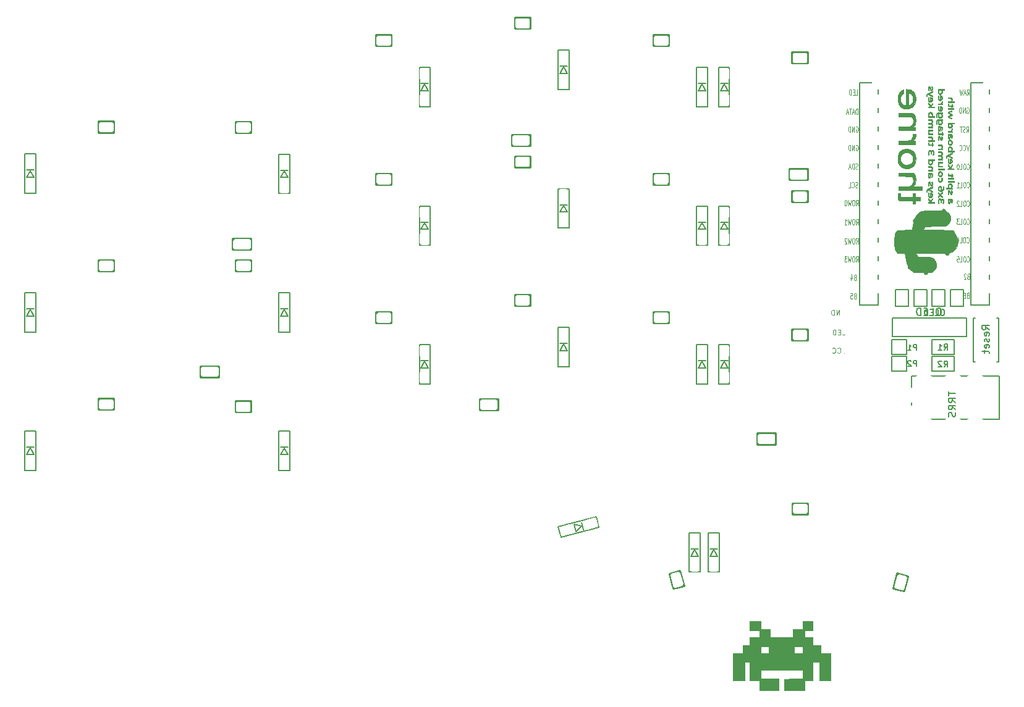
<source format=gbr>
G04 #@! TF.GenerationSoftware,KiCad,Pcbnew,5.1.9*
G04 #@! TF.CreationDate,2021-03-14T11:22:16+01:00*
G04 #@! TF.ProjectId,thorne-classic,74686f72-6e65-42d6-936c-61737369632e,1.1*
G04 #@! TF.SameCoordinates,Original*
G04 #@! TF.FileFunction,Legend,Bot*
G04 #@! TF.FilePolarity,Positive*
%FSLAX46Y46*%
G04 Gerber Fmt 4.6, Leading zero omitted, Abs format (unit mm)*
G04 Created by KiCad (PCBNEW 5.1.9) date 2021-03-14 11:22:16*
%MOMM*%
%LPD*%
G01*
G04 APERTURE LIST*
%ADD10C,0.150000*%
%ADD11C,0.125000*%
%ADD12C,0.010000*%
%ADD13C,0.300000*%
%ADD14C,1.924000*%
%ADD15C,1.400000*%
%ADD16C,2.100000*%
%ADD17C,2.800000*%
%ADD18C,2.600000*%
%ADD19C,2.300000*%
%ADD20C,4.400000*%
%ADD21C,1.797000*%
%ADD22C,5.400000*%
%ADD23O,2.900000X2.100000*%
%ADD24C,1.600000*%
%ADD25C,2.400000*%
G04 APERTURE END LIST*
D10*
X186280495Y-102854895D02*
X186125676Y-102854895D01*
X186048266Y-102893600D01*
X185970857Y-102971009D01*
X185932152Y-103125828D01*
X185932152Y-103396761D01*
X185970857Y-103551580D01*
X186048266Y-103628990D01*
X186125676Y-103667695D01*
X186280495Y-103667695D01*
X186357904Y-103628990D01*
X186435314Y-103551580D01*
X186474019Y-103396761D01*
X186474019Y-103125828D01*
X186435314Y-102971009D01*
X186357904Y-102893600D01*
X186280495Y-102854895D01*
X185196761Y-103667695D02*
X185583809Y-103667695D01*
X185583809Y-102854895D01*
X184925828Y-103241942D02*
X184654895Y-103241942D01*
X184538780Y-103667695D02*
X184925828Y-103667695D01*
X184925828Y-102854895D01*
X184538780Y-102854895D01*
X184190438Y-103667695D02*
X184190438Y-102854895D01*
X183996914Y-102854895D01*
X183880800Y-102893600D01*
X183803390Y-102971009D01*
X183764685Y-103048419D01*
X183725980Y-103203238D01*
X183725980Y-103319352D01*
X183764685Y-103474171D01*
X183803390Y-103551580D01*
X183880800Y-103628990D01*
X183996914Y-103667695D01*
X184190438Y-103667695D01*
D11*
X172450000Y-106316666D02*
X172783333Y-106316666D01*
X172783333Y-105616666D01*
X172216666Y-105950000D02*
X171983333Y-105950000D01*
X171883333Y-106316666D02*
X172216666Y-106316666D01*
X172216666Y-105616666D01*
X171883333Y-105616666D01*
X171583333Y-106316666D02*
X171583333Y-105616666D01*
X171416666Y-105616666D01*
X171316666Y-105650000D01*
X171250000Y-105716666D01*
X171216666Y-105783333D01*
X171183333Y-105916666D01*
X171183333Y-106016666D01*
X171216666Y-106150000D01*
X171250000Y-106216666D01*
X171316666Y-106283333D01*
X171416666Y-106316666D01*
X171583333Y-106316666D01*
X172933333Y-108116666D02*
X172700000Y-108816666D01*
X172466666Y-108116666D01*
X171833333Y-108750000D02*
X171866666Y-108783333D01*
X171966666Y-108816666D01*
X172033333Y-108816666D01*
X172133333Y-108783333D01*
X172200000Y-108716666D01*
X172233333Y-108650000D01*
X172266666Y-108516666D01*
X172266666Y-108416666D01*
X172233333Y-108283333D01*
X172200000Y-108216666D01*
X172133333Y-108150000D01*
X172033333Y-108116666D01*
X171966666Y-108116666D01*
X171866666Y-108150000D01*
X171833333Y-108183333D01*
X171133333Y-108750000D02*
X171166666Y-108783333D01*
X171266666Y-108816666D01*
X171333333Y-108816666D01*
X171433333Y-108783333D01*
X171500000Y-108716666D01*
X171533333Y-108650000D01*
X171566666Y-108516666D01*
X171566666Y-108416666D01*
X171533333Y-108283333D01*
X171500000Y-108216666D01*
X171433333Y-108150000D01*
X171333333Y-108116666D01*
X171266666Y-108116666D01*
X171166666Y-108150000D01*
X171133333Y-108183333D01*
X172433333Y-102950000D02*
X172500000Y-102916666D01*
X172600000Y-102916666D01*
X172700000Y-102950000D01*
X172766666Y-103016666D01*
X172800000Y-103083333D01*
X172833333Y-103216666D01*
X172833333Y-103316666D01*
X172800000Y-103450000D01*
X172766666Y-103516666D01*
X172700000Y-103583333D01*
X172600000Y-103616666D01*
X172533333Y-103616666D01*
X172433333Y-103583333D01*
X172400000Y-103550000D01*
X172400000Y-103316666D01*
X172533333Y-103316666D01*
X172100000Y-103616666D02*
X172100000Y-102916666D01*
X171700000Y-103616666D01*
X171700000Y-102916666D01*
X171366666Y-103616666D02*
X171366666Y-102916666D01*
X171200000Y-102916666D01*
X171100000Y-102950000D01*
X171033333Y-103016666D01*
X171000000Y-103083333D01*
X170966666Y-103216666D01*
X170966666Y-103316666D01*
X171000000Y-103450000D01*
X171033333Y-103516666D01*
X171100000Y-103583333D01*
X171200000Y-103616666D01*
X171366666Y-103616666D01*
D12*
G36*
X167090167Y-146696000D02*
G01*
X165693167Y-146696000D01*
X165693167Y-147817833D01*
X162560500Y-147817833D01*
X162560500Y-146696000D01*
X161311667Y-146696000D01*
X161311667Y-145573638D01*
X160544375Y-145579194D01*
X159777084Y-145584750D01*
X159771486Y-146235625D01*
X159765889Y-146886500D01*
X161121167Y-146886500D01*
X161121167Y-147817833D01*
X159766500Y-147817833D01*
X159766500Y-148876167D01*
X158877500Y-148876167D01*
X158877500Y-149998000D01*
X157501667Y-149998000D01*
X157501667Y-153702167D01*
X159068000Y-153702167D01*
X159068000Y-151225667D01*
X159766500Y-151225667D01*
X159766500Y-153702167D01*
X161121167Y-153702167D01*
X161121167Y-155056833D01*
X163788167Y-155056833D01*
X163788167Y-153511667D01*
X161311667Y-153511667D01*
X161311667Y-152284000D01*
X167090167Y-152284000D01*
X167090167Y-153511341D01*
X165793709Y-153516795D01*
X164497250Y-153522250D01*
X164491695Y-154289542D01*
X164486139Y-155056833D01*
X167280667Y-155056833D01*
X167280667Y-153702167D01*
X168444834Y-153702167D01*
X168444834Y-151225667D01*
X169333834Y-151225667D01*
X169333834Y-153702167D01*
X170836667Y-153702167D01*
X170836667Y-149998000D01*
X169524334Y-149998000D01*
X169524334Y-149045500D01*
X167090167Y-149045500D01*
X167090167Y-149998000D01*
X165862500Y-149998000D01*
X165862500Y-149045500D01*
X162391167Y-149045500D01*
X162391167Y-149998000D01*
X161311667Y-149998000D01*
X161311667Y-149045500D01*
X162391167Y-149045500D01*
X165862500Y-149045500D01*
X167090167Y-149045500D01*
X169524334Y-149045500D01*
X169524334Y-148876167D01*
X168444834Y-148876167D01*
X168444834Y-147817833D01*
X167280667Y-147817833D01*
X167280667Y-146886500D01*
X168445446Y-146886500D01*
X168434250Y-145584750D01*
X167762209Y-145579161D01*
X167090167Y-145573572D01*
X167090167Y-146696000D01*
G37*
X167090167Y-146696000D02*
X165693167Y-146696000D01*
X165693167Y-147817833D01*
X162560500Y-147817833D01*
X162560500Y-146696000D01*
X161311667Y-146696000D01*
X161311667Y-145573638D01*
X160544375Y-145579194D01*
X159777084Y-145584750D01*
X159771486Y-146235625D01*
X159765889Y-146886500D01*
X161121167Y-146886500D01*
X161121167Y-147817833D01*
X159766500Y-147817833D01*
X159766500Y-148876167D01*
X158877500Y-148876167D01*
X158877500Y-149998000D01*
X157501667Y-149998000D01*
X157501667Y-153702167D01*
X159068000Y-153702167D01*
X159068000Y-151225667D01*
X159766500Y-151225667D01*
X159766500Y-153702167D01*
X161121167Y-153702167D01*
X161121167Y-155056833D01*
X163788167Y-155056833D01*
X163788167Y-153511667D01*
X161311667Y-153511667D01*
X161311667Y-152284000D01*
X167090167Y-152284000D01*
X167090167Y-153511341D01*
X165793709Y-153516795D01*
X164497250Y-153522250D01*
X164491695Y-154289542D01*
X164486139Y-155056833D01*
X167280667Y-155056833D01*
X167280667Y-153702167D01*
X168444834Y-153702167D01*
X168444834Y-151225667D01*
X169333834Y-151225667D01*
X169333834Y-153702167D01*
X170836667Y-153702167D01*
X170836667Y-149998000D01*
X169524334Y-149998000D01*
X169524334Y-149045500D01*
X167090167Y-149045500D01*
X167090167Y-149998000D01*
X165862500Y-149998000D01*
X165862500Y-149045500D01*
X162391167Y-149045500D01*
X162391167Y-149998000D01*
X161311667Y-149998000D01*
X161311667Y-149045500D01*
X162391167Y-149045500D01*
X165862500Y-149045500D01*
X167090167Y-149045500D01*
X169524334Y-149045500D01*
X169524334Y-148876167D01*
X168444834Y-148876167D01*
X168444834Y-147817833D01*
X167280667Y-147817833D01*
X167280667Y-146886500D01*
X168445446Y-146886500D01*
X168434250Y-145584750D01*
X167762209Y-145579161D01*
X167090167Y-145573572D01*
X167090167Y-146696000D01*
G36*
X187740100Y-75318848D02*
G01*
X187725105Y-75290809D01*
X187682148Y-75260164D01*
X187642043Y-75264077D01*
X187612391Y-75295039D01*
X187600791Y-75345542D01*
X187612352Y-75402208D01*
X187639432Y-75422727D01*
X187673777Y-75428667D01*
X187716615Y-75411151D01*
X187740701Y-75369230D01*
X187740100Y-75318848D01*
G37*
X187740100Y-75318848D02*
X187725105Y-75290809D01*
X187682148Y-75260164D01*
X187642043Y-75264077D01*
X187612391Y-75295039D01*
X187600791Y-75345542D01*
X187612352Y-75402208D01*
X187639432Y-75422727D01*
X187673777Y-75428667D01*
X187716615Y-75411151D01*
X187740701Y-75369230D01*
X187740100Y-75318848D01*
G36*
X187740100Y-84886182D02*
G01*
X187725105Y-84858142D01*
X187682148Y-84827497D01*
X187642043Y-84831410D01*
X187612391Y-84862372D01*
X187600791Y-84912875D01*
X187612352Y-84969542D01*
X187639432Y-84990061D01*
X187673777Y-84996000D01*
X187716615Y-84978484D01*
X187740701Y-84936563D01*
X187740100Y-84886182D01*
G37*
X187740100Y-84886182D02*
X187725105Y-84858142D01*
X187682148Y-84827497D01*
X187642043Y-84831410D01*
X187612391Y-84862372D01*
X187600791Y-84912875D01*
X187612352Y-84969542D01*
X187639432Y-84990061D01*
X187673777Y-84996000D01*
X187716615Y-84978484D01*
X187740701Y-84936563D01*
X187740100Y-84886182D01*
G36*
X187476322Y-74328000D02*
G01*
X187504649Y-74248625D01*
X187530189Y-74135778D01*
X187529890Y-74023364D01*
X187505644Y-73921953D01*
X187459343Y-73842120D01*
X187426526Y-73812183D01*
X187392186Y-73795599D01*
X187340551Y-73785002D01*
X187263376Y-73779367D01*
X187152418Y-73777668D01*
X187149124Y-73777667D01*
X186921000Y-73777667D01*
X186921000Y-73925833D01*
X187132667Y-73925833D01*
X187250808Y-73928709D01*
X187333092Y-73940027D01*
X187385769Y-73963824D01*
X187415084Y-74004136D01*
X187427286Y-74065000D01*
X187429000Y-74117296D01*
X187423918Y-74191785D01*
X187404824Y-74242381D01*
X187377046Y-74276046D01*
X187349341Y-74300399D01*
X187318598Y-74315688D01*
X187274637Y-74323994D01*
X187207277Y-74327401D01*
X187123046Y-74328000D01*
X186921000Y-74328000D01*
X186921000Y-74476167D01*
X187767667Y-74476167D01*
X187767667Y-74328000D01*
X187476322Y-74328000D01*
G37*
X187476322Y-74328000D02*
X187504649Y-74248625D01*
X187530189Y-74135778D01*
X187529890Y-74023364D01*
X187505644Y-73921953D01*
X187459343Y-73842120D01*
X187426526Y-73812183D01*
X187392186Y-73795599D01*
X187340551Y-73785002D01*
X187263376Y-73779367D01*
X187152418Y-73777668D01*
X187149124Y-73777667D01*
X186921000Y-73777667D01*
X186921000Y-73925833D01*
X187132667Y-73925833D01*
X187250808Y-73928709D01*
X187333092Y-73940027D01*
X187385769Y-73963824D01*
X187415084Y-74004136D01*
X187427286Y-74065000D01*
X187429000Y-74117296D01*
X187423918Y-74191785D01*
X187404824Y-74242381D01*
X187377046Y-74276046D01*
X187349341Y-74300399D01*
X187318598Y-74315688D01*
X187274637Y-74323994D01*
X187207277Y-74327401D01*
X187123046Y-74328000D01*
X186921000Y-74328000D01*
X186921000Y-74476167D01*
X187767667Y-74476167D01*
X187767667Y-74328000D01*
X187476322Y-74328000D01*
G36*
X187653950Y-74891926D02*
G01*
X187622664Y-74879848D01*
X187587750Y-74878333D01*
X187513667Y-74878333D01*
X187513667Y-74751333D01*
X187512122Y-74680401D01*
X187505337Y-74642073D01*
X187490084Y-74626668D01*
X187471333Y-74624333D01*
X187447847Y-74628891D01*
X187435069Y-74648972D01*
X187429850Y-74694189D01*
X187429000Y-74753506D01*
X187429000Y-74882678D01*
X187247377Y-74875214D01*
X187138947Y-74866828D01*
X187067039Y-74849511D01*
X187026119Y-74819180D01*
X187010654Y-74771749D01*
X187015021Y-74703708D01*
X187020588Y-74651975D01*
X187011282Y-74629569D01*
X186980866Y-74624377D01*
X186974167Y-74624333D01*
X186945190Y-74626776D01*
X186929425Y-74640604D01*
X186923060Y-74675568D01*
X186922281Y-74741417D01*
X186922433Y-74756625D01*
X186926638Y-74834668D01*
X186936063Y-74901073D01*
X186945756Y-74934127D01*
X186978375Y-74976504D01*
X187032021Y-75004692D01*
X187113206Y-75020665D01*
X187228437Y-75026401D01*
X187250079Y-75026500D01*
X187336912Y-75026993D01*
X187389815Y-75030128D01*
X187417195Y-75038390D01*
X187427455Y-75054267D01*
X187429000Y-75079417D01*
X187439948Y-75121712D01*
X187465833Y-75131203D01*
X187496217Y-75108973D01*
X187516303Y-75070369D01*
X187558306Y-75010089D01*
X187599869Y-74986803D01*
X187650215Y-74955318D01*
X187661833Y-74921768D01*
X187653950Y-74891926D01*
G37*
X187653950Y-74891926D02*
X187622664Y-74879848D01*
X187587750Y-74878333D01*
X187513667Y-74878333D01*
X187513667Y-74751333D01*
X187512122Y-74680401D01*
X187505337Y-74642073D01*
X187490084Y-74626668D01*
X187471333Y-74624333D01*
X187447847Y-74628891D01*
X187435069Y-74648972D01*
X187429850Y-74694189D01*
X187429000Y-74753506D01*
X187429000Y-74882678D01*
X187247377Y-74875214D01*
X187138947Y-74866828D01*
X187067039Y-74849511D01*
X187026119Y-74819180D01*
X187010654Y-74771749D01*
X187015021Y-74703708D01*
X187020588Y-74651975D01*
X187011282Y-74629569D01*
X186980866Y-74624377D01*
X186974167Y-74624333D01*
X186945190Y-74626776D01*
X186929425Y-74640604D01*
X186923060Y-74675568D01*
X186922281Y-74741417D01*
X186922433Y-74756625D01*
X186926638Y-74834668D01*
X186936063Y-74901073D01*
X186945756Y-74934127D01*
X186978375Y-74976504D01*
X187032021Y-75004692D01*
X187113206Y-75020665D01*
X187228437Y-75026401D01*
X187250079Y-75026500D01*
X187336912Y-75026993D01*
X187389815Y-75030128D01*
X187417195Y-75038390D01*
X187427455Y-75054267D01*
X187429000Y-75079417D01*
X187439948Y-75121712D01*
X187465833Y-75131203D01*
X187496217Y-75108973D01*
X187516303Y-75070369D01*
X187558306Y-75010089D01*
X187599869Y-74986803D01*
X187650215Y-74955318D01*
X187661833Y-74921768D01*
X187653950Y-74891926D01*
G36*
X186921000Y-75280500D02*
G01*
X186921000Y-75428667D01*
X187513667Y-75428667D01*
X187513667Y-75280500D01*
X186921000Y-75280500D01*
G37*
X186921000Y-75280500D02*
X186921000Y-75428667D01*
X187513667Y-75428667D01*
X187513667Y-75280500D01*
X186921000Y-75280500D01*
G36*
X187511997Y-76089718D02*
G01*
X187500929Y-76058704D01*
X187471372Y-76035378D01*
X187414236Y-76009389D01*
X187391958Y-76000184D01*
X187306701Y-75964637D01*
X187220049Y-75927816D01*
X187175762Y-75908628D01*
X187081274Y-75867178D01*
X187292179Y-75790411D01*
X187503083Y-75713643D01*
X187509821Y-75631836D01*
X187511699Y-75579856D01*
X187502670Y-75560432D01*
X187478370Y-75564293D01*
X187478071Y-75564405D01*
X187444439Y-75577163D01*
X187380107Y-75601728D01*
X187293896Y-75634726D01*
X187194624Y-75672786D01*
X187180292Y-75678285D01*
X186921000Y-75777789D01*
X186921000Y-75951981D01*
X187133073Y-76039574D01*
X187222104Y-76075450D01*
X187297896Y-76104330D01*
X187351194Y-76122785D01*
X187371198Y-76127739D01*
X187366574Y-76135523D01*
X187330399Y-76155554D01*
X187270179Y-76183750D01*
X187259667Y-76188374D01*
X187137672Y-76241483D01*
X187048948Y-76280635D01*
X186988239Y-76309419D01*
X186950290Y-76331423D01*
X186929845Y-76350238D01*
X186921649Y-76369452D01*
X186920446Y-76392655D01*
X186921000Y-76419666D01*
X186921000Y-76502003D01*
X187201458Y-76611034D01*
X187303241Y-76650148D01*
X187391026Y-76683028D01*
X187457247Y-76706904D01*
X187494338Y-76719007D01*
X187499070Y-76719949D01*
X187508599Y-76701324D01*
X187510516Y-76655375D01*
X187509653Y-76642263D01*
X187503083Y-76564693D01*
X187076019Y-76412917D01*
X187294843Y-76320082D01*
X187513667Y-76227246D01*
X187513667Y-76138768D01*
X187511997Y-76089718D01*
G37*
X187511997Y-76089718D02*
X187500929Y-76058704D01*
X187471372Y-76035378D01*
X187414236Y-76009389D01*
X187391958Y-76000184D01*
X187306701Y-75964637D01*
X187220049Y-75927816D01*
X187175762Y-75908628D01*
X187081274Y-75867178D01*
X187292179Y-75790411D01*
X187503083Y-75713643D01*
X187509821Y-75631836D01*
X187511699Y-75579856D01*
X187502670Y-75560432D01*
X187478370Y-75564293D01*
X187478071Y-75564405D01*
X187444439Y-75577163D01*
X187380107Y-75601728D01*
X187293896Y-75634726D01*
X187194624Y-75672786D01*
X187180292Y-75678285D01*
X186921000Y-75777789D01*
X186921000Y-75951981D01*
X187133073Y-76039574D01*
X187222104Y-76075450D01*
X187297896Y-76104330D01*
X187351194Y-76122785D01*
X187371198Y-76127739D01*
X187366574Y-76135523D01*
X187330399Y-76155554D01*
X187270179Y-76183750D01*
X187259667Y-76188374D01*
X187137672Y-76241483D01*
X187048948Y-76280635D01*
X186988239Y-76309419D01*
X186950290Y-76331423D01*
X186929845Y-76350238D01*
X186921649Y-76369452D01*
X186920446Y-76392655D01*
X186921000Y-76419666D01*
X186921000Y-76502003D01*
X187201458Y-76611034D01*
X187303241Y-76650148D01*
X187391026Y-76683028D01*
X187457247Y-76706904D01*
X187494338Y-76719007D01*
X187499070Y-76719949D01*
X187508599Y-76701324D01*
X187510516Y-76655375D01*
X187509653Y-76642263D01*
X187503083Y-76564693D01*
X187076019Y-76412917D01*
X187294843Y-76320082D01*
X187513667Y-76227246D01*
X187513667Y-76138768D01*
X187511997Y-76089718D01*
G36*
X186921000Y-77249000D02*
G01*
X186921000Y-77310236D01*
X186931572Y-77360700D01*
X186953490Y-77383939D01*
X186973478Y-77396724D01*
X186971750Y-77420565D01*
X186953490Y-77459235D01*
X186931915Y-77530442D01*
X186922994Y-77624512D01*
X186926780Y-77723894D01*
X186943324Y-77811036D01*
X186952382Y-77835958D01*
X187005959Y-77910892D01*
X187084294Y-77961218D01*
X187177351Y-77986442D01*
X187263287Y-77986119D01*
X187263287Y-77825545D01*
X187181359Y-77825023D01*
X187105890Y-77800490D01*
X187049353Y-77752720D01*
X187035634Y-77729097D01*
X187016875Y-77652000D01*
X187019251Y-77566124D01*
X187040952Y-77489851D01*
X187062497Y-77456342D01*
X187121613Y-77418033D01*
X187198447Y-77403207D01*
X187279459Y-77410371D01*
X187351110Y-77438036D01*
X187399861Y-77484710D01*
X187404715Y-77494025D01*
X187425119Y-77571128D01*
X187426114Y-77656372D01*
X187408311Y-77730257D01*
X187396626Y-77751468D01*
X187339201Y-77801285D01*
X187263287Y-77825545D01*
X187263287Y-77986119D01*
X187275096Y-77986074D01*
X187367493Y-77959621D01*
X187444506Y-77906589D01*
X187479155Y-77861809D01*
X187515124Y-77768623D01*
X187529855Y-77658335D01*
X187521932Y-77550637D01*
X187505514Y-77494970D01*
X187484338Y-77442556D01*
X187472345Y-77409516D01*
X187471333Y-77405165D01*
X187490714Y-77401223D01*
X187541715Y-77398366D01*
X187613626Y-77397173D01*
X187619500Y-77397167D01*
X187767667Y-77397167D01*
X187767667Y-77249000D01*
X186921000Y-77249000D01*
G37*
X186921000Y-77249000D02*
X186921000Y-77310236D01*
X186931572Y-77360700D01*
X186953490Y-77383939D01*
X186973478Y-77396724D01*
X186971750Y-77420565D01*
X186953490Y-77459235D01*
X186931915Y-77530442D01*
X186922994Y-77624512D01*
X186926780Y-77723894D01*
X186943324Y-77811036D01*
X186952382Y-77835958D01*
X187005959Y-77910892D01*
X187084294Y-77961218D01*
X187177351Y-77986442D01*
X187263287Y-77986119D01*
X187263287Y-77825545D01*
X187181359Y-77825023D01*
X187105890Y-77800490D01*
X187049353Y-77752720D01*
X187035634Y-77729097D01*
X187016875Y-77652000D01*
X187019251Y-77566124D01*
X187040952Y-77489851D01*
X187062497Y-77456342D01*
X187121613Y-77418033D01*
X187198447Y-77403207D01*
X187279459Y-77410371D01*
X187351110Y-77438036D01*
X187399861Y-77484710D01*
X187404715Y-77494025D01*
X187425119Y-77571128D01*
X187426114Y-77656372D01*
X187408311Y-77730257D01*
X187396626Y-77751468D01*
X187339201Y-77801285D01*
X187263287Y-77825545D01*
X187263287Y-77986119D01*
X187275096Y-77986074D01*
X187367493Y-77959621D01*
X187444506Y-77906589D01*
X187479155Y-77861809D01*
X187515124Y-77768623D01*
X187529855Y-77658335D01*
X187521932Y-77550637D01*
X187505514Y-77494970D01*
X187484338Y-77442556D01*
X187472345Y-77409516D01*
X187471333Y-77405165D01*
X187490714Y-77401223D01*
X187541715Y-77398366D01*
X187613626Y-77397173D01*
X187619500Y-77397167D01*
X187767667Y-77397167D01*
X187767667Y-77249000D01*
X186921000Y-77249000D01*
G36*
X187532347Y-78086791D02*
G01*
X187520355Y-78060623D01*
X187492057Y-78053499D01*
X187481917Y-78053333D01*
X187446490Y-78058663D01*
X187431721Y-78082885D01*
X187429000Y-78129510D01*
X187415741Y-78220128D01*
X187380427Y-78300360D01*
X187329753Y-78356727D01*
X187310567Y-78367901D01*
X187264256Y-78379489D01*
X187190344Y-78388029D01*
X187103538Y-78391917D01*
X187089338Y-78392000D01*
X186921000Y-78392000D01*
X186921000Y-78540167D01*
X187513667Y-78540167D01*
X187513667Y-78476667D01*
X187504201Y-78426254D01*
X187481917Y-78413167D01*
X187458519Y-78410481D01*
X187453213Y-78396373D01*
X187466956Y-78361764D01*
X187492500Y-78312862D01*
X187520817Y-78236846D01*
X187534572Y-78154181D01*
X187534833Y-78143605D01*
X187532347Y-78086791D01*
G37*
X187532347Y-78086791D02*
X187520355Y-78060623D01*
X187492057Y-78053499D01*
X187481917Y-78053333D01*
X187446490Y-78058663D01*
X187431721Y-78082885D01*
X187429000Y-78129510D01*
X187415741Y-78220128D01*
X187380427Y-78300360D01*
X187329753Y-78356727D01*
X187310567Y-78367901D01*
X187264256Y-78379489D01*
X187190344Y-78388029D01*
X187103538Y-78391917D01*
X187089338Y-78392000D01*
X186921000Y-78392000D01*
X186921000Y-78540167D01*
X187513667Y-78540167D01*
X187513667Y-78476667D01*
X187504201Y-78426254D01*
X187481917Y-78413167D01*
X187458519Y-78410481D01*
X187453213Y-78396373D01*
X187466956Y-78361764D01*
X187492500Y-78312862D01*
X187520817Y-78236846D01*
X187534572Y-78154181D01*
X187534833Y-78143605D01*
X187532347Y-78086791D01*
G36*
X187523508Y-78971135D02*
G01*
X187498408Y-78877494D01*
X187472090Y-78832121D01*
X187452396Y-78811462D01*
X187427359Y-78797296D01*
X187388797Y-78788081D01*
X187328527Y-78782276D01*
X187238366Y-78778340D01*
X187176916Y-78776519D01*
X186921000Y-78769455D01*
X186921000Y-78834727D01*
X186929948Y-78885909D01*
X186952750Y-78900000D01*
X186978606Y-78906661D01*
X186978972Y-78931709D01*
X186953848Y-78982742D01*
X186952750Y-78984667D01*
X186933422Y-79045043D01*
X186924016Y-79130253D01*
X186924473Y-79223987D01*
X186934737Y-79309940D01*
X186954133Y-79370690D01*
X187004288Y-79425220D01*
X187070305Y-79448412D01*
X187098641Y-79445238D01*
X187098641Y-79294282D01*
X187055417Y-79272093D01*
X187040708Y-79256085D01*
X187013035Y-79191737D01*
X187011759Y-79112025D01*
X187034671Y-79032786D01*
X187079564Y-78969862D01*
X187080770Y-78968792D01*
X187134523Y-78928613D01*
X187169374Y-78922538D01*
X187188699Y-78952859D01*
X187195875Y-79021868D01*
X187196167Y-79047171D01*
X187188675Y-79151823D01*
X187168062Y-79230395D01*
X187137120Y-79279132D01*
X187098641Y-79294282D01*
X187098641Y-79445238D01*
X187139966Y-79440608D01*
X187201053Y-79402151D01*
X187229307Y-79362979D01*
X187250542Y-79303709D01*
X187267411Y-79224593D01*
X187273127Y-79178077D01*
X187284933Y-79058388D01*
X187298359Y-78977608D01*
X187315367Y-78932316D01*
X187337919Y-78919090D01*
X187367976Y-78934507D01*
X187396568Y-78962747D01*
X187418556Y-78997647D01*
X187427066Y-79046213D01*
X187424354Y-79121968D01*
X187423958Y-79126788D01*
X187415786Y-79200188D01*
X187405553Y-79259877D01*
X187398551Y-79284669D01*
X187400143Y-79321070D01*
X187429171Y-79344592D01*
X187467751Y-79359611D01*
X187485292Y-79358764D01*
X187493931Y-79334045D01*
X187506293Y-79279712D01*
X187518524Y-79214174D01*
X187530631Y-79086795D01*
X187523508Y-78971135D01*
G37*
X187523508Y-78971135D02*
X187498408Y-78877494D01*
X187472090Y-78832121D01*
X187452396Y-78811462D01*
X187427359Y-78797296D01*
X187388797Y-78788081D01*
X187328527Y-78782276D01*
X187238366Y-78778340D01*
X187176916Y-78776519D01*
X186921000Y-78769455D01*
X186921000Y-78834727D01*
X186929948Y-78885909D01*
X186952750Y-78900000D01*
X186978606Y-78906661D01*
X186978972Y-78931709D01*
X186953848Y-78982742D01*
X186952750Y-78984667D01*
X186933422Y-79045043D01*
X186924016Y-79130253D01*
X186924473Y-79223987D01*
X186934737Y-79309940D01*
X186954133Y-79370690D01*
X187004288Y-79425220D01*
X187070305Y-79448412D01*
X187098641Y-79445238D01*
X187098641Y-79294282D01*
X187055417Y-79272093D01*
X187040708Y-79256085D01*
X187013035Y-79191737D01*
X187011759Y-79112025D01*
X187034671Y-79032786D01*
X187079564Y-78969862D01*
X187080770Y-78968792D01*
X187134523Y-78928613D01*
X187169374Y-78922538D01*
X187188699Y-78952859D01*
X187195875Y-79021868D01*
X187196167Y-79047171D01*
X187188675Y-79151823D01*
X187168062Y-79230395D01*
X187137120Y-79279132D01*
X187098641Y-79294282D01*
X187098641Y-79445238D01*
X187139966Y-79440608D01*
X187201053Y-79402151D01*
X187229307Y-79362979D01*
X187250542Y-79303709D01*
X187267411Y-79224593D01*
X187273127Y-79178077D01*
X187284933Y-79058388D01*
X187298359Y-78977608D01*
X187315367Y-78932316D01*
X187337919Y-78919090D01*
X187367976Y-78934507D01*
X187396568Y-78962747D01*
X187418556Y-78997647D01*
X187427066Y-79046213D01*
X187424354Y-79121968D01*
X187423958Y-79126788D01*
X187415786Y-79200188D01*
X187405553Y-79259877D01*
X187398551Y-79284669D01*
X187400143Y-79321070D01*
X187429171Y-79344592D01*
X187467751Y-79359611D01*
X187485292Y-79358764D01*
X187493931Y-79334045D01*
X187506293Y-79279712D01*
X187518524Y-79214174D01*
X187530631Y-79086795D01*
X187523508Y-78971135D01*
G36*
X187516028Y-79825995D02*
G01*
X187513774Y-79818544D01*
X187463259Y-79716006D01*
X187391215Y-79641904D01*
X187305151Y-79597225D01*
X187212580Y-79582958D01*
X187121010Y-79600093D01*
X187037954Y-79649617D01*
X186970921Y-79732520D01*
X186963606Y-79746133D01*
X186933453Y-79837007D01*
X186920318Y-79947025D01*
X186924329Y-80059371D01*
X186945615Y-80157233D01*
X186960189Y-80190816D01*
X187028046Y-80281085D01*
X187116871Y-80335174D01*
X187199040Y-80353399D01*
X187231733Y-80351011D01*
X187231733Y-80191167D01*
X187133467Y-80174309D01*
X187061488Y-80127428D01*
X187019117Y-80056064D01*
X187009678Y-79965759D01*
X187035625Y-79864107D01*
X187082690Y-79791478D01*
X187151206Y-79753972D01*
X187214946Y-79746667D01*
X187310165Y-79761162D01*
X187376748Y-79805602D01*
X187415943Y-79881414D01*
X187428997Y-79990028D01*
X187429000Y-79992042D01*
X187413687Y-80086200D01*
X187368135Y-80150790D01*
X187292930Y-80185222D01*
X187231733Y-80191167D01*
X187231733Y-80351011D01*
X187307180Y-80345499D01*
X187401250Y-80301869D01*
X187472244Y-80226897D01*
X187477923Y-80217506D01*
X187509537Y-80134649D01*
X187527525Y-80029542D01*
X187530239Y-79920539D01*
X187516028Y-79825995D01*
G37*
X187516028Y-79825995D02*
X187513774Y-79818544D01*
X187463259Y-79716006D01*
X187391215Y-79641904D01*
X187305151Y-79597225D01*
X187212580Y-79582958D01*
X187121010Y-79600093D01*
X187037954Y-79649617D01*
X186970921Y-79732520D01*
X186963606Y-79746133D01*
X186933453Y-79837007D01*
X186920318Y-79947025D01*
X186924329Y-80059371D01*
X186945615Y-80157233D01*
X186960189Y-80190816D01*
X187028046Y-80281085D01*
X187116871Y-80335174D01*
X187199040Y-80353399D01*
X187231733Y-80351011D01*
X187231733Y-80191167D01*
X187133467Y-80174309D01*
X187061488Y-80127428D01*
X187019117Y-80056064D01*
X187009678Y-79965759D01*
X187035625Y-79864107D01*
X187082690Y-79791478D01*
X187151206Y-79753972D01*
X187214946Y-79746667D01*
X187310165Y-79761162D01*
X187376748Y-79805602D01*
X187415943Y-79881414D01*
X187428997Y-79990028D01*
X187429000Y-79992042D01*
X187413687Y-80086200D01*
X187368135Y-80150790D01*
X187292930Y-80185222D01*
X187231733Y-80191167D01*
X187231733Y-80351011D01*
X187307180Y-80345499D01*
X187401250Y-80301869D01*
X187472244Y-80226897D01*
X187477923Y-80217506D01*
X187509537Y-80134649D01*
X187527525Y-80029542D01*
X187530239Y-79920539D01*
X187516028Y-79825995D01*
G36*
X187619500Y-81101333D02*
G01*
X187546464Y-81100287D01*
X187493543Y-81097534D01*
X187471449Y-81093652D01*
X187471333Y-81093335D01*
X187478732Y-81070672D01*
X187497270Y-81023500D01*
X187505514Y-81003530D01*
X187529915Y-80902621D01*
X187528281Y-80811128D01*
X187500763Y-80686123D01*
X187447278Y-80594486D01*
X187367531Y-80535922D01*
X187261225Y-80510135D01*
X187224651Y-80508746D01*
X187113135Y-80525513D01*
X187022967Y-80573079D01*
X186960737Y-80647623D01*
X186951476Y-80667200D01*
X186931564Y-80742785D01*
X186923117Y-80835730D01*
X186926080Y-80929589D01*
X186940396Y-81007917D01*
X186952750Y-81037833D01*
X186978606Y-81089724D01*
X186978972Y-81115412D01*
X186953848Y-81122496D01*
X186952750Y-81122500D01*
X186927544Y-81141432D01*
X186921000Y-81186000D01*
X186921000Y-81249500D01*
X187276599Y-81249500D01*
X187276599Y-81085303D01*
X187171239Y-81084209D01*
X187088943Y-81050662D01*
X187033947Y-80990110D01*
X187010483Y-80908002D01*
X187022787Y-80809787D01*
X187035368Y-80774888D01*
X187082793Y-80712259D01*
X187156340Y-80672932D01*
X187243792Y-80662263D01*
X187280649Y-80667376D01*
X187352188Y-80701104D01*
X187400531Y-80759332D01*
X187425771Y-80832430D01*
X187428001Y-80910769D01*
X187407316Y-80984719D01*
X187363807Y-81044648D01*
X187297569Y-81080928D01*
X187276599Y-81085303D01*
X187276599Y-81249500D01*
X187767667Y-81249500D01*
X187767667Y-81101333D01*
X187619500Y-81101333D01*
G37*
X187619500Y-81101333D02*
X187546464Y-81100287D01*
X187493543Y-81097534D01*
X187471449Y-81093652D01*
X187471333Y-81093335D01*
X187478732Y-81070672D01*
X187497270Y-81023500D01*
X187505514Y-81003530D01*
X187529915Y-80902621D01*
X187528281Y-80811128D01*
X187500763Y-80686123D01*
X187447278Y-80594486D01*
X187367531Y-80535922D01*
X187261225Y-80510135D01*
X187224651Y-80508746D01*
X187113135Y-80525513D01*
X187022967Y-80573079D01*
X186960737Y-80647623D01*
X186951476Y-80667200D01*
X186931564Y-80742785D01*
X186923117Y-80835730D01*
X186926080Y-80929589D01*
X186940396Y-81007917D01*
X186952750Y-81037833D01*
X186978606Y-81089724D01*
X186978972Y-81115412D01*
X186953848Y-81122496D01*
X186952750Y-81122500D01*
X186927544Y-81141432D01*
X186921000Y-81186000D01*
X186921000Y-81249500D01*
X187276599Y-81249500D01*
X187276599Y-81085303D01*
X187171239Y-81084209D01*
X187088943Y-81050662D01*
X187033947Y-80990110D01*
X187010483Y-80908002D01*
X187022787Y-80809787D01*
X187035368Y-80774888D01*
X187082793Y-80712259D01*
X187156340Y-80672932D01*
X187243792Y-80662263D01*
X187280649Y-80667376D01*
X187352188Y-80701104D01*
X187400531Y-80759332D01*
X187425771Y-80832430D01*
X187428001Y-80910769D01*
X187407316Y-80984719D01*
X187363807Y-81044648D01*
X187297569Y-81080928D01*
X187276599Y-81085303D01*
X187276599Y-81249500D01*
X187767667Y-81249500D01*
X187767667Y-81101333D01*
X187619500Y-81101333D01*
G36*
X187527268Y-82450213D02*
G01*
X187498820Y-82342034D01*
X187446370Y-82257494D01*
X187373328Y-82201982D01*
X187283102Y-82180888D01*
X187277979Y-82180833D01*
X187196167Y-82180833D01*
X187196167Y-82456000D01*
X187195475Y-82558363D01*
X187193582Y-82643460D01*
X187190762Y-82703431D01*
X187187288Y-82730417D01*
X187186579Y-82731167D01*
X187141586Y-82716724D01*
X187090006Y-82682344D01*
X187051313Y-82641453D01*
X187047764Y-82635475D01*
X187026763Y-82565742D01*
X187019350Y-82467807D01*
X187026045Y-82353734D01*
X187033422Y-82302542D01*
X187042180Y-82242171D01*
X187039441Y-82212494D01*
X187022318Y-82202755D01*
X187006440Y-82202000D01*
X186968161Y-82216123D01*
X186941968Y-82260808D01*
X186926772Y-82339535D01*
X186921483Y-82455779D01*
X186921465Y-82473253D01*
X186928494Y-82598373D01*
X186949918Y-82693853D01*
X186962025Y-82724225D01*
X187015732Y-82810372D01*
X187086522Y-82861676D01*
X187182159Y-82882960D01*
X187219610Y-82884218D01*
X187302962Y-82871077D01*
X187302962Y-82731167D01*
X187291874Y-82710781D01*
X187284389Y-82652516D01*
X187280989Y-82560712D01*
X187280833Y-82532065D01*
X187281356Y-82439577D01*
X187284060Y-82381964D01*
X187290652Y-82351771D01*
X187302838Y-82341540D01*
X187322323Y-82343818D01*
X187323814Y-82344203D01*
X187378613Y-82378234D01*
X187414780Y-82439068D01*
X187430396Y-82514609D01*
X187423537Y-82592766D01*
X187392283Y-82661443D01*
X187377046Y-82679212D01*
X187336046Y-82714348D01*
X187305116Y-82730965D01*
X187302962Y-82731167D01*
X187302962Y-82871077D01*
X187332833Y-82866367D01*
X187422437Y-82814066D01*
X187486538Y-82729190D01*
X187523253Y-82613618D01*
X187528305Y-82576640D01*
X187527268Y-82450213D01*
G37*
X187527268Y-82450213D02*
X187498820Y-82342034D01*
X187446370Y-82257494D01*
X187373328Y-82201982D01*
X187283102Y-82180888D01*
X187277979Y-82180833D01*
X187196167Y-82180833D01*
X187196167Y-82456000D01*
X187195475Y-82558363D01*
X187193582Y-82643460D01*
X187190762Y-82703431D01*
X187187288Y-82730417D01*
X187186579Y-82731167D01*
X187141586Y-82716724D01*
X187090006Y-82682344D01*
X187051313Y-82641453D01*
X187047764Y-82635475D01*
X187026763Y-82565742D01*
X187019350Y-82467807D01*
X187026045Y-82353734D01*
X187033422Y-82302542D01*
X187042180Y-82242171D01*
X187039441Y-82212494D01*
X187022318Y-82202755D01*
X187006440Y-82202000D01*
X186968161Y-82216123D01*
X186941968Y-82260808D01*
X186926772Y-82339535D01*
X186921483Y-82455779D01*
X186921465Y-82473253D01*
X186928494Y-82598373D01*
X186949918Y-82693853D01*
X186962025Y-82724225D01*
X187015732Y-82810372D01*
X187086522Y-82861676D01*
X187182159Y-82882960D01*
X187219610Y-82884218D01*
X187302962Y-82871077D01*
X187302962Y-82731167D01*
X187291874Y-82710781D01*
X187284389Y-82652516D01*
X187280989Y-82560712D01*
X187280833Y-82532065D01*
X187281356Y-82439577D01*
X187284060Y-82381964D01*
X187290652Y-82351771D01*
X187302838Y-82341540D01*
X187322323Y-82343818D01*
X187323814Y-82344203D01*
X187378613Y-82378234D01*
X187414780Y-82439068D01*
X187430396Y-82514609D01*
X187423537Y-82592766D01*
X187392283Y-82661443D01*
X187377046Y-82679212D01*
X187336046Y-82714348D01*
X187305116Y-82730965D01*
X187302962Y-82731167D01*
X187302962Y-82871077D01*
X187332833Y-82866367D01*
X187422437Y-82814066D01*
X187486538Y-82729190D01*
X187523253Y-82613618D01*
X187528305Y-82576640D01*
X187527268Y-82450213D01*
G36*
X187763653Y-83583125D02*
G01*
X187757083Y-83503750D01*
X187265775Y-83503750D01*
X187389721Y-83340958D01*
X187448451Y-83261668D01*
X187485165Y-83204280D01*
X187504890Y-83158125D01*
X187512654Y-83112535D01*
X187513667Y-83077947D01*
X187513667Y-82977727D01*
X187397821Y-83132571D01*
X187345737Y-83201840D01*
X187303400Y-83257496D01*
X187277064Y-83291347D01*
X187271927Y-83297463D01*
X187254307Y-83287127D01*
X187213896Y-83251516D01*
X187156792Y-83196297D01*
X187092274Y-83130464D01*
X186922670Y-82953417D01*
X186921835Y-83049329D01*
X186923617Y-83098614D01*
X186934058Y-83137696D01*
X186959289Y-83177308D01*
X187005437Y-83228186D01*
X187048742Y-83271579D01*
X187123523Y-83350755D01*
X187163923Y-83408687D01*
X187169932Y-83448849D01*
X187141538Y-83474715D01*
X187078729Y-83489759D01*
X187048000Y-83493167D01*
X186931583Y-83503750D01*
X186918445Y-83662500D01*
X187770222Y-83662500D01*
X187763653Y-83583125D01*
G37*
X187763653Y-83583125D02*
X187757083Y-83503750D01*
X187265775Y-83503750D01*
X187389721Y-83340958D01*
X187448451Y-83261668D01*
X187485165Y-83204280D01*
X187504890Y-83158125D01*
X187512654Y-83112535D01*
X187513667Y-83077947D01*
X187513667Y-82977727D01*
X187397821Y-83132571D01*
X187345737Y-83201840D01*
X187303400Y-83257496D01*
X187277064Y-83291347D01*
X187271927Y-83297463D01*
X187254307Y-83287127D01*
X187213896Y-83251516D01*
X187156792Y-83196297D01*
X187092274Y-83130464D01*
X186922670Y-82953417D01*
X186921835Y-83049329D01*
X186923617Y-83098614D01*
X186934058Y-83137696D01*
X186959289Y-83177308D01*
X187005437Y-83228186D01*
X187048742Y-83271579D01*
X187123523Y-83350755D01*
X187163923Y-83408687D01*
X187169932Y-83448849D01*
X187141538Y-83474715D01*
X187078729Y-83489759D01*
X187048000Y-83493167D01*
X186931583Y-83503750D01*
X186918445Y-83662500D01*
X187770222Y-83662500D01*
X187763653Y-83583125D01*
G36*
X187658088Y-84483271D02*
G01*
X187642085Y-84447051D01*
X187599963Y-84430631D01*
X187582458Y-84428451D01*
X187542960Y-84422761D01*
X187522508Y-84408152D01*
X187514834Y-84373533D01*
X187513667Y-84307812D01*
X187513667Y-84306742D01*
X187511786Y-84239938D01*
X187503672Y-84205314D01*
X187485617Y-84192791D01*
X187471333Y-84191667D01*
X187446869Y-84196720D01*
X187434125Y-84218567D01*
X187429452Y-84267241D01*
X187429000Y-84308083D01*
X187429000Y-84424500D01*
X187239245Y-84424500D01*
X187147626Y-84423569D01*
X187089117Y-84419496D01*
X187054514Y-84410359D01*
X187034612Y-84394240D01*
X187025641Y-84379938D01*
X187012557Y-84326828D01*
X187015272Y-84263521D01*
X187021393Y-84215228D01*
X187010035Y-84195447D01*
X186974876Y-84191667D01*
X186945515Y-84194026D01*
X186929539Y-84207607D01*
X186923079Y-84242164D01*
X186922269Y-84307453D01*
X186922433Y-84323958D01*
X186926638Y-84402002D01*
X186936063Y-84468406D01*
X186945756Y-84501460D01*
X186978375Y-84543838D01*
X187032021Y-84572025D01*
X187113206Y-84587999D01*
X187228437Y-84593734D01*
X187250079Y-84593833D01*
X187336912Y-84594326D01*
X187389815Y-84597461D01*
X187417195Y-84605724D01*
X187427455Y-84621600D01*
X187429000Y-84646750D01*
X187439948Y-84689045D01*
X187465833Y-84698536D01*
X187496217Y-84676306D01*
X187516303Y-84637702D01*
X187558406Y-84577403D01*
X187601415Y-84553598D01*
X187646749Y-84529814D01*
X187659188Y-84495938D01*
X187658088Y-84483271D01*
G37*
X187658088Y-84483271D02*
X187642085Y-84447051D01*
X187599963Y-84430631D01*
X187582458Y-84428451D01*
X187542960Y-84422761D01*
X187522508Y-84408152D01*
X187514834Y-84373533D01*
X187513667Y-84307812D01*
X187513667Y-84306742D01*
X187511786Y-84239938D01*
X187503672Y-84205314D01*
X187485617Y-84192791D01*
X187471333Y-84191667D01*
X187446869Y-84196720D01*
X187434125Y-84218567D01*
X187429452Y-84267241D01*
X187429000Y-84308083D01*
X187429000Y-84424500D01*
X187239245Y-84424500D01*
X187147626Y-84423569D01*
X187089117Y-84419496D01*
X187054514Y-84410359D01*
X187034612Y-84394240D01*
X187025641Y-84379938D01*
X187012557Y-84326828D01*
X187015272Y-84263521D01*
X187021393Y-84215228D01*
X187010035Y-84195447D01*
X186974876Y-84191667D01*
X186945515Y-84194026D01*
X186929539Y-84207607D01*
X186923079Y-84242164D01*
X186922269Y-84307453D01*
X186922433Y-84323958D01*
X186926638Y-84402002D01*
X186936063Y-84468406D01*
X186945756Y-84501460D01*
X186978375Y-84543838D01*
X187032021Y-84572025D01*
X187113206Y-84587999D01*
X187228437Y-84593734D01*
X187250079Y-84593833D01*
X187336912Y-84594326D01*
X187389815Y-84597461D01*
X187417195Y-84605724D01*
X187427455Y-84621600D01*
X187429000Y-84646750D01*
X187439948Y-84689045D01*
X187465833Y-84698536D01*
X187496217Y-84676306D01*
X187516303Y-84637702D01*
X187558406Y-84577403D01*
X187601415Y-84553598D01*
X187646749Y-84529814D01*
X187659188Y-84495938D01*
X187658088Y-84483271D01*
G36*
X186921000Y-84826667D02*
G01*
X186921000Y-84996000D01*
X187513667Y-84996000D01*
X187513667Y-84826667D01*
X186921000Y-84826667D01*
G37*
X186921000Y-84826667D02*
X186921000Y-84996000D01*
X187513667Y-84996000D01*
X187513667Y-84826667D01*
X186921000Y-84826667D01*
G36*
X186921000Y-85228833D02*
G01*
X186921000Y-85377000D01*
X187767667Y-85377000D01*
X187767667Y-85228833D01*
X186921000Y-85228833D01*
G37*
X186921000Y-85228833D02*
X186921000Y-85377000D01*
X187767667Y-85377000D01*
X187767667Y-85228833D01*
X186921000Y-85228833D01*
G36*
X187521492Y-86651991D02*
G01*
X187512176Y-86578622D01*
X187494739Y-86538257D01*
X187467619Y-86526379D01*
X187444282Y-86531710D01*
X187427455Y-86544515D01*
X187418586Y-86572502D01*
X187416576Y-86624399D01*
X187420324Y-86708935D01*
X187420855Y-86717612D01*
X187422510Y-86831623D01*
X187412451Y-86907440D01*
X187392829Y-86944299D01*
X187365794Y-86941433D01*
X187333498Y-86898078D01*
X187298091Y-86813469D01*
X187283149Y-86766593D01*
X187254668Y-86681988D01*
X187223543Y-86607038D01*
X187195995Y-86556534D01*
X187193244Y-86552841D01*
X187135560Y-86507892D01*
X187069372Y-86501736D01*
X187003133Y-86534379D01*
X186983608Y-86552700D01*
X186959751Y-86582227D01*
X186944390Y-86616225D01*
X186935354Y-86664881D01*
X186930471Y-86738381D01*
X186928315Y-86811991D01*
X186927359Y-86904713D01*
X186928660Y-86984182D01*
X186931929Y-87038995D01*
X186934449Y-87054458D01*
X186963362Y-87084735D01*
X186999281Y-87091500D01*
X187035204Y-87087489D01*
X187045637Y-87067026D01*
X187038979Y-87022708D01*
X187018060Y-86893233D01*
X187012955Y-86786466D01*
X187023185Y-86706950D01*
X187048274Y-86659230D01*
X187078482Y-86647000D01*
X187104922Y-86656207D01*
X187130056Y-86687799D01*
X187157119Y-86747734D01*
X187189346Y-86841971D01*
X187196154Y-86863711D01*
X187232547Y-86968603D01*
X187267190Y-87037223D01*
X187304466Y-87075187D01*
X187348758Y-87088110D01*
X187370732Y-87087398D01*
X187434323Y-87069572D01*
X187479226Y-87027773D01*
X187507629Y-86957375D01*
X187521723Y-86853750D01*
X187524250Y-86762881D01*
X187521492Y-86651991D01*
G37*
X187521492Y-86651991D02*
X187512176Y-86578622D01*
X187494739Y-86538257D01*
X187467619Y-86526379D01*
X187444282Y-86531710D01*
X187427455Y-86544515D01*
X187418586Y-86572502D01*
X187416576Y-86624399D01*
X187420324Y-86708935D01*
X187420855Y-86717612D01*
X187422510Y-86831623D01*
X187412451Y-86907440D01*
X187392829Y-86944299D01*
X187365794Y-86941433D01*
X187333498Y-86898078D01*
X187298091Y-86813469D01*
X187283149Y-86766593D01*
X187254668Y-86681988D01*
X187223543Y-86607038D01*
X187195995Y-86556534D01*
X187193244Y-86552841D01*
X187135560Y-86507892D01*
X187069372Y-86501736D01*
X187003133Y-86534379D01*
X186983608Y-86552700D01*
X186959751Y-86582227D01*
X186944390Y-86616225D01*
X186935354Y-86664881D01*
X186930471Y-86738381D01*
X186928315Y-86811991D01*
X186927359Y-86904713D01*
X186928660Y-86984182D01*
X186931929Y-87038995D01*
X186934449Y-87054458D01*
X186963362Y-87084735D01*
X186999281Y-87091500D01*
X187035204Y-87087489D01*
X187045637Y-87067026D01*
X187038979Y-87022708D01*
X187018060Y-86893233D01*
X187012955Y-86786466D01*
X187023185Y-86706950D01*
X187048274Y-86659230D01*
X187078482Y-86647000D01*
X187104922Y-86656207D01*
X187130056Y-86687799D01*
X187157119Y-86747734D01*
X187189346Y-86841971D01*
X187196154Y-86863711D01*
X187232547Y-86968603D01*
X187267190Y-87037223D01*
X187304466Y-87075187D01*
X187348758Y-87088110D01*
X187370732Y-87087398D01*
X187434323Y-87069572D01*
X187479226Y-87027773D01*
X187507629Y-86957375D01*
X187521723Y-86853750D01*
X187524250Y-86762881D01*
X187521492Y-86651991D01*
G36*
X187528523Y-87904307D02*
G01*
X187514468Y-87815223D01*
X187489440Y-87750752D01*
X187447357Y-87707096D01*
X187382138Y-87680457D01*
X187287702Y-87667034D01*
X187157969Y-87663029D01*
X187142254Y-87663000D01*
X186921000Y-87663000D01*
X186921000Y-87718875D01*
X186932695Y-87770042D01*
X186953937Y-87798834D01*
X186974324Y-87819558D01*
X186972576Y-87846542D01*
X186954068Y-87885834D01*
X186935357Y-87947041D01*
X186924784Y-88032454D01*
X186922975Y-88124617D01*
X186930557Y-88206075D01*
X186941141Y-88245818D01*
X186983056Y-88307474D01*
X187047523Y-88335260D01*
X187101781Y-88336368D01*
X187101781Y-88189742D01*
X187058836Y-88166564D01*
X187044703Y-88151018D01*
X187010191Y-88076638D01*
X187015362Y-87988220D01*
X187042741Y-87918076D01*
X187090735Y-87855501D01*
X187137958Y-87829948D01*
X187196167Y-87814828D01*
X187196167Y-87938619D01*
X187189050Y-88046146D01*
X187169324Y-88126118D01*
X187139422Y-88175122D01*
X187101781Y-88189742D01*
X187101781Y-88336368D01*
X187103696Y-88336408D01*
X187168202Y-88318596D01*
X187216308Y-88274568D01*
X187250332Y-88200041D01*
X187272596Y-88090738D01*
X187281076Y-88009200D01*
X187289015Y-87926564D01*
X187297884Y-87861010D01*
X187306134Y-87823314D01*
X187308492Y-87818786D01*
X187333484Y-87819610D01*
X187374992Y-87840256D01*
X187375423Y-87840538D01*
X187409451Y-87870326D01*
X187425229Y-87910922D01*
X187429000Y-87975836D01*
X187424643Y-88053697D01*
X187413753Y-88126593D01*
X187409300Y-88144721D01*
X187399560Y-88194796D01*
X187410925Y-88222333D01*
X187429075Y-88234540D01*
X187465485Y-88251686D01*
X187479025Y-88255667D01*
X187491975Y-88236411D01*
X187505164Y-88186204D01*
X187516995Y-88116391D01*
X187525869Y-88038314D01*
X187530189Y-87963317D01*
X187528523Y-87904307D01*
G37*
X187528523Y-87904307D02*
X187514468Y-87815223D01*
X187489440Y-87750752D01*
X187447357Y-87707096D01*
X187382138Y-87680457D01*
X187287702Y-87667034D01*
X187157969Y-87663029D01*
X187142254Y-87663000D01*
X186921000Y-87663000D01*
X186921000Y-87718875D01*
X186932695Y-87770042D01*
X186953937Y-87798834D01*
X186974324Y-87819558D01*
X186972576Y-87846542D01*
X186954068Y-87885834D01*
X186935357Y-87947041D01*
X186924784Y-88032454D01*
X186922975Y-88124617D01*
X186930557Y-88206075D01*
X186941141Y-88245818D01*
X186983056Y-88307474D01*
X187047523Y-88335260D01*
X187101781Y-88336368D01*
X187101781Y-88189742D01*
X187058836Y-88166564D01*
X187044703Y-88151018D01*
X187010191Y-88076638D01*
X187015362Y-87988220D01*
X187042741Y-87918076D01*
X187090735Y-87855501D01*
X187137958Y-87829948D01*
X187196167Y-87814828D01*
X187196167Y-87938619D01*
X187189050Y-88046146D01*
X187169324Y-88126118D01*
X187139422Y-88175122D01*
X187101781Y-88189742D01*
X187101781Y-88336368D01*
X187103696Y-88336408D01*
X187168202Y-88318596D01*
X187216308Y-88274568D01*
X187250332Y-88200041D01*
X187272596Y-88090738D01*
X187281076Y-88009200D01*
X187289015Y-87926564D01*
X187297884Y-87861010D01*
X187306134Y-87823314D01*
X187308492Y-87818786D01*
X187333484Y-87819610D01*
X187374992Y-87840256D01*
X187375423Y-87840538D01*
X187409451Y-87870326D01*
X187425229Y-87910922D01*
X187429000Y-87975836D01*
X187424643Y-88053697D01*
X187413753Y-88126593D01*
X187409300Y-88144721D01*
X187399560Y-88194796D01*
X187410925Y-88222333D01*
X187429075Y-88234540D01*
X187465485Y-88251686D01*
X187479025Y-88255667D01*
X187491975Y-88236411D01*
X187505164Y-88186204D01*
X187516995Y-88116391D01*
X187525869Y-88038314D01*
X187530189Y-87963317D01*
X187528523Y-87904307D01*
G36*
X187513667Y-82061249D02*
G01*
X187513667Y-81979468D01*
X187286125Y-81863193D01*
X187058583Y-81746917D01*
X187286125Y-81636932D01*
X187513667Y-81526948D01*
X187513667Y-81352930D01*
X187201458Y-81516621D01*
X187090582Y-81575202D01*
X186987193Y-81630649D01*
X186899637Y-81678425D01*
X186836258Y-81713994D01*
X186813138Y-81727695D01*
X186732856Y-81801661D01*
X186683767Y-81903090D01*
X186667001Y-82029636D01*
X186667000Y-82030574D01*
X186668639Y-82094162D01*
X186677064Y-82126174D01*
X186697535Y-82137339D01*
X186719917Y-82138500D01*
X186753808Y-82133979D01*
X186769012Y-82112531D01*
X186772800Y-82062331D01*
X186772833Y-82052442D01*
X186782932Y-81960987D01*
X186816663Y-81897663D01*
X186875337Y-81854472D01*
X186900163Y-81843453D01*
X186925099Y-81840097D01*
X186957065Y-81846949D01*
X187002980Y-81866555D01*
X187069765Y-81901459D01*
X187164340Y-81954205D01*
X187197501Y-81972946D01*
X187312821Y-82038289D01*
X187396167Y-82084751D01*
X187452700Y-82113774D01*
X187487582Y-82126799D01*
X187505976Y-82125268D01*
X187513042Y-82110623D01*
X187513943Y-82084305D01*
X187513667Y-82061249D01*
G37*
X187513667Y-82061249D02*
X187513667Y-81979468D01*
X187286125Y-81863193D01*
X187058583Y-81746917D01*
X187286125Y-81636932D01*
X187513667Y-81526948D01*
X187513667Y-81352930D01*
X187201458Y-81516621D01*
X187090582Y-81575202D01*
X186987193Y-81630649D01*
X186899637Y-81678425D01*
X186836258Y-81713994D01*
X186813138Y-81727695D01*
X186732856Y-81801661D01*
X186683767Y-81903090D01*
X186667001Y-82029636D01*
X186667000Y-82030574D01*
X186668639Y-82094162D01*
X186677064Y-82126174D01*
X186697535Y-82137339D01*
X186719917Y-82138500D01*
X186753808Y-82133979D01*
X186769012Y-82112531D01*
X186772800Y-82062331D01*
X186772833Y-82052442D01*
X186782932Y-81960987D01*
X186816663Y-81897663D01*
X186875337Y-81854472D01*
X186900163Y-81843453D01*
X186925099Y-81840097D01*
X186957065Y-81846949D01*
X187002980Y-81866555D01*
X187069765Y-81901459D01*
X187164340Y-81954205D01*
X187197501Y-81972946D01*
X187312821Y-82038289D01*
X187396167Y-82084751D01*
X187452700Y-82113774D01*
X187487582Y-82126799D01*
X187505976Y-82125268D01*
X187513042Y-82110623D01*
X187513943Y-82084305D01*
X187513667Y-82061249D01*
G36*
X187529676Y-85906167D02*
G01*
X187507562Y-85775272D01*
X187460848Y-85678487D01*
X187388673Y-85614874D01*
X187290177Y-85583493D01*
X187230584Y-85579595D01*
X187119795Y-85593162D01*
X187034659Y-85636684D01*
X186967206Y-85714397D01*
X186962402Y-85722109D01*
X186935079Y-85795379D01*
X186922034Y-85890765D01*
X186923776Y-85990351D01*
X186940812Y-86076220D01*
X186951625Y-86101958D01*
X186981990Y-86160167D01*
X186667000Y-86160167D01*
X186667000Y-86308333D01*
X187233003Y-86308333D01*
X187233003Y-86161305D01*
X187152506Y-86149571D01*
X187081919Y-86115834D01*
X187032910Y-86062729D01*
X187019636Y-86027453D01*
X187014300Y-85930908D01*
X187037100Y-85844062D01*
X187080216Y-85784458D01*
X187154935Y-85745725D01*
X187244874Y-85738808D01*
X187336369Y-85764575D01*
X187342820Y-85767801D01*
X187389946Y-85799406D01*
X187416369Y-85840989D01*
X187427463Y-85904646D01*
X187429000Y-85961777D01*
X187421240Y-86036447D01*
X187393401Y-86090181D01*
X187377046Y-86108212D01*
X187311739Y-86148397D01*
X187233003Y-86161305D01*
X187233003Y-86308333D01*
X187513667Y-86308333D01*
X187513667Y-86244833D01*
X187504816Y-86195801D01*
X187484199Y-86181333D01*
X187469447Y-86173230D01*
X187476061Y-86143691D01*
X187496169Y-86101958D01*
X187524138Y-86027095D01*
X187531263Y-85940367D01*
X187529676Y-85906167D01*
G37*
X187529676Y-85906167D02*
X187507562Y-85775272D01*
X187460848Y-85678487D01*
X187388673Y-85614874D01*
X187290177Y-85583493D01*
X187230584Y-85579595D01*
X187119795Y-85593162D01*
X187034659Y-85636684D01*
X186967206Y-85714397D01*
X186962402Y-85722109D01*
X186935079Y-85795379D01*
X186922034Y-85890765D01*
X186923776Y-85990351D01*
X186940812Y-86076220D01*
X186951625Y-86101958D01*
X186981990Y-86160167D01*
X186667000Y-86160167D01*
X186667000Y-86308333D01*
X187233003Y-86308333D01*
X187233003Y-86161305D01*
X187152506Y-86149571D01*
X187081919Y-86115834D01*
X187032910Y-86062729D01*
X187019636Y-86027453D01*
X187014300Y-85930908D01*
X187037100Y-85844062D01*
X187080216Y-85784458D01*
X187154935Y-85745725D01*
X187244874Y-85738808D01*
X187336369Y-85764575D01*
X187342820Y-85767801D01*
X187389946Y-85799406D01*
X187416369Y-85840989D01*
X187427463Y-85904646D01*
X187429000Y-85961777D01*
X187421240Y-86036447D01*
X187393401Y-86090181D01*
X187377046Y-86108212D01*
X187311739Y-86148397D01*
X187233003Y-86161305D01*
X187233003Y-86308333D01*
X187513667Y-86308333D01*
X187513667Y-86244833D01*
X187504816Y-86195801D01*
X187484199Y-86181333D01*
X187469447Y-86173230D01*
X187476061Y-86143691D01*
X187496169Y-86101958D01*
X187524138Y-86027095D01*
X187531263Y-85940367D01*
X187529676Y-85906167D01*
G36*
X185566333Y-72634667D02*
G01*
X185566333Y-72698167D01*
X185573029Y-72744702D01*
X185597828Y-72761045D01*
X185608356Y-72761667D01*
X185634587Y-72763499D01*
X185638705Y-72776119D01*
X185620721Y-72810209D01*
X185608435Y-72830458D01*
X185577340Y-72913568D01*
X185566394Y-73016273D01*
X185575834Y-73120806D01*
X185603408Y-73204662D01*
X185664257Y-73291307D01*
X185743533Y-73342747D01*
X185847752Y-73362817D01*
X185873250Y-73363405D01*
X185874999Y-73363183D01*
X185874999Y-73207144D01*
X185791758Y-73197176D01*
X185740736Y-73173468D01*
X185693489Y-73116998D01*
X185668983Y-73039085D01*
X185667650Y-72954108D01*
X185689920Y-72876447D01*
X185730290Y-72824853D01*
X185804549Y-72789468D01*
X185890729Y-72781846D01*
X185972538Y-72801435D01*
X186022379Y-72834788D01*
X186063180Y-72902591D01*
X186078095Y-72987757D01*
X186067124Y-73074153D01*
X186030268Y-73145643D01*
X186022379Y-73154212D01*
X185957800Y-73192417D01*
X185874999Y-73207144D01*
X185874999Y-73363183D01*
X185983497Y-73349398D01*
X186067439Y-73304820D01*
X186131595Y-73225838D01*
X186143092Y-73204662D01*
X186171580Y-73112813D01*
X186178473Y-73003953D01*
X186163412Y-72897692D01*
X186149497Y-72856237D01*
X186118827Y-72782833D01*
X186413000Y-72782833D01*
X186413000Y-72634667D01*
X185566333Y-72634667D01*
G37*
X185566333Y-72634667D02*
X185566333Y-72698167D01*
X185573029Y-72744702D01*
X185597828Y-72761045D01*
X185608356Y-72761667D01*
X185634587Y-72763499D01*
X185638705Y-72776119D01*
X185620721Y-72810209D01*
X185608435Y-72830458D01*
X185577340Y-72913568D01*
X185566394Y-73016273D01*
X185575834Y-73120806D01*
X185603408Y-73204662D01*
X185664257Y-73291307D01*
X185743533Y-73342747D01*
X185847752Y-73362817D01*
X185873250Y-73363405D01*
X185874999Y-73363183D01*
X185874999Y-73207144D01*
X185791758Y-73197176D01*
X185740736Y-73173468D01*
X185693489Y-73116998D01*
X185668983Y-73039085D01*
X185667650Y-72954108D01*
X185689920Y-72876447D01*
X185730290Y-72824853D01*
X185804549Y-72789468D01*
X185890729Y-72781846D01*
X185972538Y-72801435D01*
X186022379Y-72834788D01*
X186063180Y-72902591D01*
X186078095Y-72987757D01*
X186067124Y-73074153D01*
X186030268Y-73145643D01*
X186022379Y-73154212D01*
X185957800Y-73192417D01*
X185874999Y-73207144D01*
X185874999Y-73363183D01*
X185983497Y-73349398D01*
X186067439Y-73304820D01*
X186131595Y-73225838D01*
X186143092Y-73204662D01*
X186171580Y-73112813D01*
X186178473Y-73003953D01*
X186163412Y-72897692D01*
X186149497Y-72856237D01*
X186118827Y-72782833D01*
X186413000Y-72782833D01*
X186413000Y-72634667D01*
X185566333Y-72634667D01*
G36*
X186170526Y-73766367D02*
G01*
X186137579Y-73656946D01*
X186078753Y-73573682D01*
X185997017Y-73520795D01*
X185896510Y-73502500D01*
X185841500Y-73502500D01*
X185841500Y-73786269D01*
X185841221Y-73900386D01*
X185839714Y-73978557D01*
X185835976Y-74027169D01*
X185829002Y-74052609D01*
X185817789Y-74061262D01*
X185801333Y-74059517D01*
X185798656Y-74058833D01*
X185755686Y-74034787D01*
X185712051Y-73992531D01*
X185711646Y-73992023D01*
X185690780Y-73961240D01*
X185678605Y-73926533D01*
X185673694Y-73877341D01*
X185674619Y-73803102D01*
X185677515Y-73739532D01*
X185681723Y-73647656D01*
X185682048Y-73590336D01*
X185677123Y-73559871D01*
X185665579Y-73548558D01*
X185646049Y-73548697D01*
X185643684Y-73549032D01*
X185611083Y-73564265D01*
X185588964Y-73602612D01*
X185575678Y-73669811D01*
X185569579Y-73771597D01*
X185568908Y-73809417D01*
X185576066Y-73935601D01*
X185601709Y-74032130D01*
X185606142Y-74042250D01*
X185657226Y-74130449D01*
X185718393Y-74184085D01*
X185800391Y-74210924D01*
X185847120Y-74216339D01*
X185963495Y-74208583D01*
X185967676Y-74206668D01*
X185967676Y-74052833D01*
X185958436Y-74033115D01*
X185951481Y-73979708D01*
X185947731Y-73901234D01*
X185947333Y-73862333D01*
X185949554Y-73771054D01*
X185955699Y-73705941D01*
X185964999Y-73673944D01*
X185968500Y-73671833D01*
X186013894Y-73691215D01*
X186050088Y-73742486D01*
X186071230Y-73815335D01*
X186074333Y-73858342D01*
X186063741Y-73936425D01*
X186036017Y-74001885D01*
X185997240Y-74043639D01*
X185967676Y-74052833D01*
X185967676Y-74206668D01*
X186055122Y-74166594D01*
X186121566Y-74090795D01*
X186162397Y-73981604D01*
X186174626Y-73897728D01*
X186170526Y-73766367D01*
G37*
X186170526Y-73766367D02*
X186137579Y-73656946D01*
X186078753Y-73573682D01*
X185997017Y-73520795D01*
X185896510Y-73502500D01*
X185841500Y-73502500D01*
X185841500Y-73786269D01*
X185841221Y-73900386D01*
X185839714Y-73978557D01*
X185835976Y-74027169D01*
X185829002Y-74052609D01*
X185817789Y-74061262D01*
X185801333Y-74059517D01*
X185798656Y-74058833D01*
X185755686Y-74034787D01*
X185712051Y-73992531D01*
X185711646Y-73992023D01*
X185690780Y-73961240D01*
X185678605Y-73926533D01*
X185673694Y-73877341D01*
X185674619Y-73803102D01*
X185677515Y-73739532D01*
X185681723Y-73647656D01*
X185682048Y-73590336D01*
X185677123Y-73559871D01*
X185665579Y-73548558D01*
X185646049Y-73548697D01*
X185643684Y-73549032D01*
X185611083Y-73564265D01*
X185588964Y-73602612D01*
X185575678Y-73669811D01*
X185569579Y-73771597D01*
X185568908Y-73809417D01*
X185576066Y-73935601D01*
X185601709Y-74032130D01*
X185606142Y-74042250D01*
X185657226Y-74130449D01*
X185718393Y-74184085D01*
X185800391Y-74210924D01*
X185847120Y-74216339D01*
X185963495Y-74208583D01*
X185967676Y-74206668D01*
X185967676Y-74052833D01*
X185958436Y-74033115D01*
X185951481Y-73979708D01*
X185947731Y-73901234D01*
X185947333Y-73862333D01*
X185949554Y-73771054D01*
X185955699Y-73705941D01*
X185964999Y-73673944D01*
X185968500Y-73671833D01*
X186013894Y-73691215D01*
X186050088Y-73742486D01*
X186071230Y-73815335D01*
X186074333Y-73858342D01*
X186063741Y-73936425D01*
X186036017Y-74001885D01*
X185997240Y-74043639D01*
X185967676Y-74052833D01*
X185967676Y-74206668D01*
X186055122Y-74166594D01*
X186121566Y-74090795D01*
X186162397Y-73981604D01*
X186174626Y-73897728D01*
X186170526Y-73766367D01*
G36*
X186174433Y-74663580D02*
G01*
X186150231Y-74646980D01*
X186127888Y-74645500D01*
X186075609Y-74645500D01*
X186127888Y-74568463D01*
X186167994Y-74486308D01*
X186180163Y-74390582D01*
X186180167Y-74388546D01*
X186178334Y-74326843D01*
X186169076Y-74296471D01*
X186146753Y-74286463D01*
X186127250Y-74285667D01*
X186093310Y-74290212D01*
X186078118Y-74311744D01*
X186074363Y-74362108D01*
X186074333Y-74371385D01*
X186061661Y-74463375D01*
X186027737Y-74543135D01*
X185978705Y-74597100D01*
X185969673Y-74602539D01*
X185930379Y-74612582D01*
X185861566Y-74620179D01*
X185776028Y-74624074D01*
X185747642Y-74624333D01*
X185566333Y-74624333D01*
X185566333Y-74772500D01*
X186180167Y-74772500D01*
X186180167Y-74709000D01*
X186174433Y-74663580D01*
G37*
X186174433Y-74663580D02*
X186150231Y-74646980D01*
X186127888Y-74645500D01*
X186075609Y-74645500D01*
X186127888Y-74568463D01*
X186167994Y-74486308D01*
X186180163Y-74390582D01*
X186180167Y-74388546D01*
X186178334Y-74326843D01*
X186169076Y-74296471D01*
X186146753Y-74286463D01*
X186127250Y-74285667D01*
X186093310Y-74290212D01*
X186078118Y-74311744D01*
X186074363Y-74362108D01*
X186074333Y-74371385D01*
X186061661Y-74463375D01*
X186027737Y-74543135D01*
X185978705Y-74597100D01*
X185969673Y-74602539D01*
X185930379Y-74612582D01*
X185861566Y-74620179D01*
X185776028Y-74624074D01*
X185747642Y-74624333D01*
X185566333Y-74624333D01*
X185566333Y-74772500D01*
X186180167Y-74772500D01*
X186180167Y-74709000D01*
X186174433Y-74663580D01*
G36*
X186162057Y-75156813D02*
G01*
X186149691Y-75121534D01*
X186097665Y-75046674D01*
X186019385Y-74990858D01*
X185929953Y-74964081D01*
X185910292Y-74963079D01*
X185841500Y-74963000D01*
X185841500Y-75238167D01*
X185840793Y-75352768D01*
X185838188Y-75431315D01*
X185832964Y-75480068D01*
X185824399Y-75505290D01*
X185811769Y-75513242D01*
X185809750Y-75513333D01*
X185764778Y-75495400D01*
X185719439Y-75450548D01*
X185686193Y-75392206D01*
X185680410Y-75373960D01*
X185675019Y-75325265D01*
X185674159Y-75250341D01*
X185677992Y-75165067D01*
X185678239Y-75161755D01*
X185683644Y-75081836D01*
X185683408Y-75035167D01*
X185675436Y-75012815D01*
X185657634Y-75005847D01*
X185641554Y-75005333D01*
X185607490Y-75013341D01*
X185588525Y-75044873D01*
X185579919Y-75084708D01*
X185565585Y-75237043D01*
X185573553Y-75375529D01*
X185603008Y-75489882D01*
X185613958Y-75514140D01*
X185679403Y-75605808D01*
X185764061Y-75659820D01*
X185867445Y-75675907D01*
X185903625Y-75673100D01*
X185969423Y-75659129D01*
X185969423Y-75500789D01*
X185957121Y-75495368D01*
X185950513Y-75469056D01*
X185947838Y-75414742D01*
X185947334Y-75325319D01*
X185947333Y-75323578D01*
X185949606Y-75221264D01*
X185956633Y-75158610D01*
X185968731Y-75133176D01*
X185972125Y-75132333D01*
X186021491Y-75151619D01*
X186057276Y-75203451D01*
X186073828Y-75278792D01*
X186074333Y-75295756D01*
X186064207Y-75392741D01*
X186031980Y-75458462D01*
X185989182Y-75492426D01*
X185969423Y-75500789D01*
X185969423Y-75659129D01*
X185974540Y-75658042D01*
X186035694Y-75635129D01*
X186048274Y-75627968D01*
X186105653Y-75567728D01*
X186148065Y-75478786D01*
X186173166Y-75372848D01*
X186178612Y-75261622D01*
X186162057Y-75156813D01*
G37*
X186162057Y-75156813D02*
X186149691Y-75121534D01*
X186097665Y-75046674D01*
X186019385Y-74990858D01*
X185929953Y-74964081D01*
X185910292Y-74963079D01*
X185841500Y-74963000D01*
X185841500Y-75238167D01*
X185840793Y-75352768D01*
X185838188Y-75431315D01*
X185832964Y-75480068D01*
X185824399Y-75505290D01*
X185811769Y-75513242D01*
X185809750Y-75513333D01*
X185764778Y-75495400D01*
X185719439Y-75450548D01*
X185686193Y-75392206D01*
X185680410Y-75373960D01*
X185675019Y-75325265D01*
X185674159Y-75250341D01*
X185677992Y-75165067D01*
X185678239Y-75161755D01*
X185683644Y-75081836D01*
X185683408Y-75035167D01*
X185675436Y-75012815D01*
X185657634Y-75005847D01*
X185641554Y-75005333D01*
X185607490Y-75013341D01*
X185588525Y-75044873D01*
X185579919Y-75084708D01*
X185565585Y-75237043D01*
X185573553Y-75375529D01*
X185603008Y-75489882D01*
X185613958Y-75514140D01*
X185679403Y-75605808D01*
X185764061Y-75659820D01*
X185867445Y-75675907D01*
X185903625Y-75673100D01*
X185969423Y-75659129D01*
X185969423Y-75500789D01*
X185957121Y-75495368D01*
X185950513Y-75469056D01*
X185947838Y-75414742D01*
X185947334Y-75325319D01*
X185947333Y-75323578D01*
X185949606Y-75221264D01*
X185956633Y-75158610D01*
X185968731Y-75133176D01*
X185972125Y-75132333D01*
X186021491Y-75151619D01*
X186057276Y-75203451D01*
X186073828Y-75278792D01*
X186074333Y-75295756D01*
X186064207Y-75392741D01*
X186031980Y-75458462D01*
X185989182Y-75492426D01*
X185969423Y-75500789D01*
X185969423Y-75659129D01*
X185974540Y-75658042D01*
X186035694Y-75635129D01*
X186048274Y-75627968D01*
X186105653Y-75567728D01*
X186148065Y-75478786D01*
X186173166Y-75372848D01*
X186178612Y-75261622D01*
X186162057Y-75156813D01*
G36*
X186161357Y-77893104D02*
G01*
X186128732Y-77811664D01*
X186081519Y-77760973D01*
X186077517Y-77758704D01*
X186039519Y-77749364D01*
X185969913Y-77741865D01*
X185879413Y-77737094D01*
X185800558Y-77735833D01*
X185566333Y-77735833D01*
X185566333Y-77790732D01*
X185580473Y-77840006D01*
X185605543Y-77855884D01*
X185629280Y-77864714D01*
X185633307Y-77881738D01*
X185617625Y-77919109D01*
X185605543Y-77943044D01*
X185579732Y-78021774D01*
X185567777Y-78118421D01*
X185570273Y-78215155D01*
X185587815Y-78294142D01*
X185593410Y-78306694D01*
X185644533Y-78369079D01*
X185714043Y-78404068D01*
X185750963Y-78404568D01*
X185750963Y-78240323D01*
X185738766Y-78239655D01*
X185692691Y-78215835D01*
X185666320Y-78164291D01*
X185660557Y-78095227D01*
X185676304Y-78018848D01*
X185712929Y-77947500D01*
X185760581Y-77905512D01*
X185809198Y-77887631D01*
X185867960Y-77880678D01*
X185853735Y-78004047D01*
X185837215Y-78114291D01*
X185816173Y-78187153D01*
X185788219Y-78227531D01*
X185750963Y-78240323D01*
X185750963Y-78404568D01*
X185786298Y-78405048D01*
X185841055Y-78369802D01*
X185885232Y-78295473D01*
X185917930Y-78184192D01*
X185937371Y-78048042D01*
X185946545Y-77963738D01*
X185956821Y-77913677D01*
X185970763Y-77889792D01*
X185989562Y-77884000D01*
X186034275Y-77899271D01*
X186052612Y-77915082D01*
X186068767Y-77958168D01*
X186075914Y-78028015D01*
X186073888Y-78109984D01*
X186062522Y-78189437D01*
X186056006Y-78214966D01*
X186046248Y-78262844D01*
X186058869Y-78288826D01*
X186084934Y-78303490D01*
X186115625Y-78313685D01*
X186134234Y-78302684D01*
X186149242Y-78262177D01*
X186156848Y-78233026D01*
X186176902Y-78112674D01*
X186177910Y-77996403D01*
X186161357Y-77893104D01*
G37*
X186161357Y-77893104D02*
X186128732Y-77811664D01*
X186081519Y-77760973D01*
X186077517Y-77758704D01*
X186039519Y-77749364D01*
X185969913Y-77741865D01*
X185879413Y-77737094D01*
X185800558Y-77735833D01*
X185566333Y-77735833D01*
X185566333Y-77790732D01*
X185580473Y-77840006D01*
X185605543Y-77855884D01*
X185629280Y-77864714D01*
X185633307Y-77881738D01*
X185617625Y-77919109D01*
X185605543Y-77943044D01*
X185579732Y-78021774D01*
X185567777Y-78118421D01*
X185570273Y-78215155D01*
X185587815Y-78294142D01*
X185593410Y-78306694D01*
X185644533Y-78369079D01*
X185714043Y-78404068D01*
X185750963Y-78404568D01*
X185750963Y-78240323D01*
X185738766Y-78239655D01*
X185692691Y-78215835D01*
X185666320Y-78164291D01*
X185660557Y-78095227D01*
X185676304Y-78018848D01*
X185712929Y-77947500D01*
X185760581Y-77905512D01*
X185809198Y-77887631D01*
X185867960Y-77880678D01*
X185853735Y-78004047D01*
X185837215Y-78114291D01*
X185816173Y-78187153D01*
X185788219Y-78227531D01*
X185750963Y-78240323D01*
X185750963Y-78404568D01*
X185786298Y-78405048D01*
X185841055Y-78369802D01*
X185885232Y-78295473D01*
X185917930Y-78184192D01*
X185937371Y-78048042D01*
X185946545Y-77963738D01*
X185956821Y-77913677D01*
X185970763Y-77889792D01*
X185989562Y-77884000D01*
X186034275Y-77899271D01*
X186052612Y-77915082D01*
X186068767Y-77958168D01*
X186075914Y-78028015D01*
X186073888Y-78109984D01*
X186062522Y-78189437D01*
X186056006Y-78214966D01*
X186046248Y-78262844D01*
X186058869Y-78288826D01*
X186084934Y-78303490D01*
X186115625Y-78313685D01*
X186134234Y-78302684D01*
X186149242Y-78262177D01*
X186156848Y-78233026D01*
X186176902Y-78112674D01*
X186177910Y-77996403D01*
X186161357Y-77893104D01*
G36*
X186299775Y-78744898D02*
G01*
X186269249Y-78731743D01*
X186243667Y-78730667D01*
X186207365Y-78728712D01*
X186188470Y-78715901D01*
X186181299Y-78681814D01*
X186180167Y-78616030D01*
X186180167Y-78614250D01*
X186178793Y-78547576D01*
X186171533Y-78512859D01*
X186153678Y-78499741D01*
X186127250Y-78497833D01*
X186096944Y-78500855D01*
X186081163Y-78516828D01*
X186075200Y-78556109D01*
X186074333Y-78614250D01*
X186074333Y-78730667D01*
X185899708Y-78730343D01*
X185814543Y-78727858D01*
X185743559Y-78721547D01*
X185699153Y-78712636D01*
X185693333Y-78709946D01*
X185671031Y-78674343D01*
X185664982Y-78603733D01*
X185665308Y-78592587D01*
X185665654Y-78533425D01*
X185657479Y-78506143D01*
X185635983Y-78500451D01*
X185622975Y-78501858D01*
X185596050Y-78510904D01*
X185581395Y-78535370D01*
X185574630Y-78585996D01*
X185572824Y-78624833D01*
X185572639Y-78695825D01*
X185576583Y-78752245D01*
X185580878Y-78773000D01*
X185603223Y-78819242D01*
X185633690Y-78849831D01*
X185680668Y-78867881D01*
X185752546Y-78876509D01*
X185857714Y-78878827D01*
X185865947Y-78878833D01*
X186074333Y-78878833D01*
X186074333Y-78942333D01*
X186084919Y-78991468D01*
X186110217Y-79005788D01*
X186140535Y-78985071D01*
X186161475Y-78944332D01*
X186201363Y-78885644D01*
X186245041Y-78857098D01*
X186293671Y-78824316D01*
X186307167Y-78781016D01*
X186299775Y-78744898D01*
G37*
X186299775Y-78744898D02*
X186269249Y-78731743D01*
X186243667Y-78730667D01*
X186207365Y-78728712D01*
X186188470Y-78715901D01*
X186181299Y-78681814D01*
X186180167Y-78616030D01*
X186180167Y-78614250D01*
X186178793Y-78547576D01*
X186171533Y-78512859D01*
X186153678Y-78499741D01*
X186127250Y-78497833D01*
X186096944Y-78500855D01*
X186081163Y-78516828D01*
X186075200Y-78556109D01*
X186074333Y-78614250D01*
X186074333Y-78730667D01*
X185899708Y-78730343D01*
X185814543Y-78727858D01*
X185743559Y-78721547D01*
X185699153Y-78712636D01*
X185693333Y-78709946D01*
X185671031Y-78674343D01*
X185664982Y-78603733D01*
X185665308Y-78592587D01*
X185665654Y-78533425D01*
X185657479Y-78506143D01*
X185635983Y-78500451D01*
X185622975Y-78501858D01*
X185596050Y-78510904D01*
X185581395Y-78535370D01*
X185574630Y-78585996D01*
X185572824Y-78624833D01*
X185572639Y-78695825D01*
X185576583Y-78752245D01*
X185580878Y-78773000D01*
X185603223Y-78819242D01*
X185633690Y-78849831D01*
X185680668Y-78867881D01*
X185752546Y-78876509D01*
X185857714Y-78878827D01*
X185865947Y-78878833D01*
X186074333Y-78878833D01*
X186074333Y-78942333D01*
X186084919Y-78991468D01*
X186110217Y-79005788D01*
X186140535Y-78985071D01*
X186161475Y-78944332D01*
X186201363Y-78885644D01*
X186245041Y-78857098D01*
X186293671Y-78824316D01*
X186307167Y-78781016D01*
X186299775Y-78744898D01*
G36*
X186175875Y-79303407D02*
G01*
X186168228Y-79203259D01*
X186157725Y-79139984D01*
X186142114Y-79108124D01*
X186119143Y-79102221D01*
X186096527Y-79111117D01*
X186077584Y-79126069D01*
X186067186Y-79151850D01*
X186064006Y-79197835D01*
X186066719Y-79273397D01*
X186068745Y-79307439D01*
X186072806Y-79399642D01*
X186070444Y-79458747D01*
X186060751Y-79493630D01*
X186048075Y-79509276D01*
X186022188Y-79522681D01*
X185999266Y-79512335D01*
X185975904Y-79473368D01*
X185948696Y-79400911D01*
X185928994Y-79338961D01*
X185896180Y-79237791D01*
X185868766Y-79169538D01*
X185842423Y-79125918D01*
X185812821Y-79098649D01*
X185799116Y-79090473D01*
X185732364Y-79073522D01*
X185673388Y-79094600D01*
X185625003Y-79149694D01*
X185590025Y-79234792D01*
X185571269Y-79345881D01*
X185568908Y-79418583D01*
X185571820Y-79501825D01*
X185577828Y-79574816D01*
X185585186Y-79619667D01*
X185616192Y-79666608D01*
X185648805Y-79679639D01*
X185676616Y-79681446D01*
X185689019Y-79669908D01*
X185688855Y-79635344D01*
X185679878Y-79573806D01*
X185666491Y-79453213D01*
X185666647Y-79352320D01*
X185679921Y-79278676D01*
X185698336Y-79245760D01*
X185726739Y-79225599D01*
X185753276Y-79238513D01*
X185762895Y-79247752D01*
X185786821Y-79285736D01*
X185813780Y-79348981D01*
X185831467Y-79402443D01*
X185876395Y-79532087D01*
X185924217Y-79620383D01*
X185975868Y-79668269D01*
X186032277Y-79676684D01*
X186082161Y-79655169D01*
X186135136Y-79597492D01*
X186166947Y-79506808D01*
X186178048Y-79381408D01*
X186175875Y-79303407D01*
G37*
X186175875Y-79303407D02*
X186168228Y-79203259D01*
X186157725Y-79139984D01*
X186142114Y-79108124D01*
X186119143Y-79102221D01*
X186096527Y-79111117D01*
X186077584Y-79126069D01*
X186067186Y-79151850D01*
X186064006Y-79197835D01*
X186066719Y-79273397D01*
X186068745Y-79307439D01*
X186072806Y-79399642D01*
X186070444Y-79458747D01*
X186060751Y-79493630D01*
X186048075Y-79509276D01*
X186022188Y-79522681D01*
X185999266Y-79512335D01*
X185975904Y-79473368D01*
X185948696Y-79400911D01*
X185928994Y-79338961D01*
X185896180Y-79237791D01*
X185868766Y-79169538D01*
X185842423Y-79125918D01*
X185812821Y-79098649D01*
X185799116Y-79090473D01*
X185732364Y-79073522D01*
X185673388Y-79094600D01*
X185625003Y-79149694D01*
X185590025Y-79234792D01*
X185571269Y-79345881D01*
X185568908Y-79418583D01*
X185571820Y-79501825D01*
X185577828Y-79574816D01*
X185585186Y-79619667D01*
X185616192Y-79666608D01*
X185648805Y-79679639D01*
X185676616Y-79681446D01*
X185689019Y-79669908D01*
X185688855Y-79635344D01*
X185679878Y-79573806D01*
X185666491Y-79453213D01*
X185666647Y-79352320D01*
X185679921Y-79278676D01*
X185698336Y-79245760D01*
X185726739Y-79225599D01*
X185753276Y-79238513D01*
X185762895Y-79247752D01*
X185786821Y-79285736D01*
X185813780Y-79348981D01*
X185831467Y-79402443D01*
X185876395Y-79532087D01*
X185924217Y-79620383D01*
X185975868Y-79668269D01*
X186032277Y-79676684D01*
X186082161Y-79655169D01*
X186135136Y-79597492D01*
X186166947Y-79506808D01*
X186178048Y-79381408D01*
X186175875Y-79303407D01*
G36*
X186170701Y-80839254D02*
G01*
X186148417Y-80826167D01*
X186120175Y-80821812D01*
X186116667Y-80818168D01*
X186124041Y-80795408D01*
X186142359Y-80748826D01*
X186148417Y-80734182D01*
X186173602Y-80641378D01*
X186179565Y-80539744D01*
X186168039Y-80440454D01*
X186140761Y-80354680D01*
X186099463Y-80293597D01*
X186077517Y-80277537D01*
X186039519Y-80268197D01*
X185969913Y-80260699D01*
X185879413Y-80255927D01*
X185800558Y-80254667D01*
X185566333Y-80254667D01*
X185566333Y-80402833D01*
X185785303Y-80402833D01*
X185901214Y-80405001D01*
X185981378Y-80414312D01*
X186032280Y-80434981D01*
X186060405Y-80471223D01*
X186072239Y-80527253D01*
X186074333Y-80590671D01*
X186069771Y-80665484D01*
X186052433Y-80715712D01*
X186022379Y-80753046D01*
X185994674Y-80777399D01*
X185963932Y-80792688D01*
X185919971Y-80800994D01*
X185852610Y-80804401D01*
X185768379Y-80805000D01*
X185566333Y-80805000D01*
X185566333Y-80953167D01*
X186180167Y-80953167D01*
X186180167Y-80889667D01*
X186170701Y-80839254D01*
G37*
X186170701Y-80839254D02*
X186148417Y-80826167D01*
X186120175Y-80821812D01*
X186116667Y-80818168D01*
X186124041Y-80795408D01*
X186142359Y-80748826D01*
X186148417Y-80734182D01*
X186173602Y-80641378D01*
X186179565Y-80539744D01*
X186168039Y-80440454D01*
X186140761Y-80354680D01*
X186099463Y-80293597D01*
X186077517Y-80277537D01*
X186039519Y-80268197D01*
X185969913Y-80260699D01*
X185879413Y-80255927D01*
X185800558Y-80254667D01*
X185566333Y-80254667D01*
X185566333Y-80402833D01*
X185785303Y-80402833D01*
X185901214Y-80405001D01*
X185981378Y-80414312D01*
X186032280Y-80434981D01*
X186060405Y-80471223D01*
X186072239Y-80527253D01*
X186074333Y-80590671D01*
X186069771Y-80665484D01*
X186052433Y-80715712D01*
X186022379Y-80753046D01*
X185994674Y-80777399D01*
X185963932Y-80792688D01*
X185919971Y-80800994D01*
X185852610Y-80804401D01*
X185768379Y-80805000D01*
X185566333Y-80805000D01*
X185566333Y-80953167D01*
X186180167Y-80953167D01*
X186180167Y-80889667D01*
X186170701Y-80839254D01*
G36*
X186173163Y-82260900D02*
G01*
X186148012Y-82244739D01*
X186140115Y-82244333D01*
X186116171Y-82242101D01*
X186111754Y-82228446D01*
X186127044Y-82192928D01*
X186141485Y-82164958D01*
X186166305Y-82090556D01*
X186176856Y-82000059D01*
X186173508Y-81908122D01*
X186156628Y-81829400D01*
X186131892Y-81783796D01*
X186111039Y-81756030D01*
X186108870Y-81728464D01*
X186126180Y-81685485D01*
X186138111Y-81661706D01*
X186170805Y-81559960D01*
X186178999Y-81442978D01*
X186161617Y-81330786D01*
X186156705Y-81315516D01*
X186130199Y-81263400D01*
X186088584Y-81226689D01*
X186025362Y-81203088D01*
X185934035Y-81190305D01*
X185808103Y-81186047D01*
X185789635Y-81186000D01*
X185566333Y-81186000D01*
X185566333Y-81334167D01*
X185762125Y-81334479D01*
X185881380Y-81337172D01*
X185964934Y-81347056D01*
X186019248Y-81367502D01*
X186050780Y-81401880D01*
X186065992Y-81453564D01*
X186070025Y-81495164D01*
X186068880Y-81573991D01*
X186051738Y-81628625D01*
X186034884Y-81653400D01*
X186012479Y-81676953D01*
X185984837Y-81692447D01*
X185942631Y-81702019D01*
X185876537Y-81707807D01*
X185779901Y-81711859D01*
X185566333Y-81719134D01*
X185566333Y-81863333D01*
X185787072Y-81863333D01*
X185902556Y-81865254D01*
X185982302Y-81873575D01*
X186032829Y-81892139D01*
X186060653Y-81924787D01*
X186072293Y-81975361D01*
X186074333Y-82032642D01*
X186070136Y-82101168D01*
X186053249Y-82144755D01*
X186018562Y-82179297D01*
X185985255Y-82200627D01*
X185944433Y-82213819D01*
X185885568Y-82220691D01*
X185798130Y-82223061D01*
X185764562Y-82223167D01*
X185566333Y-82223167D01*
X185566333Y-82371333D01*
X186180167Y-82371333D01*
X186180167Y-82307833D01*
X186173163Y-82260900D01*
G37*
X186173163Y-82260900D02*
X186148012Y-82244739D01*
X186140115Y-82244333D01*
X186116171Y-82242101D01*
X186111754Y-82228446D01*
X186127044Y-82192928D01*
X186141485Y-82164958D01*
X186166305Y-82090556D01*
X186176856Y-82000059D01*
X186173508Y-81908122D01*
X186156628Y-81829400D01*
X186131892Y-81783796D01*
X186111039Y-81756030D01*
X186108870Y-81728464D01*
X186126180Y-81685485D01*
X186138111Y-81661706D01*
X186170805Y-81559960D01*
X186178999Y-81442978D01*
X186161617Y-81330786D01*
X186156705Y-81315516D01*
X186130199Y-81263400D01*
X186088584Y-81226689D01*
X186025362Y-81203088D01*
X185934035Y-81190305D01*
X185808103Y-81186047D01*
X185789635Y-81186000D01*
X185566333Y-81186000D01*
X185566333Y-81334167D01*
X185762125Y-81334479D01*
X185881380Y-81337172D01*
X185964934Y-81347056D01*
X186019248Y-81367502D01*
X186050780Y-81401880D01*
X186065992Y-81453564D01*
X186070025Y-81495164D01*
X186068880Y-81573991D01*
X186051738Y-81628625D01*
X186034884Y-81653400D01*
X186012479Y-81676953D01*
X185984837Y-81692447D01*
X185942631Y-81702019D01*
X185876537Y-81707807D01*
X185779901Y-81711859D01*
X185566333Y-81719134D01*
X185566333Y-81863333D01*
X185787072Y-81863333D01*
X185902556Y-81865254D01*
X185982302Y-81873575D01*
X186032829Y-81892139D01*
X186060653Y-81924787D01*
X186072293Y-81975361D01*
X186074333Y-82032642D01*
X186070136Y-82101168D01*
X186053249Y-82144755D01*
X186018562Y-82179297D01*
X185985255Y-82200627D01*
X185944433Y-82213819D01*
X185885568Y-82220691D01*
X185798130Y-82223061D01*
X185764562Y-82223167D01*
X185566333Y-82223167D01*
X185566333Y-82371333D01*
X186180167Y-82371333D01*
X186180167Y-82307833D01*
X186173163Y-82260900D01*
G36*
X185970845Y-83175667D02*
G01*
X185850160Y-83172709D01*
X185765638Y-83160688D01*
X185711329Y-83134877D01*
X185681286Y-83090553D01*
X185669560Y-83022991D01*
X185669824Y-82936580D01*
X185686347Y-82880339D01*
X185722975Y-82826615D01*
X185724121Y-82825455D01*
X185751826Y-82801101D01*
X185782569Y-82785812D01*
X185826530Y-82777506D01*
X185893890Y-82774099D01*
X185978121Y-82773500D01*
X186180167Y-82773500D01*
X186180167Y-82625333D01*
X185566333Y-82625333D01*
X185566333Y-82688833D01*
X185572597Y-82734838D01*
X185596995Y-82751352D01*
X185611947Y-82752333D01*
X185642924Y-82754623D01*
X185641554Y-82768658D01*
X185619360Y-82794546D01*
X185594794Y-82844451D01*
X185578407Y-82922167D01*
X185570981Y-83013825D01*
X185573298Y-83105554D01*
X185586141Y-83183483D01*
X185595873Y-83211042D01*
X185629098Y-83264094D01*
X185667517Y-83300147D01*
X185669053Y-83301000D01*
X185707020Y-83310325D01*
X185776600Y-83317811D01*
X185867081Y-83322575D01*
X185945942Y-83323833D01*
X186180167Y-83323833D01*
X186180167Y-83175667D01*
X185970845Y-83175667D01*
G37*
X185970845Y-83175667D02*
X185850160Y-83172709D01*
X185765638Y-83160688D01*
X185711329Y-83134877D01*
X185681286Y-83090553D01*
X185669560Y-83022991D01*
X185669824Y-82936580D01*
X185686347Y-82880339D01*
X185722975Y-82826615D01*
X185724121Y-82825455D01*
X185751826Y-82801101D01*
X185782569Y-82785812D01*
X185826530Y-82777506D01*
X185893890Y-82774099D01*
X185978121Y-82773500D01*
X186180167Y-82773500D01*
X186180167Y-82625333D01*
X185566333Y-82625333D01*
X185566333Y-82688833D01*
X185572597Y-82734838D01*
X185596995Y-82751352D01*
X185611947Y-82752333D01*
X185642924Y-82754623D01*
X185641554Y-82768658D01*
X185619360Y-82794546D01*
X185594794Y-82844451D01*
X185578407Y-82922167D01*
X185570981Y-83013825D01*
X185573298Y-83105554D01*
X185586141Y-83183483D01*
X185595873Y-83211042D01*
X185629098Y-83264094D01*
X185667517Y-83300147D01*
X185669053Y-83301000D01*
X185707020Y-83310325D01*
X185776600Y-83317811D01*
X185867081Y-83322575D01*
X185945942Y-83323833D01*
X186180167Y-83323833D01*
X186180167Y-83175667D01*
X185970845Y-83175667D01*
G36*
X185566333Y-83556667D02*
G01*
X185566333Y-83704833D01*
X186413000Y-83704833D01*
X186413000Y-83556667D01*
X185566333Y-83556667D01*
G37*
X185566333Y-83556667D02*
X185566333Y-83704833D01*
X186413000Y-83704833D01*
X186413000Y-83556667D01*
X185566333Y-83556667D01*
G36*
X186163292Y-84152402D02*
G01*
X186123022Y-84048892D01*
X186062211Y-83968031D01*
X186010833Y-83931220D01*
X185917276Y-83904007D01*
X185813647Y-83906386D01*
X185719134Y-83937359D01*
X185702449Y-83947266D01*
X185641982Y-84009931D01*
X185598068Y-84101391D01*
X185572612Y-84210725D01*
X185567519Y-84327008D01*
X185584695Y-84439319D01*
X185606125Y-84499471D01*
X185664374Y-84588954D01*
X185743920Y-84643408D01*
X185848943Y-84665421D01*
X185873838Y-84666123D01*
X185873838Y-84510681D01*
X185791117Y-84499784D01*
X185736317Y-84471616D01*
X185692212Y-84411290D01*
X185670460Y-84329499D01*
X185671035Y-84240715D01*
X185693912Y-84159407D01*
X185736967Y-84101708D01*
X185806016Y-84069891D01*
X185889939Y-84064011D01*
X185970907Y-84083140D01*
X186022379Y-84116621D01*
X186054080Y-84156699D01*
X186069755Y-84204942D01*
X186074302Y-84277412D01*
X186074333Y-84286917D01*
X186070656Y-84362803D01*
X186056358Y-84412804D01*
X186026538Y-84452982D01*
X186022379Y-84457212D01*
X185956828Y-84496193D01*
X185873838Y-84510681D01*
X185873838Y-84666123D01*
X185875335Y-84666166D01*
X185983209Y-84652668D01*
X186064230Y-84608983D01*
X186124776Y-84531147D01*
X186139142Y-84502225D01*
X186173523Y-84388729D01*
X186180849Y-84268901D01*
X186163292Y-84152402D01*
G37*
X186163292Y-84152402D02*
X186123022Y-84048892D01*
X186062211Y-83968031D01*
X186010833Y-83931220D01*
X185917276Y-83904007D01*
X185813647Y-83906386D01*
X185719134Y-83937359D01*
X185702449Y-83947266D01*
X185641982Y-84009931D01*
X185598068Y-84101391D01*
X185572612Y-84210725D01*
X185567519Y-84327008D01*
X185584695Y-84439319D01*
X185606125Y-84499471D01*
X185664374Y-84588954D01*
X185743920Y-84643408D01*
X185848943Y-84665421D01*
X185873838Y-84666123D01*
X185873838Y-84510681D01*
X185791117Y-84499784D01*
X185736317Y-84471616D01*
X185692212Y-84411290D01*
X185670460Y-84329499D01*
X185671035Y-84240715D01*
X185693912Y-84159407D01*
X185736967Y-84101708D01*
X185806016Y-84069891D01*
X185889939Y-84064011D01*
X185970907Y-84083140D01*
X186022379Y-84116621D01*
X186054080Y-84156699D01*
X186069755Y-84204942D01*
X186074302Y-84277412D01*
X186074333Y-84286917D01*
X186070656Y-84362803D01*
X186056358Y-84412804D01*
X186026538Y-84452982D01*
X186022379Y-84457212D01*
X185956828Y-84496193D01*
X185873838Y-84510681D01*
X185873838Y-84666123D01*
X185875335Y-84666166D01*
X185983209Y-84652668D01*
X186064230Y-84608983D01*
X186124776Y-84531147D01*
X186139142Y-84502225D01*
X186173523Y-84388729D01*
X186180849Y-84268901D01*
X186163292Y-84152402D01*
G36*
X186171056Y-84885288D02*
G01*
X186163732Y-84824099D01*
X186153105Y-84792551D01*
X186153002Y-84792446D01*
X186127732Y-84791992D01*
X186099707Y-84803249D01*
X186077094Y-84820532D01*
X186066172Y-84848608D01*
X186064730Y-84898693D01*
X186068762Y-84960215D01*
X186070677Y-85063980D01*
X186054372Y-85136502D01*
X186016204Y-85186284D01*
X185957529Y-85219776D01*
X185865894Y-85239110D01*
X185781187Y-85221867D01*
X185713485Y-85170177D01*
X185711611Y-85167850D01*
X185688431Y-85132238D01*
X185676587Y-85091372D01*
X185673955Y-85032324D01*
X185677329Y-84958958D01*
X185681565Y-84879910D01*
X185680397Y-84834058D01*
X185671613Y-84812387D01*
X185653005Y-84805883D01*
X185639707Y-84805500D01*
X185606086Y-84814206D01*
X185584115Y-84844481D01*
X185571742Y-84902565D01*
X185566918Y-84994694D01*
X185566639Y-85027750D01*
X185580223Y-85159243D01*
X185610015Y-85242928D01*
X185671140Y-85325359D01*
X185751685Y-85376865D01*
X185843272Y-85398451D01*
X185937520Y-85391117D01*
X186026050Y-85355868D01*
X186100483Y-85293706D01*
X186152440Y-85205632D01*
X186161695Y-85176925D01*
X186170398Y-85121939D01*
X186174672Y-85046686D01*
X186174797Y-84963643D01*
X186171056Y-84885288D01*
G37*
X186171056Y-84885288D02*
X186163732Y-84824099D01*
X186153105Y-84792551D01*
X186153002Y-84792446D01*
X186127732Y-84791992D01*
X186099707Y-84803249D01*
X186077094Y-84820532D01*
X186066172Y-84848608D01*
X186064730Y-84898693D01*
X186068762Y-84960215D01*
X186070677Y-85063980D01*
X186054372Y-85136502D01*
X186016204Y-85186284D01*
X185957529Y-85219776D01*
X185865894Y-85239110D01*
X185781187Y-85221867D01*
X185713485Y-85170177D01*
X185711611Y-85167850D01*
X185688431Y-85132238D01*
X185676587Y-85091372D01*
X185673955Y-85032324D01*
X185677329Y-84958958D01*
X185681565Y-84879910D01*
X185680397Y-84834058D01*
X185671613Y-84812387D01*
X185653005Y-84805883D01*
X185639707Y-84805500D01*
X185606086Y-84814206D01*
X185584115Y-84844481D01*
X185571742Y-84902565D01*
X185566918Y-84994694D01*
X185566639Y-85027750D01*
X185580223Y-85159243D01*
X185610015Y-85242928D01*
X185671140Y-85325359D01*
X185751685Y-85376865D01*
X185843272Y-85398451D01*
X185937520Y-85391117D01*
X186026050Y-85355868D01*
X186100483Y-85293706D01*
X186152440Y-85205632D01*
X186161695Y-85176925D01*
X186170398Y-85121939D01*
X186174672Y-85046686D01*
X186174797Y-84963643D01*
X186171056Y-84885288D01*
G36*
X186369685Y-86079124D02*
G01*
X186364745Y-86036329D01*
X186352439Y-86017120D01*
X186329479Y-86012127D01*
X186320404Y-86012000D01*
X186292982Y-86014844D01*
X186278042Y-86029856D01*
X186271967Y-86066759D01*
X186271141Y-86135276D01*
X186271209Y-86144292D01*
X186259101Y-86277951D01*
X186220639Y-86379862D01*
X186156221Y-86449127D01*
X186127707Y-86465448D01*
X186064196Y-86492292D01*
X186032368Y-86494787D01*
X186027927Y-86470887D01*
X186043664Y-86425430D01*
X186068566Y-86328922D01*
X186070694Y-86224315D01*
X186052534Y-86122483D01*
X186016570Y-86034301D01*
X185965286Y-85970643D01*
X185935442Y-85951755D01*
X185838733Y-85928401D01*
X185746730Y-85944131D01*
X185667304Y-85995814D01*
X185608327Y-86080320D01*
X185607468Y-86082196D01*
X185579187Y-86177307D01*
X185568429Y-86287778D01*
X185575744Y-86394864D01*
X185596106Y-86468133D01*
X185655507Y-86555586D01*
X185741235Y-86617975D01*
X185844807Y-86654325D01*
X185846997Y-86654506D01*
X185846997Y-86494857D01*
X185770454Y-86484185D01*
X185713485Y-86438635D01*
X185679842Y-86362591D01*
X185672167Y-86290474D01*
X185682808Y-86196596D01*
X185709208Y-86142248D01*
X185772420Y-86093496D01*
X185841497Y-86085595D01*
X185910770Y-86119056D01*
X185916132Y-86123520D01*
X185956044Y-86167197D01*
X185972974Y-86218441D01*
X185975556Y-86268283D01*
X185963953Y-86375479D01*
X185929835Y-86449748D01*
X185874238Y-86489263D01*
X185846997Y-86494857D01*
X185846997Y-86654506D01*
X185957741Y-86663664D01*
X186071552Y-86645017D01*
X186177759Y-86597411D01*
X186246634Y-86542801D01*
X186307794Y-86465811D01*
X186346765Y-86374390D01*
X186366531Y-86259191D01*
X186370549Y-86154875D01*
X186369685Y-86079124D01*
G37*
X186369685Y-86079124D02*
X186364745Y-86036329D01*
X186352439Y-86017120D01*
X186329479Y-86012127D01*
X186320404Y-86012000D01*
X186292982Y-86014844D01*
X186278042Y-86029856D01*
X186271967Y-86066759D01*
X186271141Y-86135276D01*
X186271209Y-86144292D01*
X186259101Y-86277951D01*
X186220639Y-86379862D01*
X186156221Y-86449127D01*
X186127707Y-86465448D01*
X186064196Y-86492292D01*
X186032368Y-86494787D01*
X186027927Y-86470887D01*
X186043664Y-86425430D01*
X186068566Y-86328922D01*
X186070694Y-86224315D01*
X186052534Y-86122483D01*
X186016570Y-86034301D01*
X185965286Y-85970643D01*
X185935442Y-85951755D01*
X185838733Y-85928401D01*
X185746730Y-85944131D01*
X185667304Y-85995814D01*
X185608327Y-86080320D01*
X185607468Y-86082196D01*
X185579187Y-86177307D01*
X185568429Y-86287778D01*
X185575744Y-86394864D01*
X185596106Y-86468133D01*
X185655507Y-86555586D01*
X185741235Y-86617975D01*
X185844807Y-86654325D01*
X185846997Y-86654506D01*
X185846997Y-86494857D01*
X185770454Y-86484185D01*
X185713485Y-86438635D01*
X185679842Y-86362591D01*
X185672167Y-86290474D01*
X185682808Y-86196596D01*
X185709208Y-86142248D01*
X185772420Y-86093496D01*
X185841497Y-86085595D01*
X185910770Y-86119056D01*
X185916132Y-86123520D01*
X185956044Y-86167197D01*
X185972974Y-86218441D01*
X185975556Y-86268283D01*
X185963953Y-86375479D01*
X185929835Y-86449748D01*
X185874238Y-86489263D01*
X185846997Y-86494857D01*
X185846997Y-86654506D01*
X185957741Y-86663664D01*
X186071552Y-86645017D01*
X186177759Y-86597411D01*
X186246634Y-86542801D01*
X186307794Y-86465811D01*
X186346765Y-86374390D01*
X186366531Y-86259191D01*
X186370549Y-86154875D01*
X186369685Y-86079124D01*
G36*
X186176117Y-87392389D02*
G01*
X186159520Y-87350250D01*
X186123707Y-87302647D01*
X186069598Y-87245455D01*
X185959030Y-87133496D01*
X186069598Y-87036773D01*
X186129297Y-86981789D01*
X186162724Y-86940589D01*
X186177225Y-86901227D01*
X186180167Y-86857025D01*
X186176707Y-86804600D01*
X186168084Y-86775865D01*
X186164861Y-86774000D01*
X186143947Y-86787954D01*
X186101051Y-86825254D01*
X186043871Y-86879060D01*
X186016673Y-86905702D01*
X185883789Y-87037404D01*
X185740405Y-86895119D01*
X185677072Y-86833768D01*
X185624580Y-86785702D01*
X185590271Y-86757499D01*
X185581677Y-86752833D01*
X185571846Y-86771556D01*
X185566602Y-86818027D01*
X185566333Y-86832932D01*
X185570559Y-86879298D01*
X185587648Y-86920510D01*
X185624215Y-86967716D01*
X185681167Y-87026437D01*
X185796001Y-87139845D01*
X185681167Y-87244796D01*
X185620451Y-87302930D01*
X185585732Y-87345939D01*
X185570022Y-87385230D01*
X185566334Y-87432215D01*
X185566333Y-87432291D01*
X185569821Y-87484536D01*
X185578507Y-87513049D01*
X185581677Y-87514833D01*
X185602394Y-87500841D01*
X185645460Y-87463248D01*
X185703538Y-87408633D01*
X185740427Y-87372526D01*
X185883833Y-87230219D01*
X186180167Y-87524281D01*
X186180167Y-87440848D01*
X186176117Y-87392389D01*
G37*
X186176117Y-87392389D02*
X186159520Y-87350250D01*
X186123707Y-87302647D01*
X186069598Y-87245455D01*
X185959030Y-87133496D01*
X186069598Y-87036773D01*
X186129297Y-86981789D01*
X186162724Y-86940589D01*
X186177225Y-86901227D01*
X186180167Y-86857025D01*
X186176707Y-86804600D01*
X186168084Y-86775865D01*
X186164861Y-86774000D01*
X186143947Y-86787954D01*
X186101051Y-86825254D01*
X186043871Y-86879060D01*
X186016673Y-86905702D01*
X185883789Y-87037404D01*
X185740405Y-86895119D01*
X185677072Y-86833768D01*
X185624580Y-86785702D01*
X185590271Y-86757499D01*
X185581677Y-86752833D01*
X185571846Y-86771556D01*
X185566602Y-86818027D01*
X185566333Y-86832932D01*
X185570559Y-86879298D01*
X185587648Y-86920510D01*
X185624215Y-86967716D01*
X185681167Y-87026437D01*
X185796001Y-87139845D01*
X185681167Y-87244796D01*
X185620451Y-87302930D01*
X185585732Y-87345939D01*
X185570022Y-87385230D01*
X185566334Y-87432215D01*
X185566333Y-87432291D01*
X185569821Y-87484536D01*
X185578507Y-87513049D01*
X185581677Y-87514833D01*
X185602394Y-87500841D01*
X185645460Y-87463248D01*
X185703538Y-87408633D01*
X185740427Y-87372526D01*
X185883833Y-87230219D01*
X186180167Y-87524281D01*
X186180167Y-87440848D01*
X186176117Y-87392389D01*
G36*
X186364079Y-87885440D02*
G01*
X186343704Y-87792898D01*
X186333592Y-87768858D01*
X186281258Y-87698856D01*
X186215358Y-87659415D01*
X186145317Y-87651782D01*
X186080560Y-87677201D01*
X186034603Y-87729336D01*
X186002055Y-87775800D01*
X185978584Y-87788533D01*
X185968589Y-87765421D01*
X185968500Y-87761105D01*
X185956214Y-87725481D01*
X185926462Y-87678791D01*
X185924631Y-87676438D01*
X185865312Y-87629198D01*
X185796360Y-87617631D01*
X185725351Y-87638731D01*
X185659861Y-87689494D01*
X185607464Y-87766913D01*
X185590380Y-87809034D01*
X185578846Y-87868521D01*
X185571651Y-87955610D01*
X185568959Y-88055776D01*
X185570932Y-88154496D01*
X185577732Y-88237245D01*
X185585155Y-88276833D01*
X185612527Y-88320835D01*
X185660041Y-88336729D01*
X185701208Y-88337751D01*
X185710000Y-88322632D01*
X185704161Y-88304979D01*
X185693102Y-88258103D01*
X185683888Y-88183029D01*
X185677320Y-88093877D01*
X185674199Y-88004769D01*
X185675326Y-87929826D01*
X185680446Y-87886894D01*
X185708298Y-87834620D01*
X185745167Y-87799347D01*
X185803602Y-87778871D01*
X185852902Y-87797162D01*
X185891076Y-87851260D01*
X185916132Y-87938207D01*
X185926080Y-88055043D01*
X185926167Y-88068325D01*
X185927355Y-88137618D01*
X185933787Y-88174648D01*
X185949761Y-88189478D01*
X185979083Y-88192167D01*
X186009924Y-88188949D01*
X186025662Y-88172239D01*
X186031341Y-88131449D01*
X186032033Y-88081042D01*
X186042210Y-87979268D01*
X186070068Y-87895292D01*
X186111696Y-87837405D01*
X186157814Y-87814448D01*
X186213349Y-87824102D01*
X186237189Y-87844952D01*
X186254809Y-87893616D01*
X186263203Y-87969517D01*
X186262238Y-88058544D01*
X186251780Y-88146589D01*
X186240518Y-88194331D01*
X186227127Y-88254828D01*
X186233211Y-88293017D01*
X186243109Y-88307912D01*
X186272571Y-88334831D01*
X186295863Y-88330838D01*
X186317682Y-88292114D01*
X186338097Y-88230658D01*
X186361415Y-88118590D01*
X186370029Y-87998760D01*
X186364079Y-87885440D01*
G37*
X186364079Y-87885440D02*
X186343704Y-87792898D01*
X186333592Y-87768858D01*
X186281258Y-87698856D01*
X186215358Y-87659415D01*
X186145317Y-87651782D01*
X186080560Y-87677201D01*
X186034603Y-87729336D01*
X186002055Y-87775800D01*
X185978584Y-87788533D01*
X185968589Y-87765421D01*
X185968500Y-87761105D01*
X185956214Y-87725481D01*
X185926462Y-87678791D01*
X185924631Y-87676438D01*
X185865312Y-87629198D01*
X185796360Y-87617631D01*
X185725351Y-87638731D01*
X185659861Y-87689494D01*
X185607464Y-87766913D01*
X185590380Y-87809034D01*
X185578846Y-87868521D01*
X185571651Y-87955610D01*
X185568959Y-88055776D01*
X185570932Y-88154496D01*
X185577732Y-88237245D01*
X185585155Y-88276833D01*
X185612527Y-88320835D01*
X185660041Y-88336729D01*
X185701208Y-88337751D01*
X185710000Y-88322632D01*
X185704161Y-88304979D01*
X185693102Y-88258103D01*
X185683888Y-88183029D01*
X185677320Y-88093877D01*
X185674199Y-88004769D01*
X185675326Y-87929826D01*
X185680446Y-87886894D01*
X185708298Y-87834620D01*
X185745167Y-87799347D01*
X185803602Y-87778871D01*
X185852902Y-87797162D01*
X185891076Y-87851260D01*
X185916132Y-87938207D01*
X185926080Y-88055043D01*
X185926167Y-88068325D01*
X185927355Y-88137618D01*
X185933787Y-88174648D01*
X185949761Y-88189478D01*
X185979083Y-88192167D01*
X186009924Y-88188949D01*
X186025662Y-88172239D01*
X186031341Y-88131449D01*
X186032033Y-88081042D01*
X186042210Y-87979268D01*
X186070068Y-87895292D01*
X186111696Y-87837405D01*
X186157814Y-87814448D01*
X186213349Y-87824102D01*
X186237189Y-87844952D01*
X186254809Y-87893616D01*
X186263203Y-87969517D01*
X186262238Y-88058544D01*
X186251780Y-88146589D01*
X186240518Y-88194331D01*
X186227127Y-88254828D01*
X186233211Y-88293017D01*
X186243109Y-88307912D01*
X186272571Y-88334831D01*
X186295863Y-88330838D01*
X186317682Y-88292114D01*
X186338097Y-88230658D01*
X186361415Y-88118590D01*
X186370029Y-87998760D01*
X186364079Y-87885440D01*
G36*
X186167042Y-76147896D02*
G01*
X186148417Y-76092152D01*
X186128129Y-76041740D01*
X186117251Y-76011088D01*
X186116667Y-76008165D01*
X186133953Y-76001051D01*
X186148417Y-76000167D01*
X186173623Y-75981235D01*
X186180167Y-75936667D01*
X186180167Y-75873167D01*
X185482335Y-75873167D01*
X185417377Y-75931375D01*
X185360605Y-76004453D01*
X185332881Y-76074250D01*
X185323079Y-76137630D01*
X185316793Y-76218707D01*
X185314482Y-76302197D01*
X185316603Y-76372819D01*
X185322736Y-76412917D01*
X185332268Y-76448065D01*
X185342635Y-76492292D01*
X185362133Y-76536406D01*
X185401772Y-76550305D01*
X185410251Y-76550500D01*
X185448455Y-76545082D01*
X185453161Y-76523771D01*
X185449371Y-76513458D01*
X185440791Y-76475621D01*
X185432050Y-76408416D01*
X185424748Y-76324774D01*
X185423370Y-76303400D01*
X185419081Y-76216859D01*
X185420337Y-76161080D01*
X185429359Y-76124623D01*
X185448368Y-76096046D01*
X185467551Y-76075858D01*
X185518723Y-76038822D01*
X185570493Y-76021506D01*
X185574875Y-76021333D01*
X185608426Y-76023551D01*
X185617232Y-76037911D01*
X185604778Y-76075976D01*
X185597003Y-76094737D01*
X185570971Y-76196143D01*
X185569436Y-76305514D01*
X185590063Y-76411035D01*
X185630514Y-76500887D01*
X185688453Y-76563256D01*
X185689837Y-76564183D01*
X185763131Y-76593189D01*
X185855705Y-76603770D01*
X185878229Y-76601952D01*
X185878229Y-76446845D01*
X185798925Y-76434654D01*
X185729672Y-76400115D01*
X185681621Y-76346096D01*
X185666960Y-76301326D01*
X185667153Y-76190599D01*
X185700347Y-76102815D01*
X185731140Y-76066638D01*
X185772147Y-76036167D01*
X185817049Y-76024142D01*
X185883734Y-76026130D01*
X185891658Y-76026868D01*
X185981520Y-76046284D01*
X186038550Y-76087588D01*
X186067719Y-76156477D01*
X186074333Y-76236307D01*
X186068864Y-76310661D01*
X186048475Y-76361606D01*
X186022379Y-76392712D01*
X185956430Y-76433820D01*
X185878229Y-76446845D01*
X185878229Y-76601952D01*
X185950036Y-76596152D01*
X186028606Y-76570560D01*
X186046256Y-76559579D01*
X186117820Y-76482426D01*
X186163373Y-76380924D01*
X186180564Y-76265829D01*
X186167042Y-76147896D01*
G37*
X186167042Y-76147896D02*
X186148417Y-76092152D01*
X186128129Y-76041740D01*
X186117251Y-76011088D01*
X186116667Y-76008165D01*
X186133953Y-76001051D01*
X186148417Y-76000167D01*
X186173623Y-75981235D01*
X186180167Y-75936667D01*
X186180167Y-75873167D01*
X185482335Y-75873167D01*
X185417377Y-75931375D01*
X185360605Y-76004453D01*
X185332881Y-76074250D01*
X185323079Y-76137630D01*
X185316793Y-76218707D01*
X185314482Y-76302197D01*
X185316603Y-76372819D01*
X185322736Y-76412917D01*
X185332268Y-76448065D01*
X185342635Y-76492292D01*
X185362133Y-76536406D01*
X185401772Y-76550305D01*
X185410251Y-76550500D01*
X185448455Y-76545082D01*
X185453161Y-76523771D01*
X185449371Y-76513458D01*
X185440791Y-76475621D01*
X185432050Y-76408416D01*
X185424748Y-76324774D01*
X185423370Y-76303400D01*
X185419081Y-76216859D01*
X185420337Y-76161080D01*
X185429359Y-76124623D01*
X185448368Y-76096046D01*
X185467551Y-76075858D01*
X185518723Y-76038822D01*
X185570493Y-76021506D01*
X185574875Y-76021333D01*
X185608426Y-76023551D01*
X185617232Y-76037911D01*
X185604778Y-76075976D01*
X185597003Y-76094737D01*
X185570971Y-76196143D01*
X185569436Y-76305514D01*
X185590063Y-76411035D01*
X185630514Y-76500887D01*
X185688453Y-76563256D01*
X185689837Y-76564183D01*
X185763131Y-76593189D01*
X185855705Y-76603770D01*
X185878229Y-76601952D01*
X185878229Y-76446845D01*
X185798925Y-76434654D01*
X185729672Y-76400115D01*
X185681621Y-76346096D01*
X185666960Y-76301326D01*
X185667153Y-76190599D01*
X185700347Y-76102815D01*
X185731140Y-76066638D01*
X185772147Y-76036167D01*
X185817049Y-76024142D01*
X185883734Y-76026130D01*
X185891658Y-76026868D01*
X185981520Y-76046284D01*
X186038550Y-76087588D01*
X186067719Y-76156477D01*
X186074333Y-76236307D01*
X186068864Y-76310661D01*
X186048475Y-76361606D01*
X186022379Y-76392712D01*
X185956430Y-76433820D01*
X185878229Y-76446845D01*
X185878229Y-76601952D01*
X185950036Y-76596152D01*
X186028606Y-76570560D01*
X186046256Y-76559579D01*
X186117820Y-76482426D01*
X186163373Y-76380924D01*
X186180564Y-76265829D01*
X186167042Y-76147896D01*
G36*
X185832541Y-76804500D02*
G01*
X185703564Y-76804733D01*
X185609763Y-76806044D01*
X185543980Y-76809352D01*
X185499058Y-76815574D01*
X185467840Y-76825629D01*
X185443168Y-76840435D01*
X185422378Y-76857121D01*
X185372039Y-76923635D01*
X185335985Y-77020931D01*
X185315815Y-77139408D01*
X185313124Y-77269460D01*
X185329511Y-77401486D01*
X185330813Y-77407750D01*
X185350251Y-77455904D01*
X185389955Y-77475933D01*
X185405304Y-77478229D01*
X185446858Y-77479327D01*
X185456001Y-77464564D01*
X185450019Y-77446479D01*
X185441124Y-77407784D01*
X185432146Y-77339870D01*
X185424732Y-77255816D01*
X185423370Y-77234733D01*
X185419081Y-77148192D01*
X185420337Y-77092414D01*
X185429359Y-77055956D01*
X185448368Y-77027379D01*
X185467551Y-77007191D01*
X185518723Y-76970156D01*
X185570493Y-76952840D01*
X185574875Y-76952667D01*
X185608426Y-76954884D01*
X185617232Y-76969245D01*
X185604778Y-77007309D01*
X185597003Y-77026070D01*
X185568761Y-77134596D01*
X185568594Y-77246777D01*
X185593831Y-77352490D01*
X185641799Y-77441614D01*
X185709825Y-77504025D01*
X185725377Y-77512304D01*
X185820156Y-77539486D01*
X185876961Y-77539637D01*
X185876961Y-77379104D01*
X185795849Y-77370650D01*
X185730221Y-77337905D01*
X185720303Y-77328375D01*
X185672997Y-77247873D01*
X185661637Y-77154339D01*
X185686683Y-77057826D01*
X185706262Y-77021795D01*
X185756290Y-76978632D01*
X185828823Y-76956884D01*
X185909753Y-76956719D01*
X185984972Y-76978302D01*
X186037292Y-77017868D01*
X186068339Y-77084753D01*
X186076424Y-77168939D01*
X186062402Y-77252873D01*
X186027127Y-77319002D01*
X186022379Y-77324046D01*
X185957743Y-77363494D01*
X185876961Y-77379104D01*
X185876961Y-77539637D01*
X185921076Y-77539756D01*
X186012988Y-77514565D01*
X186067169Y-77479583D01*
X186133578Y-77391275D01*
X186171843Y-77281213D01*
X186179899Y-77160989D01*
X186155680Y-77042197D01*
X186148417Y-77023485D01*
X186128129Y-76973073D01*
X186117251Y-76942422D01*
X186116667Y-76939499D01*
X186133953Y-76932384D01*
X186148417Y-76931500D01*
X186173623Y-76912568D01*
X186180167Y-76868000D01*
X186180167Y-76804500D01*
X185832541Y-76804500D01*
G37*
X185832541Y-76804500D02*
X185703564Y-76804733D01*
X185609763Y-76806044D01*
X185543980Y-76809352D01*
X185499058Y-76815574D01*
X185467840Y-76825629D01*
X185443168Y-76840435D01*
X185422378Y-76857121D01*
X185372039Y-76923635D01*
X185335985Y-77020931D01*
X185315815Y-77139408D01*
X185313124Y-77269460D01*
X185329511Y-77401486D01*
X185330813Y-77407750D01*
X185350251Y-77455904D01*
X185389955Y-77475933D01*
X185405304Y-77478229D01*
X185446858Y-77479327D01*
X185456001Y-77464564D01*
X185450019Y-77446479D01*
X185441124Y-77407784D01*
X185432146Y-77339870D01*
X185424732Y-77255816D01*
X185423370Y-77234733D01*
X185419081Y-77148192D01*
X185420337Y-77092414D01*
X185429359Y-77055956D01*
X185448368Y-77027379D01*
X185467551Y-77007191D01*
X185518723Y-76970156D01*
X185570493Y-76952840D01*
X185574875Y-76952667D01*
X185608426Y-76954884D01*
X185617232Y-76969245D01*
X185604778Y-77007309D01*
X185597003Y-77026070D01*
X185568761Y-77134596D01*
X185568594Y-77246777D01*
X185593831Y-77352490D01*
X185641799Y-77441614D01*
X185709825Y-77504025D01*
X185725377Y-77512304D01*
X185820156Y-77539486D01*
X185876961Y-77539637D01*
X185876961Y-77379104D01*
X185795849Y-77370650D01*
X185730221Y-77337905D01*
X185720303Y-77328375D01*
X185672997Y-77247873D01*
X185661637Y-77154339D01*
X185686683Y-77057826D01*
X185706262Y-77021795D01*
X185756290Y-76978632D01*
X185828823Y-76956884D01*
X185909753Y-76956719D01*
X185984972Y-76978302D01*
X186037292Y-77017868D01*
X186068339Y-77084753D01*
X186076424Y-77168939D01*
X186062402Y-77252873D01*
X186027127Y-77319002D01*
X186022379Y-77324046D01*
X185957743Y-77363494D01*
X185876961Y-77379104D01*
X185876961Y-77539637D01*
X185921076Y-77539756D01*
X186012988Y-77514565D01*
X186067169Y-77479583D01*
X186133578Y-77391275D01*
X186171843Y-77281213D01*
X186179899Y-77160989D01*
X186155680Y-77042197D01*
X186148417Y-77023485D01*
X186128129Y-76973073D01*
X186117251Y-76942422D01*
X186116667Y-76939499D01*
X186133953Y-76932384D01*
X186148417Y-76931500D01*
X186173623Y-76912568D01*
X186180167Y-76868000D01*
X186180167Y-76804500D01*
X185832541Y-76804500D01*
G36*
X184815924Y-75043047D02*
G01*
X184573514Y-75037083D01*
X184700743Y-74873438D01*
X184759985Y-74795490D01*
X184796897Y-74740192D01*
X184816194Y-74697623D01*
X184822590Y-74657863D01*
X184821445Y-74619438D01*
X184814917Y-74529083D01*
X184688430Y-74696067D01*
X184561943Y-74863050D01*
X184397876Y-74685483D01*
X184233810Y-74507917D01*
X184233322Y-74603461D01*
X184235623Y-74652885D01*
X184246943Y-74694018D01*
X184273029Y-74737666D01*
X184319628Y-74794636D01*
X184357731Y-74837390D01*
X184426533Y-74919260D01*
X184462013Y-74977901D01*
X184463857Y-75016588D01*
X184431751Y-75038599D01*
X184365383Y-75047207D01*
X184337615Y-75047667D01*
X184232833Y-75047667D01*
X184232833Y-75195833D01*
X185058333Y-75195833D01*
X185058333Y-75049010D01*
X184815924Y-75043047D01*
G37*
X184815924Y-75043047D02*
X184573514Y-75037083D01*
X184700743Y-74873438D01*
X184759985Y-74795490D01*
X184796897Y-74740192D01*
X184816194Y-74697623D01*
X184822590Y-74657863D01*
X184821445Y-74619438D01*
X184814917Y-74529083D01*
X184688430Y-74696067D01*
X184561943Y-74863050D01*
X184397876Y-74685483D01*
X184233810Y-74507917D01*
X184233322Y-74603461D01*
X184235623Y-74652885D01*
X184246943Y-74694018D01*
X184273029Y-74737666D01*
X184319628Y-74794636D01*
X184357731Y-74837390D01*
X184426533Y-74919260D01*
X184462013Y-74977901D01*
X184463857Y-75016588D01*
X184431751Y-75038599D01*
X184365383Y-75047207D01*
X184337615Y-75047667D01*
X184232833Y-75047667D01*
X184232833Y-75195833D01*
X185058333Y-75195833D01*
X185058333Y-75049010D01*
X184815924Y-75043047D01*
G36*
X184816034Y-77833587D02*
G01*
X184793750Y-77820500D01*
X184769443Y-77818191D01*
X184765202Y-77804204D01*
X184781009Y-77767953D01*
X184793620Y-77743545D01*
X184817252Y-77667201D01*
X184825486Y-77570644D01*
X184818722Y-77471594D01*
X184797363Y-77387767D01*
X184784996Y-77362752D01*
X184759941Y-77317070D01*
X184757834Y-77289572D01*
X184777810Y-77263438D01*
X184779784Y-77261455D01*
X184798330Y-77232161D01*
X184809326Y-77183899D01*
X184814255Y-77107656D01*
X184814917Y-77047749D01*
X184813610Y-76957356D01*
X184808132Y-76898252D01*
X184796146Y-76859432D01*
X184775315Y-76829893D01*
X184766760Y-76820963D01*
X184741933Y-76799819D01*
X184711727Y-76785460D01*
X184667357Y-76776217D01*
X184600040Y-76770421D01*
X184500993Y-76766401D01*
X184475718Y-76765637D01*
X184232833Y-76758524D01*
X184232833Y-76910333D01*
X184431572Y-76910333D01*
X184552054Y-76914176D01*
X184636306Y-76927802D01*
X184689910Y-76954357D01*
X184718446Y-76996988D01*
X184727494Y-77058841D01*
X184727380Y-77077108D01*
X184717743Y-77158875D01*
X184690262Y-77217841D01*
X184639669Y-77257238D01*
X184560698Y-77280299D01*
X184448081Y-77290257D01*
X184378354Y-77291333D01*
X184232833Y-77291333D01*
X184232833Y-77439500D01*
X184452492Y-77439500D01*
X184564747Y-77441224D01*
X184641431Y-77449059D01*
X184689253Y-77466998D01*
X184714923Y-77499034D01*
X184725150Y-77549161D01*
X184726722Y-77602728D01*
X184721422Y-77671482D01*
X184700575Y-77717613D01*
X184669098Y-77749767D01*
X184636375Y-77773933D01*
X184599631Y-77788734D01*
X184547802Y-77796389D01*
X184469824Y-77799120D01*
X184422153Y-77799333D01*
X184232833Y-77799333D01*
X184232833Y-77947500D01*
X184825500Y-77947500D01*
X184825500Y-77884000D01*
X184816034Y-77833587D01*
G37*
X184816034Y-77833587D02*
X184793750Y-77820500D01*
X184769443Y-77818191D01*
X184765202Y-77804204D01*
X184781009Y-77767953D01*
X184793620Y-77743545D01*
X184817252Y-77667201D01*
X184825486Y-77570644D01*
X184818722Y-77471594D01*
X184797363Y-77387767D01*
X184784996Y-77362752D01*
X184759941Y-77317070D01*
X184757834Y-77289572D01*
X184777810Y-77263438D01*
X184779784Y-77261455D01*
X184798330Y-77232161D01*
X184809326Y-77183899D01*
X184814255Y-77107656D01*
X184814917Y-77047749D01*
X184813610Y-76957356D01*
X184808132Y-76898252D01*
X184796146Y-76859432D01*
X184775315Y-76829893D01*
X184766760Y-76820963D01*
X184741933Y-76799819D01*
X184711727Y-76785460D01*
X184667357Y-76776217D01*
X184600040Y-76770421D01*
X184500993Y-76766401D01*
X184475718Y-76765637D01*
X184232833Y-76758524D01*
X184232833Y-76910333D01*
X184431572Y-76910333D01*
X184552054Y-76914176D01*
X184636306Y-76927802D01*
X184689910Y-76954357D01*
X184718446Y-76996988D01*
X184727494Y-77058841D01*
X184727380Y-77077108D01*
X184717743Y-77158875D01*
X184690262Y-77217841D01*
X184639669Y-77257238D01*
X184560698Y-77280299D01*
X184448081Y-77290257D01*
X184378354Y-77291333D01*
X184232833Y-77291333D01*
X184232833Y-77439500D01*
X184452492Y-77439500D01*
X184564747Y-77441224D01*
X184641431Y-77449059D01*
X184689253Y-77466998D01*
X184714923Y-77499034D01*
X184725150Y-77549161D01*
X184726722Y-77602728D01*
X184721422Y-77671482D01*
X184700575Y-77717613D01*
X184669098Y-77749767D01*
X184636375Y-77773933D01*
X184599631Y-77788734D01*
X184547802Y-77796389D01*
X184469824Y-77799120D01*
X184422153Y-77799333D01*
X184232833Y-77799333D01*
X184232833Y-77947500D01*
X184825500Y-77947500D01*
X184825500Y-77884000D01*
X184816034Y-77833587D01*
G36*
X184764160Y-79683167D02*
G01*
X184796968Y-79604647D01*
X184819248Y-79514836D01*
X184822281Y-79394637D01*
X184821642Y-79382173D01*
X184814414Y-79299201D01*
X184801239Y-79244575D01*
X184777621Y-79204332D01*
X184757153Y-79181865D01*
X184729512Y-79156947D01*
X184699771Y-79140164D01*
X184658636Y-79129402D01*
X184596814Y-79122549D01*
X184505012Y-79117493D01*
X184466816Y-79115870D01*
X184232833Y-79106229D01*
X184232833Y-79279568D01*
X184459538Y-79285576D01*
X184686243Y-79291583D01*
X184715937Y-79369713D01*
X184733223Y-79428390D01*
X184732158Y-79480917D01*
X184716774Y-79539047D01*
X184689146Y-79598837D01*
X184645997Y-79640037D01*
X184580402Y-79665643D01*
X184485437Y-79678648D01*
X184386292Y-79681972D01*
X184232833Y-79683167D01*
X184232833Y-79831333D01*
X185058333Y-79831333D01*
X185058333Y-79683167D01*
X184764160Y-79683167D01*
G37*
X184764160Y-79683167D02*
X184796968Y-79604647D01*
X184819248Y-79514836D01*
X184822281Y-79394637D01*
X184821642Y-79382173D01*
X184814414Y-79299201D01*
X184801239Y-79244575D01*
X184777621Y-79204332D01*
X184757153Y-79181865D01*
X184729512Y-79156947D01*
X184699771Y-79140164D01*
X184658636Y-79129402D01*
X184596814Y-79122549D01*
X184505012Y-79117493D01*
X184466816Y-79115870D01*
X184232833Y-79106229D01*
X184232833Y-79279568D01*
X184459538Y-79285576D01*
X184686243Y-79291583D01*
X184715937Y-79369713D01*
X184733223Y-79428390D01*
X184732158Y-79480917D01*
X184716774Y-79539047D01*
X184689146Y-79598837D01*
X184645997Y-79640037D01*
X184580402Y-79665643D01*
X184485437Y-79678648D01*
X184386292Y-79681972D01*
X184232833Y-79683167D01*
X184232833Y-79831333D01*
X185058333Y-79831333D01*
X185058333Y-79683167D01*
X184764160Y-79683167D01*
G36*
X184816034Y-83781420D02*
G01*
X184793750Y-83768333D01*
X184769443Y-83766024D01*
X184765202Y-83752038D01*
X184781009Y-83715786D01*
X184793620Y-83691378D01*
X184813934Y-83624841D01*
X184823682Y-83534748D01*
X184822788Y-83438283D01*
X184811175Y-83352632D01*
X184795338Y-83305737D01*
X184762719Y-83259799D01*
X184715737Y-83228183D01*
X184647174Y-83208656D01*
X184549809Y-83198981D01*
X184443504Y-83196833D01*
X184232833Y-83196833D01*
X184232833Y-83345000D01*
X184431572Y-83345000D01*
X184550121Y-83348197D01*
X184632710Y-83360424D01*
X184685407Y-83385638D01*
X184714282Y-83427792D01*
X184725402Y-83490843D01*
X184726133Y-83536990D01*
X184721418Y-83609330D01*
X184706097Y-83655902D01*
X184674301Y-83693005D01*
X184667950Y-83698587D01*
X184635511Y-83722319D01*
X184598424Y-83736846D01*
X184545686Y-83744342D01*
X184466296Y-83746983D01*
X184422153Y-83747167D01*
X184232833Y-83747167D01*
X184232833Y-83895333D01*
X184825500Y-83895333D01*
X184825500Y-83831833D01*
X184816034Y-83781420D01*
G37*
X184816034Y-83781420D02*
X184793750Y-83768333D01*
X184769443Y-83766024D01*
X184765202Y-83752038D01*
X184781009Y-83715786D01*
X184793620Y-83691378D01*
X184813934Y-83624841D01*
X184823682Y-83534748D01*
X184822788Y-83438283D01*
X184811175Y-83352632D01*
X184795338Y-83305737D01*
X184762719Y-83259799D01*
X184715737Y-83228183D01*
X184647174Y-83208656D01*
X184549809Y-83198981D01*
X184443504Y-83196833D01*
X184232833Y-83196833D01*
X184232833Y-83345000D01*
X184431572Y-83345000D01*
X184550121Y-83348197D01*
X184632710Y-83360424D01*
X184685407Y-83385638D01*
X184714282Y-83427792D01*
X184725402Y-83490843D01*
X184726133Y-83536990D01*
X184721418Y-83609330D01*
X184706097Y-83655902D01*
X184674301Y-83693005D01*
X184667950Y-83698587D01*
X184635511Y-83722319D01*
X184598424Y-83736846D01*
X184545686Y-83744342D01*
X184466296Y-83746983D01*
X184422153Y-83747167D01*
X184232833Y-83747167D01*
X184232833Y-83895333D01*
X184825500Y-83895333D01*
X184825500Y-83831833D01*
X184816034Y-83781420D01*
G36*
X184808629Y-88132186D02*
G01*
X184558924Y-88139250D01*
X184693449Y-87965036D01*
X184754484Y-87884429D01*
X184793257Y-87827175D01*
X184814320Y-87783869D01*
X184822224Y-87745104D01*
X184821519Y-87701473D01*
X184821446Y-87700453D01*
X184814917Y-87610083D01*
X184688327Y-87777204D01*
X184561736Y-87944325D01*
X184397285Y-87768929D01*
X184232833Y-87593533D01*
X184232833Y-87697721D01*
X184234685Y-87750839D01*
X184244363Y-87791356D01*
X184268049Y-87830507D01*
X184311927Y-87879530D01*
X184358701Y-87926463D01*
X184421252Y-87990719D01*
X184456532Y-88034466D01*
X184469213Y-88064970D01*
X184463972Y-88089498D01*
X184463789Y-88089842D01*
X184438558Y-88114950D01*
X184390692Y-88126630D01*
X184337922Y-88128667D01*
X184232833Y-88128667D01*
X184232833Y-88298000D01*
X185058333Y-88298000D01*
X185058333Y-88125121D01*
X184808629Y-88132186D01*
G37*
X184808629Y-88132186D02*
X184558924Y-88139250D01*
X184693449Y-87965036D01*
X184754484Y-87884429D01*
X184793257Y-87827175D01*
X184814320Y-87783869D01*
X184822224Y-87745104D01*
X184821519Y-87701473D01*
X184821446Y-87700453D01*
X184814917Y-87610083D01*
X184688327Y-87777204D01*
X184561736Y-87944325D01*
X184397285Y-87768929D01*
X184232833Y-87593533D01*
X184232833Y-87697721D01*
X184234685Y-87750839D01*
X184244363Y-87791356D01*
X184268049Y-87830507D01*
X184311927Y-87879530D01*
X184358701Y-87926463D01*
X184421252Y-87990719D01*
X184456532Y-88034466D01*
X184469213Y-88064970D01*
X184463972Y-88089498D01*
X184463789Y-88089842D01*
X184438558Y-88114950D01*
X184390692Y-88126630D01*
X184337922Y-88128667D01*
X184232833Y-88128667D01*
X184232833Y-88298000D01*
X185058333Y-88298000D01*
X185058333Y-88125121D01*
X184808629Y-88132186D01*
G36*
X184812779Y-72401875D02*
G01*
X184805460Y-72324413D01*
X184791598Y-72281182D01*
X184769832Y-72268216D01*
X184738802Y-72281551D01*
X184734895Y-72284356D01*
X184713193Y-72306463D01*
X184707114Y-72337552D01*
X184715100Y-72391326D01*
X184720120Y-72414437D01*
X184731135Y-72495287D01*
X184730652Y-72576050D01*
X184719867Y-72643803D01*
X184699975Y-72685622D01*
X184694627Y-72689977D01*
X184663567Y-72689201D01*
X184630996Y-72648572D01*
X184596346Y-72567180D01*
X184573932Y-72497083D01*
X184539235Y-72389827D01*
X184506902Y-72318337D01*
X184472250Y-72276639D01*
X184430595Y-72258756D01*
X184386383Y-72257801D01*
X184318548Y-72274743D01*
X184270599Y-72315387D01*
X184239748Y-72384692D01*
X184223206Y-72487614D01*
X184219375Y-72554804D01*
X184218465Y-72643689D01*
X184221371Y-72721993D01*
X184227477Y-72775511D01*
X184229273Y-72782833D01*
X184258517Y-72827265D01*
X184305374Y-72842729D01*
X184346495Y-72843797D01*
X184355153Y-72828811D01*
X184349058Y-72810979D01*
X184336259Y-72760033D01*
X184326433Y-72683054D01*
X184320632Y-72596302D01*
X184319907Y-72516032D01*
X184325308Y-72458504D01*
X184326056Y-72455294D01*
X184351469Y-72411573D01*
X184379653Y-72401833D01*
X184403655Y-72409976D01*
X184426866Y-72438204D01*
X184452122Y-72492222D01*
X184482258Y-72577731D01*
X184507904Y-72659803D01*
X184548830Y-72756550D01*
X184600178Y-72817924D01*
X184658364Y-72842077D01*
X184719804Y-72827160D01*
X184763602Y-72791661D01*
X184786842Y-72763715D01*
X184801780Y-72733071D01*
X184810228Y-72690039D01*
X184814001Y-72624929D01*
X184814913Y-72528050D01*
X184814917Y-72517532D01*
X184812779Y-72401875D01*
G37*
X184812779Y-72401875D02*
X184805460Y-72324413D01*
X184791598Y-72281182D01*
X184769832Y-72268216D01*
X184738802Y-72281551D01*
X184734895Y-72284356D01*
X184713193Y-72306463D01*
X184707114Y-72337552D01*
X184715100Y-72391326D01*
X184720120Y-72414437D01*
X184731135Y-72495287D01*
X184730652Y-72576050D01*
X184719867Y-72643803D01*
X184699975Y-72685622D01*
X184694627Y-72689977D01*
X184663567Y-72689201D01*
X184630996Y-72648572D01*
X184596346Y-72567180D01*
X184573932Y-72497083D01*
X184539235Y-72389827D01*
X184506902Y-72318337D01*
X184472250Y-72276639D01*
X184430595Y-72258756D01*
X184386383Y-72257801D01*
X184318548Y-72274743D01*
X184270599Y-72315387D01*
X184239748Y-72384692D01*
X184223206Y-72487614D01*
X184219375Y-72554804D01*
X184218465Y-72643689D01*
X184221371Y-72721993D01*
X184227477Y-72775511D01*
X184229273Y-72782833D01*
X184258517Y-72827265D01*
X184305374Y-72842729D01*
X184346495Y-72843797D01*
X184355153Y-72828811D01*
X184349058Y-72810979D01*
X184336259Y-72760033D01*
X184326433Y-72683054D01*
X184320632Y-72596302D01*
X184319907Y-72516032D01*
X184325308Y-72458504D01*
X184326056Y-72455294D01*
X184351469Y-72411573D01*
X184379653Y-72401833D01*
X184403655Y-72409976D01*
X184426866Y-72438204D01*
X184452122Y-72492222D01*
X184482258Y-72577731D01*
X184507904Y-72659803D01*
X184548830Y-72756550D01*
X184600178Y-72817924D01*
X184658364Y-72842077D01*
X184719804Y-72827160D01*
X184763602Y-72791661D01*
X184786842Y-72763715D01*
X184801780Y-72733071D01*
X184810228Y-72690039D01*
X184814001Y-72624929D01*
X184814913Y-72528050D01*
X184814917Y-72517532D01*
X184812779Y-72401875D01*
G36*
X184811703Y-73932033D02*
G01*
X184770467Y-73833915D01*
X184702020Y-73767961D01*
X184606593Y-73734479D01*
X184579439Y-73731288D01*
X184497417Y-73724750D01*
X184486833Y-74004564D01*
X184476250Y-74284378D01*
X184423751Y-74258147D01*
X184373319Y-74218486D01*
X184344688Y-74179416D01*
X184327480Y-74118768D01*
X184319235Y-74033008D01*
X184320278Y-73938467D01*
X184330938Y-73851476D01*
X184337562Y-73823853D01*
X184348750Y-73777147D01*
X184340642Y-73759552D01*
X184306674Y-73759806D01*
X184300621Y-73760493D01*
X184255529Y-73776540D01*
X184232823Y-73819212D01*
X184230147Y-73830583D01*
X184218007Y-73925623D01*
X184216064Y-74034589D01*
X184223745Y-74139721D01*
X184240476Y-74223256D01*
X184243065Y-74230988D01*
X184290741Y-74328049D01*
X184355813Y-74389832D01*
X184446072Y-74422288D01*
X184502783Y-74429358D01*
X184576712Y-74432298D01*
X184604642Y-74428057D01*
X184604642Y-74264500D01*
X184599368Y-74244910D01*
X184595279Y-74192435D01*
X184592970Y-74116520D01*
X184592667Y-74074000D01*
X184594359Y-73990109D01*
X184598892Y-73925067D01*
X184605450Y-73888318D01*
X184609124Y-73883500D01*
X184653993Y-73901652D01*
X184696868Y-73946726D01*
X184725189Y-74004652D01*
X184728036Y-74016724D01*
X184729774Y-74096298D01*
X184709310Y-74171075D01*
X184672179Y-74229942D01*
X184623913Y-74261789D01*
X184604642Y-74264500D01*
X184604642Y-74428057D01*
X184625833Y-74424838D01*
X184667250Y-74402534D01*
X184697099Y-74378848D01*
X184769143Y-74298352D01*
X184810780Y-74200022D01*
X184825394Y-74075506D01*
X184825500Y-74062004D01*
X184811703Y-73932033D01*
G37*
X184811703Y-73932033D02*
X184770467Y-73833915D01*
X184702020Y-73767961D01*
X184606593Y-73734479D01*
X184579439Y-73731288D01*
X184497417Y-73724750D01*
X184486833Y-74004564D01*
X184476250Y-74284378D01*
X184423751Y-74258147D01*
X184373319Y-74218486D01*
X184344688Y-74179416D01*
X184327480Y-74118768D01*
X184319235Y-74033008D01*
X184320278Y-73938467D01*
X184330938Y-73851476D01*
X184337562Y-73823853D01*
X184348750Y-73777147D01*
X184340642Y-73759552D01*
X184306674Y-73759806D01*
X184300621Y-73760493D01*
X184255529Y-73776540D01*
X184232823Y-73819212D01*
X184230147Y-73830583D01*
X184218007Y-73925623D01*
X184216064Y-74034589D01*
X184223745Y-74139721D01*
X184240476Y-74223256D01*
X184243065Y-74230988D01*
X184290741Y-74328049D01*
X184355813Y-74389832D01*
X184446072Y-74422288D01*
X184502783Y-74429358D01*
X184576712Y-74432298D01*
X184604642Y-74428057D01*
X184604642Y-74264500D01*
X184599368Y-74244910D01*
X184595279Y-74192435D01*
X184592970Y-74116520D01*
X184592667Y-74074000D01*
X184594359Y-73990109D01*
X184598892Y-73925067D01*
X184605450Y-73888318D01*
X184609124Y-73883500D01*
X184653993Y-73901652D01*
X184696868Y-73946726D01*
X184725189Y-74004652D01*
X184728036Y-74016724D01*
X184729774Y-74096298D01*
X184709310Y-74171075D01*
X184672179Y-74229942D01*
X184623913Y-74261789D01*
X184604642Y-74264500D01*
X184604642Y-74428057D01*
X184625833Y-74424838D01*
X184667250Y-74402534D01*
X184697099Y-74378848D01*
X184769143Y-74298352D01*
X184810780Y-74200022D01*
X184825394Y-74075506D01*
X184825500Y-74062004D01*
X184811703Y-73932033D01*
G36*
X184760913Y-76381167D02*
G01*
X184793207Y-76318718D01*
X184818138Y-76236641D01*
X184824904Y-76134465D01*
X184813928Y-76030124D01*
X184785635Y-75941553D01*
X184784223Y-75938736D01*
X184723026Y-75860724D01*
X184639863Y-75811557D01*
X184544096Y-75791609D01*
X184445086Y-75801251D01*
X184352195Y-75840856D01*
X184274783Y-75910797D01*
X184269147Y-75918247D01*
X184235568Y-75991727D01*
X184218110Y-76088253D01*
X184217543Y-76191421D01*
X184234637Y-76284828D01*
X184250159Y-76322958D01*
X184273940Y-76374090D01*
X184275384Y-76397824D01*
X184262302Y-76402333D01*
X184239547Y-76421405D01*
X184232833Y-76465833D01*
X184232833Y-76529333D01*
X184539052Y-76529333D01*
X184539052Y-76378052D01*
X184452277Y-76368381D01*
X184376827Y-76332371D01*
X184359295Y-76317128D01*
X184325811Y-76257242D01*
X184314434Y-76177877D01*
X184324625Y-76095320D01*
X184355846Y-76025860D01*
X184369455Y-76009788D01*
X184437395Y-75968440D01*
X184521033Y-75954086D01*
X184604694Y-75966658D01*
X184672705Y-76006088D01*
X184677681Y-76011120D01*
X184712456Y-76073455D01*
X184727674Y-76154642D01*
X184722794Y-76237646D01*
X184697275Y-76305435D01*
X184687443Y-76318191D01*
X184622369Y-76361338D01*
X184539052Y-76378052D01*
X184539052Y-76529333D01*
X185058333Y-76529333D01*
X185058333Y-76381167D01*
X184760913Y-76381167D01*
G37*
X184760913Y-76381167D02*
X184793207Y-76318718D01*
X184818138Y-76236641D01*
X184824904Y-76134465D01*
X184813928Y-76030124D01*
X184785635Y-75941553D01*
X184784223Y-75938736D01*
X184723026Y-75860724D01*
X184639863Y-75811557D01*
X184544096Y-75791609D01*
X184445086Y-75801251D01*
X184352195Y-75840856D01*
X184274783Y-75910797D01*
X184269147Y-75918247D01*
X184235568Y-75991727D01*
X184218110Y-76088253D01*
X184217543Y-76191421D01*
X184234637Y-76284828D01*
X184250159Y-76322958D01*
X184273940Y-76374090D01*
X184275384Y-76397824D01*
X184262302Y-76402333D01*
X184239547Y-76421405D01*
X184232833Y-76465833D01*
X184232833Y-76529333D01*
X184539052Y-76529333D01*
X184539052Y-76378052D01*
X184452277Y-76368381D01*
X184376827Y-76332371D01*
X184359295Y-76317128D01*
X184325811Y-76257242D01*
X184314434Y-76177877D01*
X184324625Y-76095320D01*
X184355846Y-76025860D01*
X184369455Y-76009788D01*
X184437395Y-75968440D01*
X184521033Y-75954086D01*
X184604694Y-75966658D01*
X184672705Y-76006088D01*
X184677681Y-76011120D01*
X184712456Y-76073455D01*
X184727674Y-76154642D01*
X184722794Y-76237646D01*
X184697275Y-76305435D01*
X184687443Y-76318191D01*
X184622369Y-76361338D01*
X184539052Y-76378052D01*
X184539052Y-76529333D01*
X185058333Y-76529333D01*
X185058333Y-76381167D01*
X184760913Y-76381167D01*
G36*
X184601510Y-78748469D02*
G01*
X184486770Y-78742728D01*
X184407767Y-78731227D01*
X184357923Y-78709516D01*
X184330660Y-78673146D01*
X184319403Y-78617667D01*
X184317500Y-78556326D01*
X184323280Y-78482029D01*
X184344699Y-78430768D01*
X184369455Y-78401621D01*
X184397160Y-78377268D01*
X184427902Y-78361979D01*
X184471863Y-78353673D01*
X184539224Y-78350266D01*
X184623455Y-78349667D01*
X184825500Y-78349667D01*
X184825500Y-78180333D01*
X184232833Y-78180333D01*
X184232833Y-78254417D01*
X184240650Y-78310932D01*
X184262302Y-78328500D01*
X184277354Y-78336304D01*
X184271398Y-78365170D01*
X184251718Y-78407059D01*
X184225626Y-78488143D01*
X184213945Y-78588694D01*
X184218050Y-78687901D01*
X184229652Y-78741250D01*
X184255596Y-78803758D01*
X184290869Y-78847747D01*
X184342636Y-78876274D01*
X184418058Y-78892392D01*
X184524301Y-78899158D01*
X184601859Y-78900000D01*
X184825500Y-78900000D01*
X184825500Y-78755687D01*
X184601510Y-78748469D01*
G37*
X184601510Y-78748469D02*
X184486770Y-78742728D01*
X184407767Y-78731227D01*
X184357923Y-78709516D01*
X184330660Y-78673146D01*
X184319403Y-78617667D01*
X184317500Y-78556326D01*
X184323280Y-78482029D01*
X184344699Y-78430768D01*
X184369455Y-78401621D01*
X184397160Y-78377268D01*
X184427902Y-78361979D01*
X184471863Y-78353673D01*
X184539224Y-78350266D01*
X184623455Y-78349667D01*
X184825500Y-78349667D01*
X184825500Y-78180333D01*
X184232833Y-78180333D01*
X184232833Y-78254417D01*
X184240650Y-78310932D01*
X184262302Y-78328500D01*
X184277354Y-78336304D01*
X184271398Y-78365170D01*
X184251718Y-78407059D01*
X184225626Y-78488143D01*
X184213945Y-78588694D01*
X184218050Y-78687901D01*
X184229652Y-78741250D01*
X184255596Y-78803758D01*
X184290869Y-78847747D01*
X184342636Y-78876274D01*
X184418058Y-78892392D01*
X184524301Y-78899158D01*
X184601859Y-78900000D01*
X184825500Y-78900000D01*
X184825500Y-78755687D01*
X184601510Y-78748469D01*
G36*
X184945109Y-80226564D02*
G01*
X184914582Y-80213409D01*
X184889000Y-80212333D01*
X184852698Y-80210379D01*
X184833803Y-80197568D01*
X184826632Y-80163480D01*
X184825500Y-80097697D01*
X184825500Y-80095917D01*
X184824127Y-80029243D01*
X184816866Y-79994526D01*
X184799011Y-79981407D01*
X184772583Y-79979500D01*
X184742277Y-79982522D01*
X184726497Y-79998494D01*
X184720534Y-80037776D01*
X184719667Y-80095917D01*
X184719667Y-80212333D01*
X184543983Y-80212333D01*
X184445863Y-80209138D01*
X184376293Y-80200138D01*
X184342900Y-80186933D01*
X184327164Y-80151178D01*
X184318252Y-80092109D01*
X184317500Y-80069045D01*
X184315284Y-80011769D01*
X184304754Y-79986278D01*
X184280093Y-79982099D01*
X184269875Y-79983320D01*
X184240914Y-79993013D01*
X184225571Y-80018972D01*
X184218567Y-80072501D01*
X184217289Y-80095917D01*
X184220259Y-80173488D01*
X184233552Y-80245094D01*
X184241394Y-80267374D01*
X184262675Y-80307478D01*
X184289838Y-80334129D01*
X184331283Y-80350029D01*
X184395412Y-80357880D01*
X184490625Y-80360386D01*
X184530898Y-80360500D01*
X184719667Y-80360500D01*
X184719667Y-80424000D01*
X184730253Y-80473135D01*
X184755550Y-80487455D01*
X184785869Y-80466738D01*
X184806808Y-80425999D01*
X184846696Y-80367311D01*
X184890374Y-80338764D01*
X184939004Y-80305982D01*
X184952500Y-80262682D01*
X184945109Y-80226564D01*
G37*
X184945109Y-80226564D02*
X184914582Y-80213409D01*
X184889000Y-80212333D01*
X184852698Y-80210379D01*
X184833803Y-80197568D01*
X184826632Y-80163480D01*
X184825500Y-80097697D01*
X184825500Y-80095917D01*
X184824127Y-80029243D01*
X184816866Y-79994526D01*
X184799011Y-79981407D01*
X184772583Y-79979500D01*
X184742277Y-79982522D01*
X184726497Y-79998494D01*
X184720534Y-80037776D01*
X184719667Y-80095917D01*
X184719667Y-80212333D01*
X184543983Y-80212333D01*
X184445863Y-80209138D01*
X184376293Y-80200138D01*
X184342900Y-80186933D01*
X184327164Y-80151178D01*
X184318252Y-80092109D01*
X184317500Y-80069045D01*
X184315284Y-80011769D01*
X184304754Y-79986278D01*
X184280093Y-79982099D01*
X184269875Y-79983320D01*
X184240914Y-79993013D01*
X184225571Y-80018972D01*
X184218567Y-80072501D01*
X184217289Y-80095917D01*
X184220259Y-80173488D01*
X184233552Y-80245094D01*
X184241394Y-80267374D01*
X184262675Y-80307478D01*
X184289838Y-80334129D01*
X184331283Y-80350029D01*
X184395412Y-80357880D01*
X184490625Y-80360386D01*
X184530898Y-80360500D01*
X184719667Y-80360500D01*
X184719667Y-80424000D01*
X184730253Y-80473135D01*
X184755550Y-80487455D01*
X184785869Y-80466738D01*
X184806808Y-80425999D01*
X184846696Y-80367311D01*
X184890374Y-80338764D01*
X184939004Y-80305982D01*
X184952500Y-80262682D01*
X184945109Y-80226564D01*
G36*
X185013615Y-81241847D02*
G01*
X185004556Y-81178483D01*
X184985968Y-81129589D01*
X184967720Y-81099451D01*
X184904860Y-81033355D01*
X184834661Y-81002486D01*
X184765376Y-81006721D01*
X184705257Y-81045939D01*
X184668680Y-81103894D01*
X184640916Y-81169925D01*
X184619291Y-81107891D01*
X184577720Y-81028822D01*
X184517913Y-80985818D01*
X184444870Y-80974333D01*
X184364508Y-80994352D01*
X184297022Y-81051523D01*
X184246823Y-81141522D01*
X184233765Y-81181366D01*
X184220702Y-81259133D01*
X184214771Y-81360945D01*
X184215909Y-81469423D01*
X184224056Y-81567185D01*
X184235348Y-81625208D01*
X184256899Y-81674367D01*
X184290359Y-81692711D01*
X184309787Y-81694000D01*
X184347999Y-81688387D01*
X184352814Y-81666551D01*
X184349452Y-81656958D01*
X184337189Y-81604522D01*
X184328431Y-81525415D01*
X184323605Y-81433562D01*
X184323137Y-81342884D01*
X184327455Y-81267304D01*
X184336133Y-81222782D01*
X184371470Y-81170788D01*
X184413222Y-81139600D01*
X184456874Y-81126506D01*
X184491543Y-81140837D01*
X184513787Y-81161213D01*
X184539493Y-81195178D01*
X184555436Y-81241613D01*
X184564711Y-81312191D01*
X184568120Y-81366103D01*
X184573138Y-81447001D01*
X184580104Y-81494430D01*
X184592126Y-81517241D01*
X184612310Y-81524283D01*
X184623791Y-81524667D01*
X184650688Y-81520403D01*
X184666794Y-81501133D01*
X184676615Y-81457139D01*
X184683038Y-81396910D01*
X184702570Y-81282082D01*
X184736725Y-81206838D01*
X184785462Y-81171247D01*
X184820780Y-81168847D01*
X184863686Y-81184372D01*
X184894612Y-81225959D01*
X184908077Y-81257637D01*
X184923630Y-81305888D01*
X184928075Y-81349906D01*
X184920992Y-81404528D01*
X184901960Y-81484589D01*
X184901604Y-81485971D01*
X184882421Y-81568587D01*
X184876457Y-81621005D01*
X184883051Y-81653020D01*
X184889657Y-81663042D01*
X184919031Y-81689153D01*
X184931936Y-81694000D01*
X184952891Y-81674490D01*
X184973971Y-81622447D01*
X184992903Y-81547607D01*
X185007419Y-81459703D01*
X185015249Y-81368469D01*
X185016000Y-81333526D01*
X185013615Y-81241847D01*
G37*
X185013615Y-81241847D02*
X185004556Y-81178483D01*
X184985968Y-81129589D01*
X184967720Y-81099451D01*
X184904860Y-81033355D01*
X184834661Y-81002486D01*
X184765376Y-81006721D01*
X184705257Y-81045939D01*
X184668680Y-81103894D01*
X184640916Y-81169925D01*
X184619291Y-81107891D01*
X184577720Y-81028822D01*
X184517913Y-80985818D01*
X184444870Y-80974333D01*
X184364508Y-80994352D01*
X184297022Y-81051523D01*
X184246823Y-81141522D01*
X184233765Y-81181366D01*
X184220702Y-81259133D01*
X184214771Y-81360945D01*
X184215909Y-81469423D01*
X184224056Y-81567185D01*
X184235348Y-81625208D01*
X184256899Y-81674367D01*
X184290359Y-81692711D01*
X184309787Y-81694000D01*
X184347999Y-81688387D01*
X184352814Y-81666551D01*
X184349452Y-81656958D01*
X184337189Y-81604522D01*
X184328431Y-81525415D01*
X184323605Y-81433562D01*
X184323137Y-81342884D01*
X184327455Y-81267304D01*
X184336133Y-81222782D01*
X184371470Y-81170788D01*
X184413222Y-81139600D01*
X184456874Y-81126506D01*
X184491543Y-81140837D01*
X184513787Y-81161213D01*
X184539493Y-81195178D01*
X184555436Y-81241613D01*
X184564711Y-81312191D01*
X184568120Y-81366103D01*
X184573138Y-81447001D01*
X184580104Y-81494430D01*
X184592126Y-81517241D01*
X184612310Y-81524283D01*
X184623791Y-81524667D01*
X184650688Y-81520403D01*
X184666794Y-81501133D01*
X184676615Y-81457139D01*
X184683038Y-81396910D01*
X184702570Y-81282082D01*
X184736725Y-81206838D01*
X184785462Y-81171247D01*
X184820780Y-81168847D01*
X184863686Y-81184372D01*
X184894612Y-81225959D01*
X184908077Y-81257637D01*
X184923630Y-81305888D01*
X184928075Y-81349906D01*
X184920992Y-81404528D01*
X184901960Y-81484589D01*
X184901604Y-81485971D01*
X184882421Y-81568587D01*
X184876457Y-81621005D01*
X184883051Y-81653020D01*
X184889657Y-81663042D01*
X184919031Y-81689153D01*
X184931936Y-81694000D01*
X184952891Y-81674490D01*
X184973971Y-81622447D01*
X184992903Y-81547607D01*
X185007419Y-81459703D01*
X185015249Y-81368469D01*
X185016000Y-81333526D01*
X185013615Y-81241847D01*
G36*
X184232833Y-82265500D02*
G01*
X184232833Y-82339583D01*
X184240650Y-82396099D01*
X184262302Y-82413667D01*
X184277354Y-82421471D01*
X184271398Y-82450337D01*
X184251718Y-82492226D01*
X184218559Y-82599795D01*
X184217002Y-82720170D01*
X184247001Y-82838041D01*
X184252802Y-82851471D01*
X184305569Y-82933168D01*
X184377991Y-82982763D01*
X184475655Y-83003060D01*
X184526295Y-83002397D01*
X184526295Y-82850615D01*
X184437429Y-82838350D01*
X184365396Y-82795466D01*
X184359750Y-82789701D01*
X184327963Y-82729259D01*
X184315565Y-82648643D01*
X184322507Y-82565284D01*
X184348735Y-82496613D01*
X184360658Y-82481158D01*
X184402574Y-82447876D01*
X184456353Y-82432442D01*
X184534837Y-82431812D01*
X184560856Y-82433696D01*
X184639060Y-82449802D01*
X184687957Y-82488078D01*
X184718429Y-82557397D01*
X184720135Y-82563571D01*
X184731812Y-82665846D01*
X184709003Y-82750079D01*
X184653550Y-82811428D01*
X184618678Y-82830179D01*
X184526295Y-82850615D01*
X184526295Y-83002397D01*
X184552934Y-83002047D01*
X184655080Y-82984792D01*
X184727198Y-82946282D01*
X184778837Y-82880284D01*
X184796672Y-82842972D01*
X184816597Y-82766562D01*
X184824357Y-82672074D01*
X184820000Y-82577153D01*
X184803576Y-82499445D01*
X184795640Y-82480822D01*
X184765781Y-82423080D01*
X184912057Y-82431345D01*
X185058333Y-82439611D01*
X185058333Y-82265500D01*
X184232833Y-82265500D01*
G37*
X184232833Y-82265500D02*
X184232833Y-82339583D01*
X184240650Y-82396099D01*
X184262302Y-82413667D01*
X184277354Y-82421471D01*
X184271398Y-82450337D01*
X184251718Y-82492226D01*
X184218559Y-82599795D01*
X184217002Y-82720170D01*
X184247001Y-82838041D01*
X184252802Y-82851471D01*
X184305569Y-82933168D01*
X184377991Y-82982763D01*
X184475655Y-83003060D01*
X184526295Y-83002397D01*
X184526295Y-82850615D01*
X184437429Y-82838350D01*
X184365396Y-82795466D01*
X184359750Y-82789701D01*
X184327963Y-82729259D01*
X184315565Y-82648643D01*
X184322507Y-82565284D01*
X184348735Y-82496613D01*
X184360658Y-82481158D01*
X184402574Y-82447876D01*
X184456353Y-82432442D01*
X184534837Y-82431812D01*
X184560856Y-82433696D01*
X184639060Y-82449802D01*
X184687957Y-82488078D01*
X184718429Y-82557397D01*
X184720135Y-82563571D01*
X184731812Y-82665846D01*
X184709003Y-82750079D01*
X184653550Y-82811428D01*
X184618678Y-82830179D01*
X184526295Y-82850615D01*
X184526295Y-83002397D01*
X184552934Y-83002047D01*
X184655080Y-82984792D01*
X184727198Y-82946282D01*
X184778837Y-82880284D01*
X184796672Y-82842972D01*
X184816597Y-82766562D01*
X184824357Y-82672074D01*
X184820000Y-82577153D01*
X184803576Y-82499445D01*
X184795640Y-82480822D01*
X184765781Y-82423080D01*
X184912057Y-82431345D01*
X185058333Y-82439611D01*
X185058333Y-82265500D01*
X184232833Y-82265500D01*
G36*
X184817464Y-84336831D02*
G01*
X184799181Y-84254864D01*
X184796027Y-84246768D01*
X184766461Y-84198117D01*
X184720748Y-84164054D01*
X184652358Y-84142456D01*
X184554757Y-84131205D01*
X184430758Y-84128167D01*
X184232833Y-84128167D01*
X184232833Y-84192331D01*
X184241402Y-84241126D01*
X184261709Y-84267576D01*
X184276870Y-84282014D01*
X184271152Y-84313039D01*
X184251126Y-84356054D01*
X184220305Y-84453826D01*
X184213409Y-84566352D01*
X184230567Y-84673954D01*
X184248741Y-84720833D01*
X184279214Y-84770010D01*
X184316699Y-84793038D01*
X184373307Y-84801308D01*
X184375073Y-84801291D01*
X184375073Y-84653559D01*
X184342900Y-84631933D01*
X184325709Y-84591989D01*
X184318511Y-84527679D01*
X184321376Y-84455791D01*
X184334374Y-84393112D01*
X184341836Y-84375484D01*
X184381184Y-84321662D01*
X184432731Y-84299875D01*
X184463390Y-84297824D01*
X184490830Y-84299789D01*
X184504629Y-84312602D01*
X184507536Y-84345966D01*
X184502300Y-84409581D01*
X184500356Y-84428331D01*
X184481948Y-84533238D01*
X184453259Y-84607907D01*
X184416798Y-84649095D01*
X184375073Y-84653559D01*
X184375073Y-84801291D01*
X184435808Y-84800672D01*
X184476427Y-84782387D01*
X184504029Y-84752824D01*
X184541100Y-84683385D01*
X184570354Y-84585557D01*
X184588441Y-84473052D01*
X184592667Y-84390236D01*
X184594738Y-84331671D01*
X184604635Y-84305023D01*
X184627879Y-84299936D01*
X184640094Y-84301320D01*
X184693686Y-84328099D01*
X184724253Y-84387814D01*
X184730783Y-84477241D01*
X184720297Y-84556883D01*
X184707659Y-84630914D01*
X184706383Y-84674280D01*
X184716678Y-84697155D01*
X184723300Y-84702360D01*
X184757232Y-84717953D01*
X184779195Y-84706343D01*
X184797545Y-84661164D01*
X184803221Y-84641458D01*
X184819800Y-84547455D01*
X184824443Y-84440137D01*
X184817464Y-84336831D01*
G37*
X184817464Y-84336831D02*
X184799181Y-84254864D01*
X184796027Y-84246768D01*
X184766461Y-84198117D01*
X184720748Y-84164054D01*
X184652358Y-84142456D01*
X184554757Y-84131205D01*
X184430758Y-84128167D01*
X184232833Y-84128167D01*
X184232833Y-84192331D01*
X184241402Y-84241126D01*
X184261709Y-84267576D01*
X184276870Y-84282014D01*
X184271152Y-84313039D01*
X184251126Y-84356054D01*
X184220305Y-84453826D01*
X184213409Y-84566352D01*
X184230567Y-84673954D01*
X184248741Y-84720833D01*
X184279214Y-84770010D01*
X184316699Y-84793038D01*
X184373307Y-84801308D01*
X184375073Y-84801291D01*
X184375073Y-84653559D01*
X184342900Y-84631933D01*
X184325709Y-84591989D01*
X184318511Y-84527679D01*
X184321376Y-84455791D01*
X184334374Y-84393112D01*
X184341836Y-84375484D01*
X184381184Y-84321662D01*
X184432731Y-84299875D01*
X184463390Y-84297824D01*
X184490830Y-84299789D01*
X184504629Y-84312602D01*
X184507536Y-84345966D01*
X184502300Y-84409581D01*
X184500356Y-84428331D01*
X184481948Y-84533238D01*
X184453259Y-84607907D01*
X184416798Y-84649095D01*
X184375073Y-84653559D01*
X184375073Y-84801291D01*
X184435808Y-84800672D01*
X184476427Y-84782387D01*
X184504029Y-84752824D01*
X184541100Y-84683385D01*
X184570354Y-84585557D01*
X184588441Y-84473052D01*
X184592667Y-84390236D01*
X184594738Y-84331671D01*
X184604635Y-84305023D01*
X184627879Y-84299936D01*
X184640094Y-84301320D01*
X184693686Y-84328099D01*
X184724253Y-84387814D01*
X184730783Y-84477241D01*
X184720297Y-84556883D01*
X184707659Y-84630914D01*
X184706383Y-84674280D01*
X184716678Y-84697155D01*
X184723300Y-84702360D01*
X184757232Y-84717953D01*
X184779195Y-84706343D01*
X184797545Y-84661164D01*
X184803221Y-84641458D01*
X184819800Y-84547455D01*
X184824443Y-84440137D01*
X184817464Y-84336831D01*
G36*
X184820020Y-85511635D02*
G01*
X184814964Y-85435618D01*
X184806650Y-85382247D01*
X184799155Y-85364766D01*
X184771268Y-85360273D01*
X184740892Y-85366398D01*
X184712981Y-85380080D01*
X184703985Y-85405538D01*
X184710219Y-85456144D01*
X184712658Y-85468873D01*
X184726933Y-85570588D01*
X184728714Y-85657734D01*
X184719310Y-85724538D01*
X184700032Y-85765225D01*
X184672187Y-85774024D01*
X184647300Y-85757093D01*
X184626766Y-85722148D01*
X184600919Y-85659471D01*
X184575176Y-85582279D01*
X184573932Y-85578083D01*
X184539235Y-85470827D01*
X184506902Y-85399337D01*
X184472250Y-85357639D01*
X184430595Y-85339756D01*
X184386383Y-85338801D01*
X184318548Y-85355743D01*
X184270599Y-85396387D01*
X184239748Y-85465692D01*
X184223206Y-85568614D01*
X184219375Y-85635804D01*
X184218465Y-85724689D01*
X184221371Y-85802993D01*
X184227477Y-85856511D01*
X184229273Y-85863833D01*
X184260494Y-85909682D01*
X184301108Y-85923317D01*
X184337151Y-85925057D01*
X184348453Y-85911116D01*
X184340664Y-85870445D01*
X184336304Y-85854475D01*
X184322582Y-85776145D01*
X184319336Y-85689083D01*
X184325561Y-85605543D01*
X184340251Y-85537781D01*
X184362403Y-85498053D01*
X184365728Y-85495618D01*
X184394287Y-85485160D01*
X184418088Y-85497504D01*
X184441117Y-85538137D01*
X184467357Y-85612545D01*
X184479400Y-85652167D01*
X184505212Y-85731589D01*
X184533055Y-85805993D01*
X184546944Y-85838035D01*
X184593748Y-85898752D01*
X184652920Y-85924448D01*
X184714705Y-85916195D01*
X184769348Y-85875067D01*
X184804741Y-85809683D01*
X184814178Y-85759321D01*
X184819773Y-85685110D01*
X184821671Y-85598673D01*
X184820020Y-85511635D01*
G37*
X184820020Y-85511635D02*
X184814964Y-85435618D01*
X184806650Y-85382247D01*
X184799155Y-85364766D01*
X184771268Y-85360273D01*
X184740892Y-85366398D01*
X184712981Y-85380080D01*
X184703985Y-85405538D01*
X184710219Y-85456144D01*
X184712658Y-85468873D01*
X184726933Y-85570588D01*
X184728714Y-85657734D01*
X184719310Y-85724538D01*
X184700032Y-85765225D01*
X184672187Y-85774024D01*
X184647300Y-85757093D01*
X184626766Y-85722148D01*
X184600919Y-85659471D01*
X184575176Y-85582279D01*
X184573932Y-85578083D01*
X184539235Y-85470827D01*
X184506902Y-85399337D01*
X184472250Y-85357639D01*
X184430595Y-85339756D01*
X184386383Y-85338801D01*
X184318548Y-85355743D01*
X184270599Y-85396387D01*
X184239748Y-85465692D01*
X184223206Y-85568614D01*
X184219375Y-85635804D01*
X184218465Y-85724689D01*
X184221371Y-85802993D01*
X184227477Y-85856511D01*
X184229273Y-85863833D01*
X184260494Y-85909682D01*
X184301108Y-85923317D01*
X184337151Y-85925057D01*
X184348453Y-85911116D01*
X184340664Y-85870445D01*
X184336304Y-85854475D01*
X184322582Y-85776145D01*
X184319336Y-85689083D01*
X184325561Y-85605543D01*
X184340251Y-85537781D01*
X184362403Y-85498053D01*
X184365728Y-85495618D01*
X184394287Y-85485160D01*
X184418088Y-85497504D01*
X184441117Y-85538137D01*
X184467357Y-85612545D01*
X184479400Y-85652167D01*
X184505212Y-85731589D01*
X184533055Y-85805993D01*
X184546944Y-85838035D01*
X184593748Y-85898752D01*
X184652920Y-85924448D01*
X184714705Y-85916195D01*
X184769348Y-85875067D01*
X184804741Y-85809683D01*
X184814178Y-85759321D01*
X184819773Y-85685110D01*
X184821671Y-85598673D01*
X184820020Y-85511635D01*
G36*
X184811344Y-87027892D02*
G01*
X184770559Y-86927752D01*
X184705675Y-86857703D01*
X184619217Y-86821074D01*
X184568646Y-86816333D01*
X184486833Y-86816333D01*
X184486833Y-87091500D01*
X184485377Y-87199715D01*
X184481332Y-87286081D01*
X184475183Y-87343925D01*
X184467414Y-87366572D01*
X184466847Y-87366667D01*
X184438919Y-87353967D01*
X184395908Y-87322698D01*
X184387472Y-87315612D01*
X184356572Y-87285629D01*
X184338759Y-87253849D01*
X184330471Y-87207900D01*
X184328150Y-87135409D01*
X184328083Y-87109237D01*
X184330295Y-87023416D01*
X184336095Y-86946931D01*
X184344237Y-86896159D01*
X184344362Y-86895708D01*
X184351726Y-86854226D01*
X184335491Y-86839195D01*
X184308315Y-86837500D01*
X184270659Y-86845762D01*
X184246874Y-86877942D01*
X184233946Y-86916875D01*
X184216416Y-87023441D01*
X184214803Y-87144390D01*
X184228603Y-87258744D01*
X184243459Y-87313750D01*
X184297333Y-87415746D01*
X184373873Y-87482324D01*
X184472185Y-87512809D01*
X184509385Y-87514833D01*
X184616368Y-87500450D01*
X184616368Y-87353737D01*
X184603476Y-87350168D01*
X184596385Y-87326865D01*
X184593363Y-87276858D01*
X184592676Y-87193179D01*
X184592667Y-87167010D01*
X184593018Y-87073988D01*
X184595322Y-87016062D01*
X184601453Y-86985993D01*
X184613287Y-86976544D01*
X184632699Y-86980477D01*
X184640292Y-86983188D01*
X184682410Y-87017704D01*
X184716425Y-87081338D01*
X184717035Y-87083048D01*
X184734076Y-87144357D01*
X184731278Y-87193510D01*
X184713535Y-87243255D01*
X184681319Y-87299936D01*
X184643666Y-87340203D01*
X184636792Y-87344541D01*
X184616368Y-87353737D01*
X184616368Y-87500450D01*
X184628203Y-87498858D01*
X184719209Y-87450985D01*
X184782334Y-87371295D01*
X184817507Y-87259869D01*
X184825500Y-87154792D01*
X184811344Y-87027892D01*
G37*
X184811344Y-87027892D02*
X184770559Y-86927752D01*
X184705675Y-86857703D01*
X184619217Y-86821074D01*
X184568646Y-86816333D01*
X184486833Y-86816333D01*
X184486833Y-87091500D01*
X184485377Y-87199715D01*
X184481332Y-87286081D01*
X184475183Y-87343925D01*
X184467414Y-87366572D01*
X184466847Y-87366667D01*
X184438919Y-87353967D01*
X184395908Y-87322698D01*
X184387472Y-87315612D01*
X184356572Y-87285629D01*
X184338759Y-87253849D01*
X184330471Y-87207900D01*
X184328150Y-87135409D01*
X184328083Y-87109237D01*
X184330295Y-87023416D01*
X184336095Y-86946931D01*
X184344237Y-86896159D01*
X184344362Y-86895708D01*
X184351726Y-86854226D01*
X184335491Y-86839195D01*
X184308315Y-86837500D01*
X184270659Y-86845762D01*
X184246874Y-86877942D01*
X184233946Y-86916875D01*
X184216416Y-87023441D01*
X184214803Y-87144390D01*
X184228603Y-87258744D01*
X184243459Y-87313750D01*
X184297333Y-87415746D01*
X184373873Y-87482324D01*
X184472185Y-87512809D01*
X184509385Y-87514833D01*
X184616368Y-87500450D01*
X184616368Y-87353737D01*
X184603476Y-87350168D01*
X184596385Y-87326865D01*
X184593363Y-87276858D01*
X184592676Y-87193179D01*
X184592667Y-87167010D01*
X184593018Y-87073988D01*
X184595322Y-87016062D01*
X184601453Y-86985993D01*
X184613287Y-86976544D01*
X184632699Y-86980477D01*
X184640292Y-86983188D01*
X184682410Y-87017704D01*
X184716425Y-87081338D01*
X184717035Y-87083048D01*
X184734076Y-87144357D01*
X184731278Y-87193510D01*
X184713535Y-87243255D01*
X184681319Y-87299936D01*
X184643666Y-87340203D01*
X184636792Y-87344541D01*
X184616368Y-87353737D01*
X184616368Y-87500450D01*
X184628203Y-87498858D01*
X184719209Y-87450985D01*
X184782334Y-87371295D01*
X184817507Y-87259869D01*
X184825500Y-87154792D01*
X184811344Y-87027892D01*
G36*
X184824152Y-73579424D02*
G01*
X184816652Y-73553047D01*
X184796515Y-73528940D01*
X184757444Y-73501552D01*
X184693141Y-73465328D01*
X184603250Y-73417833D01*
X184516990Y-73371693D01*
X184446559Y-73332342D01*
X184399257Y-73303976D01*
X184382377Y-73290833D01*
X184400571Y-73277807D01*
X184449224Y-73250419D01*
X184520718Y-73212802D01*
X184599150Y-73173196D01*
X184692283Y-73126454D01*
X184754093Y-73092677D01*
X184791302Y-73066264D01*
X184810633Y-73041617D01*
X184818808Y-73013135D01*
X184821486Y-72987988D01*
X184821348Y-72937579D01*
X184812741Y-72911037D01*
X184809620Y-72909833D01*
X184786059Y-72919352D01*
X184731202Y-72945887D01*
X184651037Y-72986404D01*
X184551552Y-73037871D01*
X184438736Y-73097255D01*
X184422051Y-73106118D01*
X184294722Y-73174219D01*
X184199408Y-73226697D01*
X184130546Y-73267427D01*
X184082574Y-73300282D01*
X184049929Y-73329135D01*
X184027050Y-73357861D01*
X184008372Y-73390333D01*
X184005292Y-73396353D01*
X183977507Y-73467881D01*
X183960969Y-73543817D01*
X183957439Y-73610430D01*
X183968678Y-73653993D01*
X183971778Y-73657722D01*
X184002904Y-73669845D01*
X184024695Y-73671833D01*
X184051598Y-73662138D01*
X184062443Y-73626187D01*
X184063500Y-73596359D01*
X184075509Y-73507450D01*
X184115306Y-73444622D01*
X184170813Y-73406485D01*
X184196128Y-73394563D01*
X184220146Y-73389571D01*
X184249532Y-73393948D01*
X184290952Y-73410132D01*
X184351072Y-73440560D01*
X184436558Y-73487669D01*
X184517522Y-73533266D01*
X184616055Y-73588447D01*
X184701323Y-73635374D01*
X184766677Y-73670452D01*
X184805465Y-73690085D01*
X184813004Y-73693000D01*
X184820997Y-73674285D01*
X184825145Y-73627884D01*
X184825315Y-73613625D01*
X184824152Y-73579424D01*
G37*
X184824152Y-73579424D02*
X184816652Y-73553047D01*
X184796515Y-73528940D01*
X184757444Y-73501552D01*
X184693141Y-73465328D01*
X184603250Y-73417833D01*
X184516990Y-73371693D01*
X184446559Y-73332342D01*
X184399257Y-73303976D01*
X184382377Y-73290833D01*
X184400571Y-73277807D01*
X184449224Y-73250419D01*
X184520718Y-73212802D01*
X184599150Y-73173196D01*
X184692283Y-73126454D01*
X184754093Y-73092677D01*
X184791302Y-73066264D01*
X184810633Y-73041617D01*
X184818808Y-73013135D01*
X184821486Y-72987988D01*
X184821348Y-72937579D01*
X184812741Y-72911037D01*
X184809620Y-72909833D01*
X184786059Y-72919352D01*
X184731202Y-72945887D01*
X184651037Y-72986404D01*
X184551552Y-73037871D01*
X184438736Y-73097255D01*
X184422051Y-73106118D01*
X184294722Y-73174219D01*
X184199408Y-73226697D01*
X184130546Y-73267427D01*
X184082574Y-73300282D01*
X184049929Y-73329135D01*
X184027050Y-73357861D01*
X184008372Y-73390333D01*
X184005292Y-73396353D01*
X183977507Y-73467881D01*
X183960969Y-73543817D01*
X183957439Y-73610430D01*
X183968678Y-73653993D01*
X183971778Y-73657722D01*
X184002904Y-73669845D01*
X184024695Y-73671833D01*
X184051598Y-73662138D01*
X184062443Y-73626187D01*
X184063500Y-73596359D01*
X184075509Y-73507450D01*
X184115306Y-73444622D01*
X184170813Y-73406485D01*
X184196128Y-73394563D01*
X184220146Y-73389571D01*
X184249532Y-73393948D01*
X184290952Y-73410132D01*
X184351072Y-73440560D01*
X184436558Y-73487669D01*
X184517522Y-73533266D01*
X184616055Y-73588447D01*
X184701323Y-73635374D01*
X184766677Y-73670452D01*
X184805465Y-73690085D01*
X184813004Y-73693000D01*
X184820997Y-73674285D01*
X184825145Y-73627884D01*
X184825315Y-73613625D01*
X184824152Y-73579424D01*
G36*
X184822428Y-86019632D02*
G01*
X184814804Y-85992238D01*
X184812355Y-85990833D01*
X184786127Y-86000728D01*
X184730291Y-86027816D01*
X184651948Y-86068209D01*
X184558200Y-86118014D01*
X184456146Y-86173341D01*
X184352889Y-86230299D01*
X184255528Y-86284998D01*
X184171165Y-86333546D01*
X184106900Y-86372052D01*
X184069836Y-86396627D01*
X184066064Y-86399752D01*
X184008693Y-86474537D01*
X183971123Y-86567841D01*
X183957526Y-86664287D01*
X183971685Y-86747542D01*
X183999191Y-86769735D01*
X184022931Y-86774000D01*
X184049434Y-86766379D01*
X184061233Y-86736325D01*
X184063500Y-86687942D01*
X184073384Y-86597165D01*
X184106787Y-86534139D01*
X184169336Y-86488249D01*
X184169366Y-86488233D01*
X184195214Y-86476275D01*
X184219970Y-86471798D01*
X184250671Y-86477309D01*
X184294353Y-86495318D01*
X184358053Y-86528333D01*
X184448810Y-86578863D01*
X184491914Y-86603212D01*
X184611287Y-86670674D01*
X184698534Y-86718970D01*
X184758537Y-86749497D01*
X184796174Y-86763647D01*
X184816326Y-86762817D01*
X184823874Y-86748401D01*
X184823697Y-86721792D01*
X184821654Y-86697445D01*
X184817622Y-86662288D01*
X184807945Y-86635097D01*
X184786175Y-86610388D01*
X184745866Y-86582677D01*
X184680571Y-86546480D01*
X184587310Y-86498098D01*
X184359704Y-86380945D01*
X184825500Y-86151119D01*
X184825500Y-86070976D01*
X184822428Y-86019632D01*
G37*
X184822428Y-86019632D02*
X184814804Y-85992238D01*
X184812355Y-85990833D01*
X184786127Y-86000728D01*
X184730291Y-86027816D01*
X184651948Y-86068209D01*
X184558200Y-86118014D01*
X184456146Y-86173341D01*
X184352889Y-86230299D01*
X184255528Y-86284998D01*
X184171165Y-86333546D01*
X184106900Y-86372052D01*
X184069836Y-86396627D01*
X184066064Y-86399752D01*
X184008693Y-86474537D01*
X183971123Y-86567841D01*
X183957526Y-86664287D01*
X183971685Y-86747542D01*
X183999191Y-86769735D01*
X184022931Y-86774000D01*
X184049434Y-86766379D01*
X184061233Y-86736325D01*
X184063500Y-86687942D01*
X184073384Y-86597165D01*
X184106787Y-86534139D01*
X184169336Y-86488249D01*
X184169366Y-86488233D01*
X184195214Y-86476275D01*
X184219970Y-86471798D01*
X184250671Y-86477309D01*
X184294353Y-86495318D01*
X184358053Y-86528333D01*
X184448810Y-86578863D01*
X184491914Y-86603212D01*
X184611287Y-86670674D01*
X184698534Y-86718970D01*
X184758537Y-86749497D01*
X184796174Y-86763647D01*
X184816326Y-86762817D01*
X184823874Y-86748401D01*
X184823697Y-86721792D01*
X184821654Y-86697445D01*
X184817622Y-86662288D01*
X184807945Y-86635097D01*
X184786175Y-86610388D01*
X184745866Y-86582677D01*
X184680571Y-86546480D01*
X184587310Y-86498098D01*
X184359704Y-86380945D01*
X184825500Y-86151119D01*
X184825500Y-86070976D01*
X184822428Y-86019632D01*
G36*
X182532564Y-76815083D02*
G01*
X182509144Y-76589755D01*
X182462063Y-76398898D01*
X182390921Y-76241617D01*
X182295322Y-76117018D01*
X182183950Y-76029584D01*
X182104588Y-75989825D01*
X182020164Y-75959808D01*
X181976225Y-75950209D01*
X181933547Y-75947231D01*
X181853710Y-75944480D01*
X181741889Y-75942028D01*
X181603260Y-75939951D01*
X181442995Y-75938320D01*
X181266271Y-75937210D01*
X181078261Y-75936695D01*
X181023129Y-75936667D01*
X180168833Y-75936667D01*
X180168833Y-76443319D01*
X181043631Y-76449285D01*
X181918429Y-76455250D01*
X181994488Y-76513283D01*
X182048466Y-76567685D01*
X182102744Y-76643554D01*
X182130399Y-76693199D01*
X182157858Y-76753020D01*
X182175326Y-76805761D01*
X182184966Y-76864029D01*
X182188939Y-76940425D01*
X182189451Y-77037333D01*
X182187814Y-77143555D01*
X182182303Y-77220693D01*
X182170672Y-77281967D01*
X182150672Y-77340595D01*
X182129679Y-77388920D01*
X182050491Y-77521376D01*
X181944192Y-77639620D01*
X181822036Y-77732099D01*
X181766917Y-77761305D01*
X181737613Y-77774191D01*
X181708444Y-77784622D01*
X181674687Y-77792902D01*
X181631620Y-77799337D01*
X181574520Y-77804231D01*
X181498664Y-77807887D01*
X181399329Y-77810611D01*
X181271793Y-77812707D01*
X181111333Y-77814479D01*
X180914958Y-77816217D01*
X180168833Y-77822518D01*
X180168833Y-78328500D01*
X182476000Y-78328500D01*
X182476000Y-77862833D01*
X182125128Y-77862833D01*
X182238282Y-77741248D01*
X182361923Y-77582585D01*
X182451580Y-77407229D01*
X182508402Y-77211567D01*
X182533537Y-76991986D01*
X182532564Y-76815083D01*
G37*
X182532564Y-76815083D02*
X182509144Y-76589755D01*
X182462063Y-76398898D01*
X182390921Y-76241617D01*
X182295322Y-76117018D01*
X182183950Y-76029584D01*
X182104588Y-75989825D01*
X182020164Y-75959808D01*
X181976225Y-75950209D01*
X181933547Y-75947231D01*
X181853710Y-75944480D01*
X181741889Y-75942028D01*
X181603260Y-75939951D01*
X181442995Y-75938320D01*
X181266271Y-75937210D01*
X181078261Y-75936695D01*
X181023129Y-75936667D01*
X180168833Y-75936667D01*
X180168833Y-76443319D01*
X181043631Y-76449285D01*
X181918429Y-76455250D01*
X181994488Y-76513283D01*
X182048466Y-76567685D01*
X182102744Y-76643554D01*
X182130399Y-76693199D01*
X182157858Y-76753020D01*
X182175326Y-76805761D01*
X182184966Y-76864029D01*
X182188939Y-76940425D01*
X182189451Y-77037333D01*
X182187814Y-77143555D01*
X182182303Y-77220693D01*
X182170672Y-77281967D01*
X182150672Y-77340595D01*
X182129679Y-77388920D01*
X182050491Y-77521376D01*
X181944192Y-77639620D01*
X181822036Y-77732099D01*
X181766917Y-77761305D01*
X181737613Y-77774191D01*
X181708444Y-77784622D01*
X181674687Y-77792902D01*
X181631620Y-77799337D01*
X181574520Y-77804231D01*
X181498664Y-77807887D01*
X181399329Y-77810611D01*
X181271793Y-77812707D01*
X181111333Y-77814479D01*
X180914958Y-77816217D01*
X180168833Y-77822518D01*
X180168833Y-78328500D01*
X182476000Y-78328500D01*
X182476000Y-77862833D01*
X182125128Y-77862833D01*
X182238282Y-77741248D01*
X182361923Y-77582585D01*
X182451580Y-77407229D01*
X182508402Y-77211567D01*
X182533537Y-76991986D01*
X182532564Y-76815083D01*
G36*
X182336320Y-78777540D02*
G01*
X182143724Y-78771496D01*
X182130956Y-78936290D01*
X182101877Y-79141047D01*
X182048947Y-79311235D01*
X181971977Y-79447386D01*
X181933795Y-79493102D01*
X181862349Y-79557896D01*
X181779763Y-79616324D01*
X181729108Y-79643849D01*
X181698340Y-79657242D01*
X181668261Y-79668045D01*
X181634040Y-79676584D01*
X181590842Y-79683183D01*
X181533836Y-79688167D01*
X181458188Y-79691863D01*
X181359066Y-79694594D01*
X181231636Y-79696688D01*
X181071066Y-79698468D01*
X180893792Y-79700075D01*
X180168833Y-79706400D01*
X180168833Y-80212333D01*
X182476000Y-80212333D01*
X182476000Y-79746667D01*
X182096460Y-79746667D01*
X182240577Y-79602550D01*
X182367457Y-79456752D01*
X182455209Y-79315195D01*
X182489813Y-79240717D01*
X182510993Y-79179183D01*
X182522118Y-79114841D01*
X182526553Y-79031937D01*
X182527321Y-78977770D01*
X182528917Y-78783583D01*
X182336320Y-78777540D01*
G37*
X182336320Y-78777540D02*
X182143724Y-78771496D01*
X182130956Y-78936290D01*
X182101877Y-79141047D01*
X182048947Y-79311235D01*
X181971977Y-79447386D01*
X181933795Y-79493102D01*
X181862349Y-79557896D01*
X181779763Y-79616324D01*
X181729108Y-79643849D01*
X181698340Y-79657242D01*
X181668261Y-79668045D01*
X181634040Y-79676584D01*
X181590842Y-79683183D01*
X181533836Y-79688167D01*
X181458188Y-79691863D01*
X181359066Y-79694594D01*
X181231636Y-79696688D01*
X181071066Y-79698468D01*
X180893792Y-79700075D01*
X180168833Y-79706400D01*
X180168833Y-80212333D01*
X182476000Y-80212333D01*
X182476000Y-79746667D01*
X182096460Y-79746667D01*
X182240577Y-79602550D01*
X182367457Y-79456752D01*
X182455209Y-79315195D01*
X182489813Y-79240717D01*
X182510993Y-79179183D01*
X182522118Y-79114841D01*
X182526553Y-79031937D01*
X182527321Y-78977770D01*
X182528917Y-78783583D01*
X182336320Y-78777540D01*
G36*
X182171362Y-85990833D02*
G01*
X182236928Y-85922042D01*
X182355551Y-85770975D01*
X182443293Y-85597740D01*
X182501444Y-85398945D01*
X182531293Y-85171200D01*
X182532908Y-85144167D01*
X182531832Y-84912858D01*
X182503472Y-84704894D01*
X182448834Y-84522840D01*
X182368923Y-84369257D01*
X182264746Y-84246710D01*
X182147917Y-84163354D01*
X182126663Y-84152474D01*
X182104149Y-84143436D01*
X182076383Y-84136039D01*
X182039376Y-84130080D01*
X181989139Y-84125360D01*
X181921681Y-84121675D01*
X181833013Y-84118826D01*
X181719144Y-84116610D01*
X181576086Y-84114826D01*
X181399847Y-84113274D01*
X181186439Y-84111751D01*
X181116042Y-84111279D01*
X180168833Y-84104975D01*
X180168833Y-84592048D01*
X181031375Y-84598233D01*
X181244977Y-84599804D01*
X181420427Y-84601326D01*
X181561904Y-84603043D01*
X181673589Y-84605199D01*
X181759661Y-84608039D01*
X181824301Y-84611809D01*
X181871688Y-84616752D01*
X181906002Y-84623114D01*
X181931424Y-84631140D01*
X181952133Y-84641073D01*
X181972309Y-84653160D01*
X181972607Y-84653345D01*
X182045143Y-84719549D01*
X182108729Y-84817615D01*
X182158344Y-84937256D01*
X182188969Y-85068182D01*
X182193515Y-85106071D01*
X182193612Y-85297905D01*
X182158203Y-85474250D01*
X182089284Y-85631251D01*
X181988855Y-85765052D01*
X181858913Y-85871798D01*
X181772155Y-85919175D01*
X181639917Y-85980250D01*
X180904375Y-85986792D01*
X180168833Y-85993333D01*
X180168833Y-86477667D01*
X183365000Y-86477667D01*
X183365000Y-85990833D01*
X182171362Y-85990833D01*
G37*
X182171362Y-85990833D02*
X182236928Y-85922042D01*
X182355551Y-85770975D01*
X182443293Y-85597740D01*
X182501444Y-85398945D01*
X182531293Y-85171200D01*
X182532908Y-85144167D01*
X182531832Y-84912858D01*
X182503472Y-84704894D01*
X182448834Y-84522840D01*
X182368923Y-84369257D01*
X182264746Y-84246710D01*
X182147917Y-84163354D01*
X182126663Y-84152474D01*
X182104149Y-84143436D01*
X182076383Y-84136039D01*
X182039376Y-84130080D01*
X181989139Y-84125360D01*
X181921681Y-84121675D01*
X181833013Y-84118826D01*
X181719144Y-84116610D01*
X181576086Y-84114826D01*
X181399847Y-84113274D01*
X181186439Y-84111751D01*
X181116042Y-84111279D01*
X180168833Y-84104975D01*
X180168833Y-84592048D01*
X181031375Y-84598233D01*
X181244977Y-84599804D01*
X181420427Y-84601326D01*
X181561904Y-84603043D01*
X181673589Y-84605199D01*
X181759661Y-84608039D01*
X181824301Y-84611809D01*
X181871688Y-84616752D01*
X181906002Y-84623114D01*
X181931424Y-84631140D01*
X181952133Y-84641073D01*
X181972309Y-84653160D01*
X181972607Y-84653345D01*
X182045143Y-84719549D01*
X182108729Y-84817615D01*
X182158344Y-84937256D01*
X182188969Y-85068182D01*
X182193515Y-85106071D01*
X182193612Y-85297905D01*
X182158203Y-85474250D01*
X182089284Y-85631251D01*
X181988855Y-85765052D01*
X181858913Y-85871798D01*
X181772155Y-85919175D01*
X181639917Y-85980250D01*
X180904375Y-85986792D01*
X180168833Y-85993333D01*
X180168833Y-86477667D01*
X183365000Y-86477667D01*
X183365000Y-85990833D01*
X182171362Y-85990833D01*
G36*
X182523590Y-73801073D02*
G01*
X182506955Y-73646391D01*
X182480706Y-73517871D01*
X182479563Y-73513827D01*
X182408166Y-73312491D01*
X182316248Y-73141452D01*
X182198681Y-72991572D01*
X182169559Y-72961230D01*
X182064393Y-72866723D01*
X181954580Y-72793904D01*
X181832162Y-72739746D01*
X181689183Y-72701226D01*
X181517685Y-72675317D01*
X181387330Y-72663819D01*
X181184833Y-72649585D01*
X181184833Y-74841829D01*
X181063125Y-74827584D01*
X180903232Y-74788515D01*
X180760420Y-74712610D01*
X180638038Y-74603078D01*
X180539436Y-74463129D01*
X180467962Y-74295971D01*
X180452774Y-74242812D01*
X180427139Y-74084150D01*
X180425564Y-73914919D01*
X180447026Y-73750368D01*
X180490500Y-73605746D01*
X180496476Y-73591945D01*
X180564743Y-73475460D01*
X180657731Y-73365469D01*
X180762754Y-73275717D01*
X180821673Y-73239638D01*
X180888500Y-73205080D01*
X180888500Y-72714744D01*
X180830976Y-72729182D01*
X180663463Y-72792556D01*
X180509786Y-72893156D01*
X180373318Y-73027185D01*
X180257436Y-73190849D01*
X180165513Y-73380350D01*
X180115097Y-73534250D01*
X180094452Y-73641855D01*
X180080184Y-73778147D01*
X180072625Y-73929916D01*
X180072103Y-74083950D01*
X180078949Y-74227038D01*
X180093494Y-74345968D01*
X180094656Y-74352248D01*
X180147481Y-74562620D01*
X180222203Y-74742719D01*
X180323183Y-74900804D01*
X180454782Y-75045131D01*
X180466071Y-75055690D01*
X180620149Y-75174952D01*
X180791076Y-75261301D01*
X180983370Y-75316314D01*
X181201550Y-75341567D01*
X181291511Y-75343687D01*
X181502333Y-75327739D01*
X181502333Y-74814833D01*
X181502333Y-73181279D01*
X181592292Y-73196091D01*
X181748481Y-73238941D01*
X181879853Y-73313387D01*
X181989886Y-73422129D01*
X182082058Y-73567868D01*
X182088942Y-73581567D01*
X182123369Y-73652754D01*
X182146148Y-73708334D01*
X182159640Y-73760434D01*
X182166208Y-73821179D01*
X182168213Y-73902697D01*
X182168128Y-73988236D01*
X182161608Y-74150608D01*
X182141231Y-74282184D01*
X182103648Y-74393176D01*
X182045506Y-74493795D01*
X181972627Y-74584154D01*
X181892255Y-74658856D01*
X181796479Y-74725713D01*
X181697249Y-74778034D01*
X181606520Y-74809130D01*
X181560542Y-74814817D01*
X181502333Y-74814833D01*
X181502333Y-75327739D01*
X181530412Y-75325614D01*
X181747888Y-75271314D01*
X181942602Y-75181829D01*
X182113212Y-75058199D01*
X182258379Y-74901464D01*
X182376762Y-74712665D01*
X182467023Y-74492841D01*
X182490678Y-74412667D01*
X182514156Y-74287712D01*
X182527357Y-74135170D01*
X182530446Y-73968478D01*
X182523590Y-73801073D01*
G37*
X182523590Y-73801073D02*
X182506955Y-73646391D01*
X182480706Y-73517871D01*
X182479563Y-73513827D01*
X182408166Y-73312491D01*
X182316248Y-73141452D01*
X182198681Y-72991572D01*
X182169559Y-72961230D01*
X182064393Y-72866723D01*
X181954580Y-72793904D01*
X181832162Y-72739746D01*
X181689183Y-72701226D01*
X181517685Y-72675317D01*
X181387330Y-72663819D01*
X181184833Y-72649585D01*
X181184833Y-74841829D01*
X181063125Y-74827584D01*
X180903232Y-74788515D01*
X180760420Y-74712610D01*
X180638038Y-74603078D01*
X180539436Y-74463129D01*
X180467962Y-74295971D01*
X180452774Y-74242812D01*
X180427139Y-74084150D01*
X180425564Y-73914919D01*
X180447026Y-73750368D01*
X180490500Y-73605746D01*
X180496476Y-73591945D01*
X180564743Y-73475460D01*
X180657731Y-73365469D01*
X180762754Y-73275717D01*
X180821673Y-73239638D01*
X180888500Y-73205080D01*
X180888500Y-72714744D01*
X180830976Y-72729182D01*
X180663463Y-72792556D01*
X180509786Y-72893156D01*
X180373318Y-73027185D01*
X180257436Y-73190849D01*
X180165513Y-73380350D01*
X180115097Y-73534250D01*
X180094452Y-73641855D01*
X180080184Y-73778147D01*
X180072625Y-73929916D01*
X180072103Y-74083950D01*
X180078949Y-74227038D01*
X180093494Y-74345968D01*
X180094656Y-74352248D01*
X180147481Y-74562620D01*
X180222203Y-74742719D01*
X180323183Y-74900804D01*
X180454782Y-75045131D01*
X180466071Y-75055690D01*
X180620149Y-75174952D01*
X180791076Y-75261301D01*
X180983370Y-75316314D01*
X181201550Y-75341567D01*
X181291511Y-75343687D01*
X181502333Y-75327739D01*
X181502333Y-74814833D01*
X181502333Y-73181279D01*
X181592292Y-73196091D01*
X181748481Y-73238941D01*
X181879853Y-73313387D01*
X181989886Y-73422129D01*
X182082058Y-73567868D01*
X182088942Y-73581567D01*
X182123369Y-73652754D01*
X182146148Y-73708334D01*
X182159640Y-73760434D01*
X182166208Y-73821179D01*
X182168213Y-73902697D01*
X182168128Y-73988236D01*
X182161608Y-74150608D01*
X182141231Y-74282184D01*
X182103648Y-74393176D01*
X182045506Y-74493795D01*
X181972627Y-74584154D01*
X181892255Y-74658856D01*
X181796479Y-74725713D01*
X181697249Y-74778034D01*
X181606520Y-74809130D01*
X181560542Y-74814817D01*
X181502333Y-74814833D01*
X181502333Y-75327739D01*
X181530412Y-75325614D01*
X181747888Y-75271314D01*
X181942602Y-75181829D01*
X182113212Y-75058199D01*
X182258379Y-74901464D01*
X182376762Y-74712665D01*
X182467023Y-74492841D01*
X182490678Y-74412667D01*
X182514156Y-74287712D01*
X182527357Y-74135170D01*
X182530446Y-73968478D01*
X182523590Y-73801073D01*
G36*
X182500966Y-81788204D02*
G01*
X182438113Y-81568709D01*
X182345335Y-81374501D01*
X182223774Y-81207425D01*
X182074570Y-81069326D01*
X181898861Y-80962049D01*
X181697787Y-80887439D01*
X181655792Y-80876870D01*
X181528196Y-80856002D01*
X181378385Y-80845386D01*
X181221621Y-80844988D01*
X181073161Y-80854772D01*
X180948265Y-80874702D01*
X180932526Y-80878559D01*
X180725617Y-80952640D01*
X180544194Y-81060158D01*
X180389436Y-81199892D01*
X180262523Y-81370620D01*
X180164635Y-81571120D01*
X180114746Y-81725750D01*
X180101754Y-81794952D01*
X180090078Y-81893243D01*
X180080349Y-82009239D01*
X180073200Y-82131553D01*
X180069264Y-82248800D01*
X180069171Y-82349593D01*
X180073555Y-82422546D01*
X180075377Y-82434833D01*
X180134613Y-82686304D01*
X180216529Y-82902687D01*
X180321836Y-83085083D01*
X180451247Y-83234594D01*
X180605474Y-83352320D01*
X180703372Y-83404972D01*
X180836754Y-83460217D01*
X180966791Y-83496624D01*
X181107604Y-83517012D01*
X181251703Y-83523263D01*
X181251703Y-83017896D01*
X181064442Y-82994144D01*
X180893267Y-82938678D01*
X180742383Y-82853958D01*
X180615991Y-82742445D01*
X180518295Y-82606601D01*
X180453498Y-82448884D01*
X180445814Y-82419045D01*
X180430434Y-82312823D01*
X180426105Y-82185487D01*
X180432536Y-82056705D01*
X180449438Y-81946149D01*
X180452997Y-81931829D01*
X180517875Y-81766563D01*
X180616714Y-81622244D01*
X180744718Y-81504345D01*
X180897088Y-81418339D01*
X180906553Y-81414452D01*
X180963145Y-81393880D01*
X181018750Y-81380111D01*
X181083872Y-81371884D01*
X181169017Y-81367936D01*
X181284689Y-81367005D01*
X181301250Y-81367036D01*
X181422344Y-81368380D01*
X181511757Y-81372559D01*
X181580114Y-81380883D01*
X181638042Y-81394661D01*
X181696165Y-81415204D01*
X181698054Y-81415951D01*
X181838904Y-81492482D01*
X181965739Y-81600857D01*
X182067616Y-81730700D01*
X182107553Y-81804247D01*
X182134600Y-81866266D01*
X182152322Y-81920035D01*
X182162666Y-81977477D01*
X182167578Y-82050514D01*
X182169006Y-82151067D01*
X182169046Y-82180833D01*
X182168177Y-82290072D01*
X182164277Y-82368737D01*
X182155471Y-82428572D01*
X182139879Y-82481322D01*
X182115625Y-82538729D01*
X182109827Y-82551250D01*
X182015600Y-82706469D01*
X181892297Y-82831066D01*
X181740466Y-82924663D01*
X181560655Y-82986881D01*
X181450850Y-83007474D01*
X181251703Y-83017896D01*
X181251703Y-83523263D01*
X181273317Y-83524201D01*
X181301250Y-83524315D01*
X181525392Y-83512468D01*
X181720076Y-83475416D01*
X181891422Y-83410891D01*
X182045551Y-83316627D01*
X182180371Y-83198710D01*
X182301045Y-83057749D01*
X182394113Y-82903562D01*
X182462021Y-82729873D01*
X182507217Y-82530404D01*
X182532145Y-82298878D01*
X182532344Y-82295676D01*
X182532757Y-82031142D01*
X182500966Y-81788204D01*
G37*
X182500966Y-81788204D02*
X182438113Y-81568709D01*
X182345335Y-81374501D01*
X182223774Y-81207425D01*
X182074570Y-81069326D01*
X181898861Y-80962049D01*
X181697787Y-80887439D01*
X181655792Y-80876870D01*
X181528196Y-80856002D01*
X181378385Y-80845386D01*
X181221621Y-80844988D01*
X181073161Y-80854772D01*
X180948265Y-80874702D01*
X180932526Y-80878559D01*
X180725617Y-80952640D01*
X180544194Y-81060158D01*
X180389436Y-81199892D01*
X180262523Y-81370620D01*
X180164635Y-81571120D01*
X180114746Y-81725750D01*
X180101754Y-81794952D01*
X180090078Y-81893243D01*
X180080349Y-82009239D01*
X180073200Y-82131553D01*
X180069264Y-82248800D01*
X180069171Y-82349593D01*
X180073555Y-82422546D01*
X180075377Y-82434833D01*
X180134613Y-82686304D01*
X180216529Y-82902687D01*
X180321836Y-83085083D01*
X180451247Y-83234594D01*
X180605474Y-83352320D01*
X180703372Y-83404972D01*
X180836754Y-83460217D01*
X180966791Y-83496624D01*
X181107604Y-83517012D01*
X181251703Y-83523263D01*
X181251703Y-83017896D01*
X181064442Y-82994144D01*
X180893267Y-82938678D01*
X180742383Y-82853958D01*
X180615991Y-82742445D01*
X180518295Y-82606601D01*
X180453498Y-82448884D01*
X180445814Y-82419045D01*
X180430434Y-82312823D01*
X180426105Y-82185487D01*
X180432536Y-82056705D01*
X180449438Y-81946149D01*
X180452997Y-81931829D01*
X180517875Y-81766563D01*
X180616714Y-81622244D01*
X180744718Y-81504345D01*
X180897088Y-81418339D01*
X180906553Y-81414452D01*
X180963145Y-81393880D01*
X181018750Y-81380111D01*
X181083872Y-81371884D01*
X181169017Y-81367936D01*
X181284689Y-81367005D01*
X181301250Y-81367036D01*
X181422344Y-81368380D01*
X181511757Y-81372559D01*
X181580114Y-81380883D01*
X181638042Y-81394661D01*
X181696165Y-81415204D01*
X181698054Y-81415951D01*
X181838904Y-81492482D01*
X181965739Y-81600857D01*
X182067616Y-81730700D01*
X182107553Y-81804247D01*
X182134600Y-81866266D01*
X182152322Y-81920035D01*
X182162666Y-81977477D01*
X182167578Y-82050514D01*
X182169006Y-82151067D01*
X182169046Y-82180833D01*
X182168177Y-82290072D01*
X182164277Y-82368737D01*
X182155471Y-82428572D01*
X182139879Y-82481322D01*
X182115625Y-82538729D01*
X182109827Y-82551250D01*
X182015600Y-82706469D01*
X181892297Y-82831066D01*
X181740466Y-82924663D01*
X181560655Y-82986881D01*
X181450850Y-83007474D01*
X181251703Y-83017896D01*
X181251703Y-83523263D01*
X181273317Y-83524201D01*
X181301250Y-83524315D01*
X181525392Y-83512468D01*
X181720076Y-83475416D01*
X181891422Y-83410891D01*
X182045551Y-83316627D01*
X182180371Y-83198710D01*
X182301045Y-83057749D01*
X182394113Y-82903562D01*
X182462021Y-82729873D01*
X182507217Y-82530404D01*
X182532145Y-82298878D01*
X182532344Y-82295676D01*
X182532757Y-82031142D01*
X182500966Y-81788204D01*
G36*
X182476000Y-87451333D02*
G01*
X182476000Y-86964500D01*
X182158500Y-86964500D01*
X182158500Y-87453619D01*
X181338292Y-87446900D01*
X181154919Y-87444975D01*
X180984031Y-87442371D01*
X180830443Y-87439221D01*
X180698970Y-87435660D01*
X180594428Y-87431821D01*
X180521634Y-87427840D01*
X180485401Y-87423850D01*
X180482980Y-87423069D01*
X180437590Y-87377502D01*
X180411231Y-87294742D01*
X180404087Y-87175504D01*
X180406317Y-87122799D01*
X180416476Y-86964500D01*
X180090197Y-86964500D01*
X180076599Y-87094605D01*
X180065613Y-87268767D01*
X180068735Y-87434186D01*
X180085513Y-87577337D01*
X180093995Y-87617489D01*
X180135851Y-87737271D01*
X180199987Y-87829582D01*
X180261621Y-87883942D01*
X180277024Y-87894462D01*
X180295108Y-87903180D01*
X180319824Y-87910297D01*
X180355121Y-87916016D01*
X180404950Y-87920539D01*
X180473263Y-87924067D01*
X180564009Y-87926802D01*
X180681140Y-87928947D01*
X180828605Y-87930702D01*
X181010356Y-87932272D01*
X181230342Y-87933856D01*
X181239272Y-87933918D01*
X182158500Y-87940252D01*
X182158500Y-88340333D01*
X182476000Y-88340333D01*
X182476000Y-87938167D01*
X183111000Y-87938167D01*
X183111000Y-87451333D01*
X182476000Y-87451333D01*
G37*
X182476000Y-87451333D02*
X182476000Y-86964500D01*
X182158500Y-86964500D01*
X182158500Y-87453619D01*
X181338292Y-87446900D01*
X181154919Y-87444975D01*
X180984031Y-87442371D01*
X180830443Y-87439221D01*
X180698970Y-87435660D01*
X180594428Y-87431821D01*
X180521634Y-87427840D01*
X180485401Y-87423850D01*
X180482980Y-87423069D01*
X180437590Y-87377502D01*
X180411231Y-87294742D01*
X180404087Y-87175504D01*
X180406317Y-87122799D01*
X180416476Y-86964500D01*
X180090197Y-86964500D01*
X180076599Y-87094605D01*
X180065613Y-87268767D01*
X180068735Y-87434186D01*
X180085513Y-87577337D01*
X180093995Y-87617489D01*
X180135851Y-87737271D01*
X180199987Y-87829582D01*
X180261621Y-87883942D01*
X180277024Y-87894462D01*
X180295108Y-87903180D01*
X180319824Y-87910297D01*
X180355121Y-87916016D01*
X180404950Y-87920539D01*
X180473263Y-87924067D01*
X180564009Y-87926802D01*
X180681140Y-87928947D01*
X180828605Y-87930702D01*
X181010356Y-87932272D01*
X181230342Y-87933856D01*
X181239272Y-87933918D01*
X182158500Y-87940252D01*
X182158500Y-88340333D01*
X182476000Y-88340333D01*
X182476000Y-87938167D01*
X183111000Y-87938167D01*
X183111000Y-87451333D01*
X182476000Y-87451333D01*
G36*
X188255329Y-93209718D02*
G01*
X188189866Y-92979506D01*
X188090131Y-92757302D01*
X187955113Y-92547058D01*
X187912461Y-92492835D01*
X187856908Y-92422594D01*
X187823816Y-92370911D01*
X187807281Y-92324919D01*
X187801399Y-92271752D01*
X187800770Y-92249419D01*
X187784710Y-92139318D01*
X187739089Y-92057135D01*
X187660956Y-91997866D01*
X187649018Y-91991943D01*
X187555210Y-91968328D01*
X187463043Y-91986912D01*
X187398097Y-92026449D01*
X187363006Y-92050882D01*
X187331480Y-92058250D01*
X187287174Y-92049525D01*
X187243645Y-92035640D01*
X187200515Y-92022476D01*
X187153579Y-92010935D01*
X187099912Y-92000911D01*
X187036592Y-91992299D01*
X186960695Y-91984992D01*
X186869296Y-91978886D01*
X186759472Y-91973872D01*
X186628299Y-91969847D01*
X186472854Y-91966704D01*
X186290212Y-91964337D01*
X186077451Y-91962641D01*
X185831646Y-91961509D01*
X185549874Y-91960836D01*
X185229210Y-91960515D01*
X185168137Y-91960487D01*
X183510525Y-91959833D01*
X183569327Y-91851795D01*
X183658873Y-91714022D01*
X183761832Y-91601256D01*
X183870726Y-91521446D01*
X183889114Y-91511815D01*
X183989417Y-91462417D01*
X185281735Y-91451833D01*
X186574054Y-91441250D01*
X186732935Y-91362700D01*
X186906138Y-91254121D01*
X187052103Y-91114291D01*
X187168736Y-90946018D01*
X187253945Y-90752107D01*
X187291435Y-90613897D01*
X187313085Y-90494951D01*
X187320573Y-90396236D01*
X187313899Y-90298086D01*
X187293064Y-90180837D01*
X187291435Y-90173104D01*
X187234817Y-89983693D01*
X187150655Y-89809867D01*
X187045840Y-89664774D01*
X186969382Y-89589592D01*
X186878205Y-89516170D01*
X186783766Y-89452419D01*
X186697527Y-89406253D01*
X186644804Y-89387857D01*
X186598447Y-89369079D01*
X186582788Y-89333508D01*
X186582333Y-89321851D01*
X186563600Y-89237942D01*
X186514197Y-89160006D01*
X186444321Y-89098547D01*
X186364169Y-89064072D01*
X186328333Y-89060158D01*
X186253187Y-89078074D01*
X186179441Y-89124726D01*
X186118255Y-89189470D01*
X186080793Y-89261662D01*
X186074333Y-89302366D01*
X186070916Y-89309174D01*
X186058628Y-89314983D01*
X186034422Y-89319870D01*
X185995245Y-89323912D01*
X185938048Y-89327188D01*
X185859780Y-89329774D01*
X185757391Y-89331749D01*
X185627830Y-89333190D01*
X185468048Y-89334174D01*
X185274994Y-89334780D01*
X185045617Y-89335085D01*
X184785396Y-89335167D01*
X184518820Y-89335219D01*
X184291095Y-89335444D01*
X184098740Y-89335945D01*
X183938272Y-89336828D01*
X183806210Y-89338194D01*
X183699072Y-89340149D01*
X183613375Y-89342796D01*
X183545639Y-89346239D01*
X183492381Y-89350581D01*
X183450120Y-89355926D01*
X183415372Y-89362379D01*
X183384658Y-89370043D01*
X183358765Y-89377696D01*
X183186499Y-89451114D01*
X183015124Y-89564996D01*
X182843318Y-89720230D01*
X182832933Y-89730914D01*
X182752476Y-89821614D01*
X182666259Y-89931035D01*
X182581752Y-90048499D01*
X182506421Y-90163325D01*
X182447736Y-90264835D01*
X182422172Y-90318333D01*
X182394291Y-90366789D01*
X182364702Y-90392331D01*
X182358555Y-90393500D01*
X182301089Y-90411167D01*
X182242081Y-90456312D01*
X182195814Y-90517148D01*
X182187362Y-90534730D01*
X182160723Y-90645201D01*
X182172729Y-90750516D01*
X182199482Y-90809701D01*
X182222239Y-90852048D01*
X182229688Y-90889456D01*
X182222790Y-90938674D01*
X182209806Y-90989618D01*
X182187098Y-91083686D01*
X182161066Y-91207257D01*
X182133964Y-91347871D01*
X182108049Y-91493067D01*
X182085576Y-91630384D01*
X182068801Y-91747361D01*
X182062136Y-91805390D01*
X182047391Y-91957863D01*
X181081654Y-91964140D01*
X180854394Y-91965659D01*
X180665562Y-91967127D01*
X180511254Y-91968743D01*
X180387563Y-91970706D01*
X180290587Y-91973215D01*
X180216420Y-91976468D01*
X180161157Y-91980666D01*
X180120893Y-91986006D01*
X180091725Y-91992687D01*
X180069747Y-92000909D01*
X180051055Y-92010869D01*
X180040764Y-92017159D01*
X179945609Y-92096971D01*
X179860851Y-92212264D01*
X179785802Y-92364494D01*
X179719776Y-92555118D01*
X179662089Y-92785593D01*
X179649044Y-92848833D01*
X179633516Y-92954149D01*
X179621115Y-93092227D01*
X179611993Y-93253601D01*
X179606298Y-93428806D01*
X179604181Y-93608375D01*
X179605793Y-93782843D01*
X179611285Y-93942742D01*
X179620806Y-94078608D01*
X179628461Y-94144272D01*
X179667664Y-94364240D01*
X179719238Y-94566265D01*
X179781095Y-94744396D01*
X179851146Y-94892682D01*
X179927305Y-95005171D01*
X179932693Y-95011417D01*
X179973899Y-95055908D01*
X180013727Y-95090217D01*
X180058250Y-95115662D01*
X180113543Y-95133558D01*
X180185679Y-95145221D01*
X180280731Y-95151969D01*
X180404772Y-95155118D01*
X180563877Y-95155985D01*
X180599698Y-95156000D01*
X181055915Y-95156000D01*
X181066447Y-95224792D01*
X181074066Y-95283155D01*
X181083018Y-95363913D01*
X181089629Y-95431167D01*
X181108083Y-95577591D01*
X181138001Y-95751255D01*
X181176881Y-95941649D01*
X181222220Y-96138268D01*
X181271518Y-96330602D01*
X181322271Y-96508144D01*
X181371979Y-96660386D01*
X181399917Y-96734368D01*
X181429320Y-96815986D01*
X181439675Y-96873446D01*
X181433172Y-96919209D01*
X181432679Y-96920713D01*
X181421824Y-97014866D01*
X181446398Y-97106804D01*
X181500266Y-97186278D01*
X181577294Y-97243043D01*
X181637643Y-97263053D01*
X181693831Y-97282915D01*
X181754760Y-97325387D01*
X181829358Y-97396765D01*
X181833575Y-97401171D01*
X181982600Y-97535983D01*
X182149580Y-97650302D01*
X182320376Y-97734605D01*
X182339330Y-97741837D01*
X182380167Y-97755889D01*
X182421566Y-97766962D01*
X182469349Y-97775511D01*
X182529337Y-97781993D01*
X182607352Y-97786865D01*
X182709214Y-97790582D01*
X182840746Y-97793602D01*
X183007767Y-97796380D01*
X183041147Y-97796877D01*
X183616877Y-97805348D01*
X183640518Y-97876982D01*
X183689698Y-97965927D01*
X183763790Y-98025769D01*
X183853899Y-98052885D01*
X183951131Y-98043650D01*
X184000693Y-98023725D01*
X184057473Y-97978059D01*
X184103270Y-97913227D01*
X184126202Y-97847017D01*
X184127000Y-97834635D01*
X184135045Y-97816782D01*
X184164589Y-97806631D01*
X184223746Y-97802350D01*
X184272278Y-97801834D01*
X184492023Y-97785308D01*
X184687505Y-97735069D01*
X184861323Y-97650125D01*
X185016074Y-97529483D01*
X185035918Y-97510136D01*
X185166216Y-97352134D01*
X185261848Y-97177278D01*
X185323403Y-96990811D01*
X185351470Y-96797975D01*
X185346636Y-96604013D01*
X185309492Y-96414169D01*
X185240625Y-96233684D01*
X185140624Y-96067801D01*
X185010079Y-95921763D01*
X184849577Y-95800813D01*
X184843573Y-95797188D01*
X184785708Y-95764002D01*
X184730305Y-95736809D01*
X184672488Y-95715014D01*
X184607380Y-95698026D01*
X184530106Y-95685251D01*
X184435789Y-95676096D01*
X184319554Y-95669968D01*
X184176524Y-95666275D01*
X184001823Y-95664421D01*
X183790576Y-95663816D01*
X183746845Y-95663793D01*
X183551533Y-95663673D01*
X183393782Y-95663243D01*
X183268819Y-95662222D01*
X183171870Y-95660325D01*
X183098163Y-95657269D01*
X183042924Y-95652771D01*
X183001381Y-95646546D01*
X182968760Y-95638312D01*
X182940289Y-95627785D01*
X182911196Y-95614682D01*
X182909917Y-95614084D01*
X182800093Y-95544115D01*
X182694952Y-95443135D01*
X182605017Y-95322059D01*
X182572218Y-95263743D01*
X182517620Y-95156000D01*
X186557803Y-95156000D01*
X186571765Y-95219569D01*
X186596044Y-95276003D01*
X186638429Y-95335151D01*
X186649159Y-95346569D01*
X186699675Y-95388312D01*
X186753043Y-95406614D01*
X186812085Y-95410000D01*
X186885335Y-95402765D01*
X186945743Y-95384386D01*
X186958745Y-95376965D01*
X187009580Y-95325013D01*
X187050031Y-95255652D01*
X187068887Y-95188744D01*
X187069167Y-95181328D01*
X187077729Y-95158387D01*
X187107914Y-95136153D01*
X187166466Y-95110912D01*
X187248085Y-95082852D01*
X187469576Y-94989914D01*
X187666933Y-94865465D01*
X187839142Y-94713458D01*
X187985191Y-94537845D01*
X188104064Y-94342576D01*
X188194749Y-94131603D01*
X188256232Y-93908880D01*
X188287498Y-93678357D01*
X188287535Y-93443985D01*
X188255329Y-93209718D01*
G37*
X188255329Y-93209718D02*
X188189866Y-92979506D01*
X188090131Y-92757302D01*
X187955113Y-92547058D01*
X187912461Y-92492835D01*
X187856908Y-92422594D01*
X187823816Y-92370911D01*
X187807281Y-92324919D01*
X187801399Y-92271752D01*
X187800770Y-92249419D01*
X187784710Y-92139318D01*
X187739089Y-92057135D01*
X187660956Y-91997866D01*
X187649018Y-91991943D01*
X187555210Y-91968328D01*
X187463043Y-91986912D01*
X187398097Y-92026449D01*
X187363006Y-92050882D01*
X187331480Y-92058250D01*
X187287174Y-92049525D01*
X187243645Y-92035640D01*
X187200515Y-92022476D01*
X187153579Y-92010935D01*
X187099912Y-92000911D01*
X187036592Y-91992299D01*
X186960695Y-91984992D01*
X186869296Y-91978886D01*
X186759472Y-91973872D01*
X186628299Y-91969847D01*
X186472854Y-91966704D01*
X186290212Y-91964337D01*
X186077451Y-91962641D01*
X185831646Y-91961509D01*
X185549874Y-91960836D01*
X185229210Y-91960515D01*
X185168137Y-91960487D01*
X183510525Y-91959833D01*
X183569327Y-91851795D01*
X183658873Y-91714022D01*
X183761832Y-91601256D01*
X183870726Y-91521446D01*
X183889114Y-91511815D01*
X183989417Y-91462417D01*
X185281735Y-91451833D01*
X186574054Y-91441250D01*
X186732935Y-91362700D01*
X186906138Y-91254121D01*
X187052103Y-91114291D01*
X187168736Y-90946018D01*
X187253945Y-90752107D01*
X187291435Y-90613897D01*
X187313085Y-90494951D01*
X187320573Y-90396236D01*
X187313899Y-90298086D01*
X187293064Y-90180837D01*
X187291435Y-90173104D01*
X187234817Y-89983693D01*
X187150655Y-89809867D01*
X187045840Y-89664774D01*
X186969382Y-89589592D01*
X186878205Y-89516170D01*
X186783766Y-89452419D01*
X186697527Y-89406253D01*
X186644804Y-89387857D01*
X186598447Y-89369079D01*
X186582788Y-89333508D01*
X186582333Y-89321851D01*
X186563600Y-89237942D01*
X186514197Y-89160006D01*
X186444321Y-89098547D01*
X186364169Y-89064072D01*
X186328333Y-89060158D01*
X186253187Y-89078074D01*
X186179441Y-89124726D01*
X186118255Y-89189470D01*
X186080793Y-89261662D01*
X186074333Y-89302366D01*
X186070916Y-89309174D01*
X186058628Y-89314983D01*
X186034422Y-89319870D01*
X185995245Y-89323912D01*
X185938048Y-89327188D01*
X185859780Y-89329774D01*
X185757391Y-89331749D01*
X185627830Y-89333190D01*
X185468048Y-89334174D01*
X185274994Y-89334780D01*
X185045617Y-89335085D01*
X184785396Y-89335167D01*
X184518820Y-89335219D01*
X184291095Y-89335444D01*
X184098740Y-89335945D01*
X183938272Y-89336828D01*
X183806210Y-89338194D01*
X183699072Y-89340149D01*
X183613375Y-89342796D01*
X183545639Y-89346239D01*
X183492381Y-89350581D01*
X183450120Y-89355926D01*
X183415372Y-89362379D01*
X183384658Y-89370043D01*
X183358765Y-89377696D01*
X183186499Y-89451114D01*
X183015124Y-89564996D01*
X182843318Y-89720230D01*
X182832933Y-89730914D01*
X182752476Y-89821614D01*
X182666259Y-89931035D01*
X182581752Y-90048499D01*
X182506421Y-90163325D01*
X182447736Y-90264835D01*
X182422172Y-90318333D01*
X182394291Y-90366789D01*
X182364702Y-90392331D01*
X182358555Y-90393500D01*
X182301089Y-90411167D01*
X182242081Y-90456312D01*
X182195814Y-90517148D01*
X182187362Y-90534730D01*
X182160723Y-90645201D01*
X182172729Y-90750516D01*
X182199482Y-90809701D01*
X182222239Y-90852048D01*
X182229688Y-90889456D01*
X182222790Y-90938674D01*
X182209806Y-90989618D01*
X182187098Y-91083686D01*
X182161066Y-91207257D01*
X182133964Y-91347871D01*
X182108049Y-91493067D01*
X182085576Y-91630384D01*
X182068801Y-91747361D01*
X182062136Y-91805390D01*
X182047391Y-91957863D01*
X181081654Y-91964140D01*
X180854394Y-91965659D01*
X180665562Y-91967127D01*
X180511254Y-91968743D01*
X180387563Y-91970706D01*
X180290587Y-91973215D01*
X180216420Y-91976468D01*
X180161157Y-91980666D01*
X180120893Y-91986006D01*
X180091725Y-91992687D01*
X180069747Y-92000909D01*
X180051055Y-92010869D01*
X180040764Y-92017159D01*
X179945609Y-92096971D01*
X179860851Y-92212264D01*
X179785802Y-92364494D01*
X179719776Y-92555118D01*
X179662089Y-92785593D01*
X179649044Y-92848833D01*
X179633516Y-92954149D01*
X179621115Y-93092227D01*
X179611993Y-93253601D01*
X179606298Y-93428806D01*
X179604181Y-93608375D01*
X179605793Y-93782843D01*
X179611285Y-93942742D01*
X179620806Y-94078608D01*
X179628461Y-94144272D01*
X179667664Y-94364240D01*
X179719238Y-94566265D01*
X179781095Y-94744396D01*
X179851146Y-94892682D01*
X179927305Y-95005171D01*
X179932693Y-95011417D01*
X179973899Y-95055908D01*
X180013727Y-95090217D01*
X180058250Y-95115662D01*
X180113543Y-95133558D01*
X180185679Y-95145221D01*
X180280731Y-95151969D01*
X180404772Y-95155118D01*
X180563877Y-95155985D01*
X180599698Y-95156000D01*
X181055915Y-95156000D01*
X181066447Y-95224792D01*
X181074066Y-95283155D01*
X181083018Y-95363913D01*
X181089629Y-95431167D01*
X181108083Y-95577591D01*
X181138001Y-95751255D01*
X181176881Y-95941649D01*
X181222220Y-96138268D01*
X181271518Y-96330602D01*
X181322271Y-96508144D01*
X181371979Y-96660386D01*
X181399917Y-96734368D01*
X181429320Y-96815986D01*
X181439675Y-96873446D01*
X181433172Y-96919209D01*
X181432679Y-96920713D01*
X181421824Y-97014866D01*
X181446398Y-97106804D01*
X181500266Y-97186278D01*
X181577294Y-97243043D01*
X181637643Y-97263053D01*
X181693831Y-97282915D01*
X181754760Y-97325387D01*
X181829358Y-97396765D01*
X181833575Y-97401171D01*
X181982600Y-97535983D01*
X182149580Y-97650302D01*
X182320376Y-97734605D01*
X182339330Y-97741837D01*
X182380167Y-97755889D01*
X182421566Y-97766962D01*
X182469349Y-97775511D01*
X182529337Y-97781993D01*
X182607352Y-97786865D01*
X182709214Y-97790582D01*
X182840746Y-97793602D01*
X183007767Y-97796380D01*
X183041147Y-97796877D01*
X183616877Y-97805348D01*
X183640518Y-97876982D01*
X183689698Y-97965927D01*
X183763790Y-98025769D01*
X183853899Y-98052885D01*
X183951131Y-98043650D01*
X184000693Y-98023725D01*
X184057473Y-97978059D01*
X184103270Y-97913227D01*
X184126202Y-97847017D01*
X184127000Y-97834635D01*
X184135045Y-97816782D01*
X184164589Y-97806631D01*
X184223746Y-97802350D01*
X184272278Y-97801834D01*
X184492023Y-97785308D01*
X184687505Y-97735069D01*
X184861323Y-97650125D01*
X185016074Y-97529483D01*
X185035918Y-97510136D01*
X185166216Y-97352134D01*
X185261848Y-97177278D01*
X185323403Y-96990811D01*
X185351470Y-96797975D01*
X185346636Y-96604013D01*
X185309492Y-96414169D01*
X185240625Y-96233684D01*
X185140624Y-96067801D01*
X185010079Y-95921763D01*
X184849577Y-95800813D01*
X184843573Y-95797188D01*
X184785708Y-95764002D01*
X184730305Y-95736809D01*
X184672488Y-95715014D01*
X184607380Y-95698026D01*
X184530106Y-95685251D01*
X184435789Y-95676096D01*
X184319554Y-95669968D01*
X184176524Y-95666275D01*
X184001823Y-95664421D01*
X183790576Y-95663816D01*
X183746845Y-95663793D01*
X183551533Y-95663673D01*
X183393782Y-95663243D01*
X183268819Y-95662222D01*
X183171870Y-95660325D01*
X183098163Y-95657269D01*
X183042924Y-95652771D01*
X183001381Y-95646546D01*
X182968760Y-95638312D01*
X182940289Y-95627785D01*
X182911196Y-95614682D01*
X182909917Y-95614084D01*
X182800093Y-95544115D01*
X182694952Y-95443135D01*
X182605017Y-95322059D01*
X182572218Y-95263743D01*
X182517620Y-95156000D01*
X186557803Y-95156000D01*
X186571765Y-95219569D01*
X186596044Y-95276003D01*
X186638429Y-95335151D01*
X186649159Y-95346569D01*
X186699675Y-95388312D01*
X186753043Y-95406614D01*
X186812085Y-95410000D01*
X186885335Y-95402765D01*
X186945743Y-95384386D01*
X186958745Y-95376965D01*
X187009580Y-95325013D01*
X187050031Y-95255652D01*
X187068887Y-95188744D01*
X187069167Y-95181328D01*
X187077729Y-95158387D01*
X187107914Y-95136153D01*
X187166466Y-95110912D01*
X187248085Y-95082852D01*
X187469576Y-94989914D01*
X187666933Y-94865465D01*
X187839142Y-94713458D01*
X187985191Y-94537845D01*
X188104064Y-94342576D01*
X188194749Y-94131603D01*
X188256232Y-93908880D01*
X188287498Y-93678357D01*
X188287535Y-93443985D01*
X188255329Y-93209718D01*
D10*
X174870000Y-102252000D02*
X174870000Y-71772000D01*
X177410000Y-102252000D02*
X174870000Y-102252000D01*
X177410000Y-71772000D02*
X177410000Y-102252000D01*
X174870000Y-71772000D02*
X177410000Y-71772000D01*
X190110000Y-102252000D02*
X190110000Y-71772000D01*
X192650000Y-102252000D02*
X190110000Y-102252000D01*
X192650000Y-71772000D02*
X192650000Y-102252000D01*
X190110000Y-71772000D02*
X192650000Y-71772000D01*
X133530000Y-91700000D02*
X135030000Y-91700000D01*
X133530000Y-86300000D02*
X133530000Y-91700000D01*
X135030000Y-86300000D02*
X133530000Y-86300000D01*
X135030000Y-91700000D02*
X135030000Y-86300000D01*
X134780000Y-88500000D02*
X133780000Y-88500000D01*
X133780000Y-89500000D02*
X134280000Y-88600000D01*
X134780000Y-89500000D02*
X133780000Y-89500000D01*
X134280000Y-88600000D02*
X134780000Y-89500000D01*
D13*
X84600000Y-112130000D02*
X84600000Y-110680000D01*
X87050000Y-112130000D02*
X84630000Y-112130000D01*
X87050000Y-110680000D02*
X87050000Y-112130000D01*
X84600000Y-110680000D02*
X87050000Y-110680000D01*
D10*
X154130000Y-138870000D02*
X155630000Y-138870000D01*
X154130000Y-133470000D02*
X154130000Y-138870000D01*
X155630000Y-133470000D02*
X154130000Y-133470000D01*
X155630000Y-138870000D02*
X155630000Y-133470000D01*
X155380000Y-135670000D02*
X154380000Y-135670000D01*
X154380000Y-136670000D02*
X154880000Y-135770000D01*
X155380000Y-136670000D02*
X154380000Y-136670000D01*
X154880000Y-135770000D02*
X155380000Y-136670000D01*
D13*
X167762180Y-129480386D02*
X167762180Y-130930386D01*
X167762180Y-130930386D02*
X165712180Y-130930386D01*
X165712180Y-130930386D02*
X165712180Y-129480386D01*
X165712180Y-129480386D02*
X167762180Y-129480386D01*
X91440000Y-115490000D02*
X91440000Y-116940000D01*
X91440000Y-116940000D02*
X89390000Y-116940000D01*
X89390000Y-116940000D02*
X89390000Y-115490000D01*
X89390000Y-115490000D02*
X91440000Y-115490000D01*
X129710000Y-78950000D02*
X129710000Y-80400000D01*
X127260000Y-78950000D02*
X129680000Y-78950000D01*
X127260000Y-80400000D02*
X127260000Y-78950000D01*
X129710000Y-80400000D02*
X127260000Y-80400000D01*
D10*
X95290000Y-86965000D02*
X96790000Y-86965000D01*
X95290000Y-81565000D02*
X95290000Y-86965000D01*
X96790000Y-81565000D02*
X95290000Y-81565000D01*
X96790000Y-86965000D02*
X96790000Y-81565000D01*
X96540000Y-83765000D02*
X95540000Y-83765000D01*
X95540000Y-84765000D02*
X96040000Y-83865000D01*
X96540000Y-84765000D02*
X95540000Y-84765000D01*
X96040000Y-83865000D02*
X96540000Y-84765000D01*
D13*
X110710000Y-84275000D02*
X110710000Y-85725000D01*
X110710000Y-85725000D02*
X108660000Y-85725000D01*
X108660000Y-85725000D02*
X108660000Y-84275000D01*
X108660000Y-84275000D02*
X110710000Y-84275000D01*
D10*
X114530000Y-94075000D02*
X116030000Y-94075000D01*
X114530000Y-88675000D02*
X114530000Y-94075000D01*
X116030000Y-88675000D02*
X114530000Y-88675000D01*
X116030000Y-94075000D02*
X116030000Y-88675000D01*
X115780000Y-90875000D02*
X114780000Y-90875000D01*
X114780000Y-91875000D02*
X115280000Y-90975000D01*
X115780000Y-91875000D02*
X114780000Y-91875000D01*
X115280000Y-90975000D02*
X115780000Y-91875000D01*
D13*
X129710000Y-62900000D02*
X129710000Y-64350000D01*
X129710000Y-64350000D02*
X127660000Y-64350000D01*
X127660000Y-64350000D02*
X127660000Y-62900000D01*
X127660000Y-62900000D02*
X129710000Y-62900000D01*
X72680000Y-96145000D02*
X72680000Y-97595000D01*
X72680000Y-97595000D02*
X70630000Y-97595000D01*
X70630000Y-97595000D02*
X70630000Y-96145000D01*
X70630000Y-96145000D02*
X72680000Y-96145000D01*
D10*
X151520000Y-138870000D02*
X153020000Y-138870000D01*
X151520000Y-133470000D02*
X151520000Y-138870000D01*
X153020000Y-133470000D02*
X151520000Y-133470000D01*
X153020000Y-138870000D02*
X153020000Y-133470000D01*
X152770000Y-135670000D02*
X151770000Y-135670000D01*
X151770000Y-136670000D02*
X152270000Y-135770000D01*
X152770000Y-136670000D02*
X151770000Y-136670000D01*
X152270000Y-135770000D02*
X152770000Y-136670000D01*
X152530000Y-113075000D02*
X154030000Y-113075000D01*
X152530000Y-107675000D02*
X152530000Y-113075000D01*
X154030000Y-107675000D02*
X152530000Y-107675000D01*
X154030000Y-113075000D02*
X154030000Y-107675000D01*
X153780000Y-109875000D02*
X152780000Y-109875000D01*
X152780000Y-110875000D02*
X153280000Y-109975000D01*
X153780000Y-110875000D02*
X152780000Y-110875000D01*
X153280000Y-109975000D02*
X153780000Y-110875000D01*
X114530000Y-75075000D02*
X116030000Y-75075000D01*
X114530000Y-69675000D02*
X114530000Y-75075000D01*
X116030000Y-69675000D02*
X114530000Y-69675000D01*
X116030000Y-75075000D02*
X116030000Y-69675000D01*
X115780000Y-71875000D02*
X114780000Y-71875000D01*
X114780000Y-72875000D02*
X115280000Y-71975000D01*
X115780000Y-72875000D02*
X114780000Y-72875000D01*
X115280000Y-71975000D02*
X115780000Y-72875000D01*
D13*
X148710000Y-103275000D02*
X148710000Y-104725000D01*
X148710000Y-104725000D02*
X146660000Y-104725000D01*
X146660000Y-104725000D02*
X146660000Y-103275000D01*
X146660000Y-103275000D02*
X148710000Y-103275000D01*
X148710000Y-84275000D02*
X148710000Y-85725000D01*
X148710000Y-85725000D02*
X146660000Y-85725000D01*
X146660000Y-85725000D02*
X146660000Y-84275000D01*
X146660000Y-84275000D02*
X148710000Y-84275000D01*
D10*
X152530000Y-75075000D02*
X154030000Y-75075000D01*
X152530000Y-69675000D02*
X152530000Y-75075000D01*
X154030000Y-69675000D02*
X152530000Y-69675000D01*
X154030000Y-75075000D02*
X154030000Y-69675000D01*
X153780000Y-71875000D02*
X152780000Y-71875000D01*
X152780000Y-72875000D02*
X153280000Y-71975000D01*
X153780000Y-72875000D02*
X152780000Y-72875000D01*
X153280000Y-71975000D02*
X153780000Y-72875000D01*
X95290000Y-124965000D02*
X96790000Y-124965000D01*
X95290000Y-119565000D02*
X95290000Y-124965000D01*
X96790000Y-119565000D02*
X95290000Y-119565000D01*
X96790000Y-124965000D02*
X96790000Y-119565000D01*
X96540000Y-121765000D02*
X95540000Y-121765000D01*
X95540000Y-122765000D02*
X96040000Y-121865000D01*
X96540000Y-122765000D02*
X95540000Y-122765000D01*
X96040000Y-121865000D02*
X96540000Y-122765000D01*
X155530000Y-113075000D02*
X157030000Y-113075000D01*
X155530000Y-107675000D02*
X155530000Y-113075000D01*
X157030000Y-107675000D02*
X155530000Y-107675000D01*
X157030000Y-113075000D02*
X157030000Y-107675000D01*
X156780000Y-109875000D02*
X155780000Y-109875000D01*
X155780000Y-110875000D02*
X156280000Y-109975000D01*
X156780000Y-110875000D02*
X155780000Y-110875000D01*
X156280000Y-109975000D02*
X156780000Y-110875000D01*
X114530000Y-113075000D02*
X116030000Y-113075000D01*
X114530000Y-107675000D02*
X114530000Y-113075000D01*
X116030000Y-107675000D02*
X114530000Y-107675000D01*
X116030000Y-113075000D02*
X116030000Y-107675000D01*
X115780000Y-109875000D02*
X114780000Y-109875000D01*
X114780000Y-110875000D02*
X115280000Y-109975000D01*
X115780000Y-110875000D02*
X114780000Y-110875000D01*
X115280000Y-109975000D02*
X115780000Y-110875000D01*
D13*
X91470000Y-96165000D02*
X91470000Y-97615000D01*
X91470000Y-97615000D02*
X89420000Y-97615000D01*
X89420000Y-97615000D02*
X89420000Y-96165000D01*
X89420000Y-96165000D02*
X91470000Y-96165000D01*
X150773231Y-140749015D02*
X149372638Y-141124303D01*
X149372638Y-141124303D02*
X148842059Y-139144155D01*
X148842059Y-139144155D02*
X150242652Y-138768867D01*
X150242652Y-138768867D02*
X150773231Y-140749015D01*
D10*
X133530000Y-110700000D02*
X135030000Y-110700000D01*
X133530000Y-105300000D02*
X133530000Y-110700000D01*
X135030000Y-105300000D02*
X133530000Y-105300000D01*
X135030000Y-110700000D02*
X135030000Y-105300000D01*
X134780000Y-107500000D02*
X133780000Y-107500000D01*
X133780000Y-108500000D02*
X134280000Y-107600000D01*
X134780000Y-108500000D02*
X133780000Y-108500000D01*
X134280000Y-107600000D02*
X134780000Y-108500000D01*
D13*
X167710000Y-67650000D02*
X167710000Y-69100000D01*
X167710000Y-69100000D02*
X165660000Y-69100000D01*
X165660000Y-69100000D02*
X165660000Y-67650000D01*
X165660000Y-67650000D02*
X167710000Y-67650000D01*
D10*
X60500000Y-86945000D02*
X62000000Y-86945000D01*
X60500000Y-81545000D02*
X60500000Y-86945000D01*
X62000000Y-81545000D02*
X60500000Y-81545000D01*
X62000000Y-86945000D02*
X62000000Y-81545000D01*
X61750000Y-83745000D02*
X60750000Y-83745000D01*
X60750000Y-84745000D02*
X61250000Y-83845000D01*
X61750000Y-84745000D02*
X60750000Y-84745000D01*
X61250000Y-83845000D02*
X61750000Y-84745000D01*
X152530000Y-94075000D02*
X154030000Y-94075000D01*
X152530000Y-88675000D02*
X152530000Y-94075000D01*
X154030000Y-88675000D02*
X152530000Y-88675000D01*
X154030000Y-94075000D02*
X154030000Y-88675000D01*
X153780000Y-90875000D02*
X152780000Y-90875000D01*
X152780000Y-91875000D02*
X153280000Y-90975000D01*
X153780000Y-91875000D02*
X152780000Y-91875000D01*
X153280000Y-90975000D02*
X153780000Y-91875000D01*
D13*
X167710000Y-105650000D02*
X167710000Y-107100000D01*
X167710000Y-107100000D02*
X165660000Y-107100000D01*
X165660000Y-107100000D02*
X165660000Y-105650000D01*
X165660000Y-105650000D02*
X167710000Y-105650000D01*
D10*
X155530000Y-75075000D02*
X157030000Y-75075000D01*
X155530000Y-69675000D02*
X155530000Y-75075000D01*
X157030000Y-69675000D02*
X155530000Y-69675000D01*
X157030000Y-75075000D02*
X157030000Y-69675000D01*
X156780000Y-71875000D02*
X155780000Y-71875000D01*
X155780000Y-72875000D02*
X156280000Y-71975000D01*
X156780000Y-72875000D02*
X155780000Y-72875000D01*
X156280000Y-71975000D02*
X156780000Y-72875000D01*
D13*
X72680000Y-77145000D02*
X72680000Y-78595000D01*
X72680000Y-78595000D02*
X70630000Y-78595000D01*
X70630000Y-78595000D02*
X70630000Y-77145000D01*
X70630000Y-77145000D02*
X72680000Y-77145000D01*
X160850000Y-121350000D02*
X160850000Y-119900000D01*
X163300000Y-121350000D02*
X160880000Y-121350000D01*
X163300000Y-119900000D02*
X163300000Y-121350000D01*
X160850000Y-119900000D02*
X163300000Y-119900000D01*
X122850000Y-116650000D02*
X122850000Y-115200000D01*
X125300000Y-116650000D02*
X122880000Y-116650000D01*
X125300000Y-115200000D02*
X125300000Y-116650000D01*
X122850000Y-115200000D02*
X125300000Y-115200000D01*
X110710000Y-103275000D02*
X110710000Y-104725000D01*
X110710000Y-104725000D02*
X108660000Y-104725000D01*
X108660000Y-104725000D02*
X108660000Y-103275000D01*
X108660000Y-103275000D02*
X110710000Y-103275000D01*
D10*
X60500000Y-124945000D02*
X62000000Y-124945000D01*
X60500000Y-119545000D02*
X60500000Y-124945000D01*
X62000000Y-119545000D02*
X60500000Y-119545000D01*
X62000000Y-124945000D02*
X62000000Y-119545000D01*
X61750000Y-121745000D02*
X60750000Y-121745000D01*
X60750000Y-122745000D02*
X61250000Y-121845000D01*
X61750000Y-122745000D02*
X60750000Y-122745000D01*
X61250000Y-121845000D02*
X61750000Y-122745000D01*
D13*
X72680000Y-115145000D02*
X72680000Y-116595000D01*
X72680000Y-116595000D02*
X70630000Y-116595000D01*
X70630000Y-116595000D02*
X70630000Y-115145000D01*
X70630000Y-115145000D02*
X72680000Y-115145000D01*
X167710000Y-83650000D02*
X167710000Y-85100000D01*
X165260000Y-83650000D02*
X167680000Y-83650000D01*
X165260000Y-85100000D02*
X165260000Y-83650000D01*
X167710000Y-85100000D02*
X165260000Y-85100000D01*
X129710000Y-81900000D02*
X129710000Y-83350000D01*
X129710000Y-83350000D02*
X127660000Y-83350000D01*
X127660000Y-83350000D02*
X127660000Y-81900000D01*
X127660000Y-81900000D02*
X129710000Y-81900000D01*
X110710000Y-65275000D02*
X110710000Y-66725000D01*
X110710000Y-66725000D02*
X108660000Y-66725000D01*
X108660000Y-66725000D02*
X108660000Y-65275000D01*
X108660000Y-65275000D02*
X110710000Y-65275000D01*
X91470000Y-77165000D02*
X91470000Y-78615000D01*
X91470000Y-78615000D02*
X89420000Y-78615000D01*
X89420000Y-78615000D02*
X89420000Y-77165000D01*
X89420000Y-77165000D02*
X91470000Y-77165000D01*
D10*
X60500000Y-105945000D02*
X62000000Y-105945000D01*
X60500000Y-100545000D02*
X60500000Y-105945000D01*
X62000000Y-100545000D02*
X60500000Y-100545000D01*
X62000000Y-105945000D02*
X62000000Y-100545000D01*
X61750000Y-102745000D02*
X60750000Y-102745000D01*
X60750000Y-103745000D02*
X61250000Y-102845000D01*
X61750000Y-103745000D02*
X60750000Y-103745000D01*
X61250000Y-102845000D02*
X61750000Y-103745000D01*
D13*
X129710000Y-100900000D02*
X129710000Y-102350000D01*
X129710000Y-102350000D02*
X127660000Y-102350000D01*
X127660000Y-102350000D02*
X127660000Y-100900000D01*
X127660000Y-100900000D02*
X129710000Y-100900000D01*
D10*
X95290000Y-105965000D02*
X96790000Y-105965000D01*
X95290000Y-100565000D02*
X95290000Y-105965000D01*
X96790000Y-100565000D02*
X95290000Y-100565000D01*
X96790000Y-105965000D02*
X96790000Y-100565000D01*
X96540000Y-102765000D02*
X95540000Y-102765000D01*
X95540000Y-103765000D02*
X96040000Y-102865000D01*
X96540000Y-103765000D02*
X95540000Y-103765000D01*
X96040000Y-102865000D02*
X96540000Y-103765000D01*
X155530000Y-94075000D02*
X157030000Y-94075000D01*
X155530000Y-88675000D02*
X155530000Y-94075000D01*
X157030000Y-88675000D02*
X155530000Y-88675000D01*
X157030000Y-94075000D02*
X157030000Y-88675000D01*
X156780000Y-90875000D02*
X155780000Y-90875000D01*
X155780000Y-91875000D02*
X156280000Y-90975000D01*
X156780000Y-91875000D02*
X155780000Y-91875000D01*
X156280000Y-90975000D02*
X156780000Y-91875000D01*
X133530000Y-72700000D02*
X135030000Y-72700000D01*
X133530000Y-67300000D02*
X133530000Y-72700000D01*
X135030000Y-67300000D02*
X133530000Y-67300000D01*
X135030000Y-72700000D02*
X135030000Y-67300000D01*
X134780000Y-69500000D02*
X133780000Y-69500000D01*
X133780000Y-70500000D02*
X134280000Y-69600000D01*
X134780000Y-70500000D02*
X133780000Y-70500000D01*
X134280000Y-69600000D02*
X134780000Y-70500000D01*
D13*
X148710000Y-65275000D02*
X148710000Y-66725000D01*
X148710000Y-66725000D02*
X146660000Y-66725000D01*
X146660000Y-66725000D02*
X146660000Y-65275000D01*
X146660000Y-65275000D02*
X148710000Y-65275000D01*
D10*
X133557886Y-132654367D02*
X133946115Y-134103256D01*
X138773885Y-131256744D02*
X133557886Y-132654367D01*
X139162114Y-132705633D02*
X138773885Y-131256744D01*
X133946115Y-134103256D02*
X139162114Y-132705633D01*
X136972372Y-133033553D02*
X136713553Y-132067628D01*
X135747628Y-132326447D02*
X136746370Y-132576472D01*
X136006447Y-133292372D02*
X135747628Y-132326447D01*
X136746370Y-132576472D02*
X136006447Y-133292372D01*
D13*
X91470000Y-93190000D02*
X91470000Y-94640000D01*
X89020000Y-93190000D02*
X91440000Y-93190000D01*
X89020000Y-94640000D02*
X89020000Y-93190000D01*
X91470000Y-94640000D02*
X89020000Y-94640000D01*
X167710000Y-86650000D02*
X167710000Y-88100000D01*
X167710000Y-88100000D02*
X165660000Y-88100000D01*
X165660000Y-88100000D02*
X165660000Y-86650000D01*
X165660000Y-86650000D02*
X167710000Y-86650000D01*
D10*
X179310000Y-106570000D02*
X179310000Y-104030000D01*
X189470000Y-106570000D02*
X179310000Y-106570000D01*
X189470000Y-104030000D02*
X189470000Y-106570000D01*
X179310000Y-104030000D02*
X189470000Y-104030000D01*
X193980000Y-111950000D02*
X193980000Y-117950000D01*
X193980000Y-117950000D02*
X181980000Y-117950000D01*
X181980000Y-117950000D02*
X181980000Y-111950000D01*
X181980000Y-111950000D02*
X193980000Y-111950000D01*
D13*
X180925540Y-141477508D02*
X179524948Y-141102220D01*
X179524948Y-141102220D02*
X180055527Y-139122072D01*
X180055527Y-139122072D02*
X181456119Y-139497360D01*
X181456119Y-139497360D02*
X180925540Y-141477508D01*
D10*
X187780000Y-109000000D02*
X184780000Y-109000000D01*
X184780000Y-109000000D02*
X184780000Y-107000000D01*
X184780000Y-107000000D02*
X187780000Y-107000000D01*
X187780000Y-107000000D02*
X187780000Y-109000000D01*
X187780000Y-111300000D02*
X184780000Y-111300000D01*
X184780000Y-111300000D02*
X184780000Y-109300000D01*
X184780000Y-109300000D02*
X187780000Y-109300000D01*
X187780000Y-109300000D02*
X187780000Y-111300000D01*
X187266000Y-100107000D02*
X187266000Y-102393000D01*
X187266000Y-102393000D02*
X189044000Y-102393000D01*
X189044000Y-102393000D02*
X189044000Y-100107000D01*
X189044000Y-100107000D02*
X187266000Y-100107000D01*
X184766000Y-100107000D02*
X184766000Y-102393000D01*
X184766000Y-102393000D02*
X186544000Y-102393000D01*
X186544000Y-102393000D02*
X186544000Y-100107000D01*
X186544000Y-100107000D02*
X184766000Y-100107000D01*
X182266000Y-100107000D02*
X182266000Y-102393000D01*
X182266000Y-102393000D02*
X184044000Y-102393000D01*
X184044000Y-102393000D02*
X184044000Y-100107000D01*
X184044000Y-100107000D02*
X182266000Y-100107000D01*
X179766000Y-100107000D02*
X179766000Y-102393000D01*
X179766000Y-102393000D02*
X181544000Y-102393000D01*
X181544000Y-102393000D02*
X181544000Y-100107000D01*
X181544000Y-100107000D02*
X179766000Y-100107000D01*
X179280000Y-107000000D02*
X181280000Y-107000000D01*
X181280000Y-107000000D02*
X181280000Y-109000000D01*
X181280000Y-109000000D02*
X179280000Y-109000000D01*
X179280000Y-109000000D02*
X179280000Y-107000000D01*
X179280000Y-109300000D02*
X181280000Y-109300000D01*
X181280000Y-109300000D02*
X181280000Y-111300000D01*
X181280000Y-111300000D02*
X179280000Y-111300000D01*
X179280000Y-111300000D02*
X179280000Y-109300000D01*
X193680000Y-104000000D02*
X193930000Y-104000000D01*
X193930000Y-104000000D02*
X193930000Y-110000000D01*
X193930000Y-110000000D02*
X193680000Y-110000000D01*
X190680000Y-110000000D02*
X190430000Y-110000000D01*
X190430000Y-110000000D02*
X190430000Y-104000000D01*
X190430000Y-104000000D02*
X190680000Y-104000000D01*
D11*
X174360952Y-91224785D02*
X174527619Y-90867642D01*
X174646666Y-91224785D02*
X174646666Y-90474785D01*
X174456190Y-90474785D01*
X174408571Y-90510500D01*
X174384761Y-90546214D01*
X174360952Y-90617642D01*
X174360952Y-90724785D01*
X174384761Y-90796214D01*
X174408571Y-90831928D01*
X174456190Y-90867642D01*
X174646666Y-90867642D01*
X174051428Y-90474785D02*
X173956190Y-90474785D01*
X173908571Y-90510500D01*
X173860952Y-90581928D01*
X173837142Y-90724785D01*
X173837142Y-90974785D01*
X173860952Y-91117642D01*
X173908571Y-91189071D01*
X173956190Y-91224785D01*
X174051428Y-91224785D01*
X174099047Y-91189071D01*
X174146666Y-91117642D01*
X174170476Y-90974785D01*
X174170476Y-90724785D01*
X174146666Y-90581928D01*
X174099047Y-90510500D01*
X174051428Y-90474785D01*
X173670476Y-90474785D02*
X173551428Y-91224785D01*
X173456190Y-90689071D01*
X173360952Y-91224785D01*
X173241904Y-90474785D01*
X172789523Y-91224785D02*
X173075238Y-91224785D01*
X172932380Y-91224785D02*
X172932380Y-90474785D01*
X172980000Y-90581928D01*
X173027619Y-90653357D01*
X173075238Y-90689071D01*
X189527619Y-93629857D02*
X189551428Y-93665571D01*
X189622857Y-93701285D01*
X189670476Y-93701285D01*
X189741904Y-93665571D01*
X189789523Y-93594142D01*
X189813333Y-93522714D01*
X189837142Y-93379857D01*
X189837142Y-93272714D01*
X189813333Y-93129857D01*
X189789523Y-93058428D01*
X189741904Y-92987000D01*
X189670476Y-92951285D01*
X189622857Y-92951285D01*
X189551428Y-92987000D01*
X189527619Y-93022714D01*
X189218095Y-92951285D02*
X189122857Y-92951285D01*
X189075238Y-92987000D01*
X189027619Y-93058428D01*
X189003809Y-93201285D01*
X189003809Y-93451285D01*
X189027619Y-93594142D01*
X189075238Y-93665571D01*
X189122857Y-93701285D01*
X189218095Y-93701285D01*
X189265714Y-93665571D01*
X189313333Y-93594142D01*
X189337142Y-93451285D01*
X189337142Y-93201285D01*
X189313333Y-93058428D01*
X189265714Y-92987000D01*
X189218095Y-92951285D01*
X188551428Y-93701285D02*
X188789523Y-93701285D01*
X188789523Y-92951285D01*
X188170476Y-93201285D02*
X188170476Y-93701285D01*
X188289523Y-92915571D02*
X188408571Y-93451285D01*
X188099047Y-93451285D01*
X174360952Y-93828285D02*
X174527619Y-93471142D01*
X174646666Y-93828285D02*
X174646666Y-93078285D01*
X174456190Y-93078285D01*
X174408571Y-93114000D01*
X174384761Y-93149714D01*
X174360952Y-93221142D01*
X174360952Y-93328285D01*
X174384761Y-93399714D01*
X174408571Y-93435428D01*
X174456190Y-93471142D01*
X174646666Y-93471142D01*
X174051428Y-93078285D02*
X173956190Y-93078285D01*
X173908571Y-93114000D01*
X173860952Y-93185428D01*
X173837142Y-93328285D01*
X173837142Y-93578285D01*
X173860952Y-93721142D01*
X173908571Y-93792571D01*
X173956190Y-93828285D01*
X174051428Y-93828285D01*
X174099047Y-93792571D01*
X174146666Y-93721142D01*
X174170476Y-93578285D01*
X174170476Y-93328285D01*
X174146666Y-93185428D01*
X174099047Y-93114000D01*
X174051428Y-93078285D01*
X173670476Y-93078285D02*
X173551428Y-93828285D01*
X173456190Y-93292571D01*
X173360952Y-93828285D01*
X173241904Y-93078285D01*
X173075238Y-93149714D02*
X173051428Y-93114000D01*
X173003809Y-93078285D01*
X172884761Y-93078285D01*
X172837142Y-93114000D01*
X172813333Y-93149714D01*
X172789523Y-93221142D01*
X172789523Y-93292571D01*
X172813333Y-93399714D01*
X173099047Y-93828285D01*
X172789523Y-93828285D01*
X189577619Y-96267857D02*
X189601428Y-96303571D01*
X189672857Y-96339285D01*
X189720476Y-96339285D01*
X189791904Y-96303571D01*
X189839523Y-96232142D01*
X189863333Y-96160714D01*
X189887142Y-96017857D01*
X189887142Y-95910714D01*
X189863333Y-95767857D01*
X189839523Y-95696428D01*
X189791904Y-9
... [146707 chars truncated]
</source>
